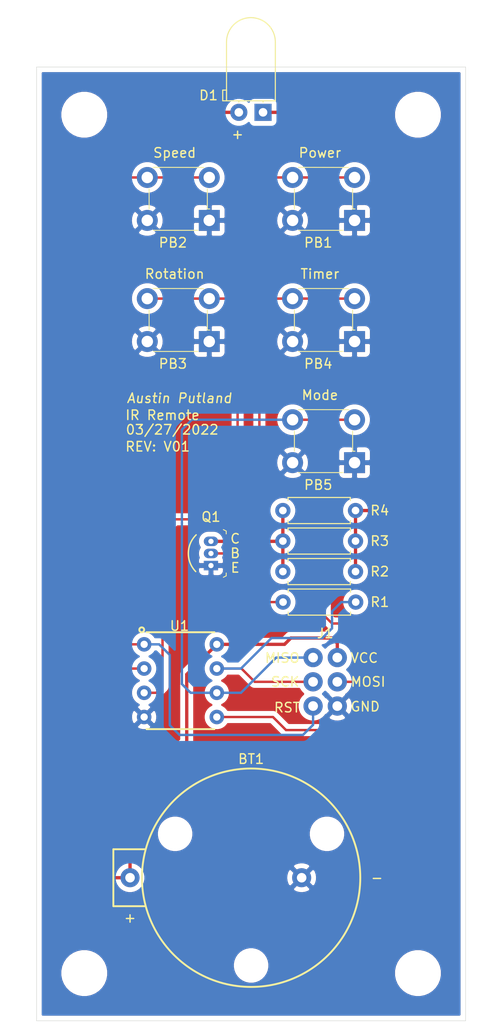
<source format=kicad_pcb>
(kicad_pcb (version 20171130) (host pcbnew "(5.1.10)-1")

  (general
    (thickness 1.6)
    (drawings 12)
    (tracks 100)
    (zones 0)
    (modules 18)
    (nets 12)
  )

  (page A4)
  (title_block
    (title "IR Remote")
    (rev V01)
    (comment 4 "Author: Austin Putland")
  )

  (layers
    (0 F.Cu signal)
    (31 B.Cu signal hide)
    (32 B.Adhes user hide)
    (33 F.Adhes user hide)
    (34 B.Paste user hide)
    (35 F.Paste user hide)
    (36 B.SilkS user)
    (37 F.SilkS user)
    (38 B.Mask user)
    (39 F.Mask user)
    (40 Dwgs.User user)
    (41 Cmts.User user)
    (42 Eco1.User user)
    (43 Eco2.User user)
    (44 Edge.Cuts user)
    (45 Margin user)
    (46 B.CrtYd user)
    (47 F.CrtYd user)
    (48 B.Fab user)
    (49 F.Fab user)
  )

  (setup
    (last_trace_width 0.25)
    (user_trace_width 0.345)
    (trace_clearance 0.2)
    (zone_clearance 0.508)
    (zone_45_only no)
    (trace_min 0.2)
    (via_size 0.8)
    (via_drill 0.4)
    (via_min_size 0.4)
    (via_min_drill 0.3)
    (uvia_size 0.3)
    (uvia_drill 0.1)
    (uvias_allowed no)
    (uvia_min_size 0.2)
    (uvia_min_drill 0.1)
    (edge_width 0.05)
    (segment_width 0.2)
    (pcb_text_width 0.3)
    (pcb_text_size 1.5 1.5)
    (mod_edge_width 0.12)
    (mod_text_size 1 1)
    (mod_text_width 0.15)
    (pad_size 3.7973 3.7973)
    (pad_drill 3.7973)
    (pad_to_mask_clearance 0)
    (aux_axis_origin 0 0)
    (grid_origin 130 150)
    (visible_elements 7FFFFFFF)
    (pcbplotparams
      (layerselection 0x010f0_ffffffff)
      (usegerberextensions false)
      (usegerberattributes true)
      (usegerberadvancedattributes true)
      (creategerberjobfile true)
      (excludeedgelayer true)
      (linewidth 0.100000)
      (plotframeref false)
      (viasonmask false)
      (mode 1)
      (useauxorigin false)
      (hpglpennumber 1)
      (hpglpenspeed 20)
      (hpglpendiameter 15.000000)
      (psnegative false)
      (psa4output false)
      (plotreference true)
      (plotvalue false)
      (plotinvisibletext false)
      (padsonsilk false)
      (subtractmaskfromsilk false)
      (outputformat 1)
      (mirror false)
      (drillshape 0)
      (scaleselection 1)
      (outputdirectory "Gerbers/"))
  )

  (net 0 "")
  (net 1 /3V)
  (net 2 GND)
  (net 3 "Net-(D1-Pad1)")
  (net 4 /SCK)
  (net 5 "Net-(J1-Pad1)")
  (net 6 /RST)
  (net 7 /MOSI)
  (net 8 "Net-(PB2-Pad3)")
  (net 9 "Net-(PB3-Pad3)")
  (net 10 "Net-(Q1-Pad2)")
  (net 11 "Net-(Q1-Pad3)")

  (net_class Default "This is the default net class."
    (clearance 0.2)
    (trace_width 0.25)
    (via_dia 0.8)
    (via_drill 0.4)
    (uvia_dia 0.3)
    (uvia_drill 0.1)
    (add_net /3V)
    (add_net /MOSI)
    (add_net /RST)
    (add_net /SCK)
    (add_net GND)
    (add_net "Net-(D1-Pad1)")
    (add_net "Net-(J1-Pad1)")
    (add_net "Net-(PB2-Pad3)")
    (add_net "Net-(PB3-Pad3)")
    (add_net "Net-(Q1-Pad2)")
    (add_net "Net-(Q1-Pad3)")
  )

  (module MountingHole:MountingHole_3.5mm (layer F.Cu) (tedit 6243ABE2) (tstamp 62441097)
    (at 170 145)
    (descr "Mounting Hole 3.5mm, no annular")
    (tags "mounting hole 3.5mm no annular")
    (attr virtual)
    (fp_text reference REF** (at 0 -4.5) (layer F.SilkS) hide
      (effects (font (size 1 1) (thickness 0.15)))
    )
    (fp_text value MountingHole_149.5mil (at 0 4.5) (layer F.Fab)
      (effects (font (size 1 1) (thickness 0.15)))
    )
    (fp_circle (center 0 0) (end 3.75 0) (layer F.CrtYd) (width 0.05))
    (fp_circle (center 0 0) (end 3.5 0) (layer Cmts.User) (width 0.15))
    (fp_text user %R (at 0.3 0) (layer F.Fab)
      (effects (font (size 1 1) (thickness 0.15)))
    )
    (pad "" np_thru_hole circle (at 0 0) (size 3.7973 3.7973) (drill 3.7973) (layers *.Cu *.Mask))
  )

  (module MountingHole:MountingHole_3.5mm (layer F.Cu) (tedit 6243ABE2) (tstamp 6244104D)
    (at 135 145)
    (descr "Mounting Hole 3.5mm, no annular")
    (tags "mounting hole 3.5mm no annular")
    (attr virtual)
    (fp_text reference REF** (at 0 -4.5) (layer F.SilkS) hide
      (effects (font (size 1 1) (thickness 0.15)))
    )
    (fp_text value MountingHole_149.5mil (at 0 4.5) (layer F.Fab)
      (effects (font (size 1 1) (thickness 0.15)))
    )
    (fp_text user %R (at 0.3 0) (layer F.Fab)
      (effects (font (size 1 1) (thickness 0.15)))
    )
    (fp_circle (center 0 0) (end 3.5 0) (layer Cmts.User) (width 0.15))
    (fp_circle (center 0 0) (end 3.75 0) (layer F.CrtYd) (width 0.05))
    (pad "" np_thru_hole circle (at 0 0) (size 3.7973 3.7973) (drill 3.7973) (layers *.Cu *.Mask))
  )

  (module MountingHole:MountingHole_3.5mm (layer F.Cu) (tedit 6243ABE2) (tstamp 62441020)
    (at 135 55)
    (descr "Mounting Hole 3.5mm, no annular")
    (tags "mounting hole 3.5mm no annular")
    (attr virtual)
    (fp_text reference REF** (at 0 -4.5) (layer F.SilkS) hide
      (effects (font (size 1 1) (thickness 0.15)))
    )
    (fp_text value MountingHole_149.5mil (at 0 4.5) (layer F.Fab)
      (effects (font (size 1 1) (thickness 0.15)))
    )
    (fp_circle (center 0 0) (end 3.75 0) (layer F.CrtYd) (width 0.05))
    (fp_circle (center 0 0) (end 3.5 0) (layer Cmts.User) (width 0.15))
    (fp_text user %R (at 0.3 0) (layer F.Fab)
      (effects (font (size 1 1) (thickness 0.15)))
    )
    (pad "" np_thru_hole circle (at 0 0) (size 3.7973 3.7973) (drill 3.7973) (layers *.Cu *.Mask))
  )

  (module MountingHole:MountingHole_3.5mm (layer F.Cu) (tedit 6243ABE2) (tstamp 62440F85)
    (at 170 55)
    (descr "Mounting Hole 3.5mm, no annular")
    (tags "mounting hole 3.5mm no annular")
    (attr virtual)
    (fp_text reference REF** (at 0 -4.5) (layer F.SilkS) hide
      (effects (font (size 1 1) (thickness 0.15)))
    )
    (fp_text value MountingHole_149.5mil (at 0 4.5) (layer F.Fab)
      (effects (font (size 1 1) (thickness 0.15)))
    )
    (fp_text user %R (at 0.3 0) (layer F.Fab)
      (effects (font (size 1 1) (thickness 0.15)))
    )
    (fp_circle (center 0 0) (end 3.5 0) (layer Cmts.User) (width 0.15))
    (fp_circle (center 0 0) (end 3.75 0) (layer F.CrtYd) (width 0.05))
    (pad "" np_thru_hole circle (at 0 0) (size 3.7973 3.7973) (drill 3.7973) (layers *.Cu *.Mask))
  )

  (module Resistor_THT:R_Axial_DIN0207_L6.3mm_D2.5mm_P7.62mm_Horizontal (layer F.Cu) (tedit 5AE5139B) (tstamp 62419F0F)
    (at 163.45 99.7 180)
    (descr "Resistor, Axial_DIN0207 series, Axial, Horizontal, pin pitch=7.62mm, 0.25W = 1/4W, length*diameter=6.3*2.5mm^2, http://cdn-reichelt.de/documents/datenblatt/B400/1_4W%23YAG.pdf")
    (tags "Resistor Axial_DIN0207 series Axial Horizontal pin pitch 7.62mm 0.25W = 1/4W length 6.3mm diameter 2.5mm")
    (path /623D0CE6)
    (fp_text reference R3 (at -2.54 0) (layer F.SilkS)
      (effects (font (size 1 1) (thickness 0.15)))
    )
    (fp_text value 10 (at 10.16 0) (layer F.Fab)
      (effects (font (size 1 1) (thickness 0.15)))
    )
    (fp_line (start 0.66 -1.25) (end 0.66 1.25) (layer F.Fab) (width 0.1))
    (fp_line (start 0.66 1.25) (end 6.96 1.25) (layer F.Fab) (width 0.1))
    (fp_line (start 6.96 1.25) (end 6.96 -1.25) (layer F.Fab) (width 0.1))
    (fp_line (start 6.96 -1.25) (end 0.66 -1.25) (layer F.Fab) (width 0.1))
    (fp_line (start 0 0) (end 0.66 0) (layer F.Fab) (width 0.1))
    (fp_line (start 7.62 0) (end 6.96 0) (layer F.Fab) (width 0.1))
    (fp_line (start 0.54 -1.04) (end 0.54 -1.37) (layer F.SilkS) (width 0.12))
    (fp_line (start 0.54 -1.37) (end 7.08 -1.37) (layer F.SilkS) (width 0.12))
    (fp_line (start 7.08 -1.37) (end 7.08 -1.04) (layer F.SilkS) (width 0.12))
    (fp_line (start 0.54 1.04) (end 0.54 1.37) (layer F.SilkS) (width 0.12))
    (fp_line (start 0.54 1.37) (end 7.08 1.37) (layer F.SilkS) (width 0.12))
    (fp_line (start 7.08 1.37) (end 7.08 1.04) (layer F.SilkS) (width 0.12))
    (fp_line (start -1.05 -1.5) (end -1.05 1.5) (layer F.CrtYd) (width 0.05))
    (fp_line (start -1.05 1.5) (end 8.67 1.5) (layer F.CrtYd) (width 0.05))
    (fp_line (start 8.67 1.5) (end 8.67 -1.5) (layer F.CrtYd) (width 0.05))
    (fp_line (start 8.67 -1.5) (end -1.05 -1.5) (layer F.CrtYd) (width 0.05))
    (fp_text user %R (at 3.81 0) (layer F.Fab)
      (effects (font (size 1 1) (thickness 0.15)))
    )
    (pad 1 thru_hole circle (at 0 0 180) (size 1.6 1.6) (drill 0.8) (layers *.Cu *.Mask)
      (net 3 "Net-(D1-Pad1)"))
    (pad 2 thru_hole oval (at 7.62 0 180) (size 1.6 1.6) (drill 0.8) (layers *.Cu *.Mask)
      (net 11 "Net-(Q1-Pad3)"))
    (model ${KISYS3DMOD}/Resistor_THT.3dshapes/R_Axial_DIN0207_L6.3mm_D2.5mm_P7.62mm_Horizontal.wrl
      (at (xyz 0 0 0))
      (scale (xyz 1 1 1))
      (rotate (xyz 0 0 0))
    )
  )

  (module "Austin's Footprints:CR2032_BH-124A-1" (layer F.Cu) (tedit 6240BE0A) (tstamp 6241A9C2)
    (at 152.5 135)
    (path /624460D2)
    (fp_text reference BT1 (at 0 -12.446) (layer F.SilkS)
      (effects (font (size 1 1) (thickness 0.15)))
    )
    (fp_text value 3V (at 0 13.1) (layer F.Fab)
      (effects (font (size 1 1) (thickness 0.15)))
    )
    (fp_circle (center 0 0) (end 11.45 0) (layer F.SilkS) (width 0.2))
    (fp_line (start -14.45 -2.985) (end -14.45 2.985) (layer F.SilkS) (width 0.2))
    (fp_line (start -14.45 2.985) (end -11.1 2.985) (layer F.SilkS) (width 0.2))
    (fp_line (start -14.45 -2.985) (end -11.1 -2.985) (layer F.SilkS) (width 0.2))
    (fp_text user + (at -12.7 4.2) (layer F.SilkS)
      (effects (font (size 1 1) (thickness 0.15)))
    )
    (fp_text user - (at 13.2 0) (layer F.SilkS)
      (effects (font (size 1 1) (thickness 0.15)))
    )
    (pad 1 thru_hole circle (at -12.7 0) (size 2 2) (drill 1) (layers *.Cu *.Mask)
      (net 1 /3V))
    (pad 2 thru_hole circle (at 5.3 0) (size 2 2) (drill 1) (layers *.Cu *.Mask)
      (net 2 GND))
    (pad "" np_thru_hole circle (at -7.97 -4.6) (size 2.6 2.6) (drill 2.6) (layers *.Cu *.Mask))
    (pad "" np_thru_hole circle (at 7.96 -4.6) (size 2.6 2.6) (drill 2.6) (layers *.Cu *.Mask))
    (pad "" np_thru_hole circle (at 0 9.2) (size 2.6 2.6) (drill 2.6) (layers *.Cu *.Mask))
  )

  (module LED_THT:LED_D5.0mm_Horizontal_O1.27mm_Z3.0mm_IRGrey (layer F.Cu) (tedit 5A6C9E1E) (tstamp 6241A947)
    (at 153.75 54.75 180)
    (descr "LED, diameter 5.0mm z-position of LED center 3.0mm, 2 pins")
    (tags "LED diameter 5.0mm z-position of LED center 3.0mm 2 pins")
    (path /623CE8F9)
    (fp_text reference D1 (at 5.716 1.778) (layer F.SilkS)
      (effects (font (size 1 1) (thickness 0.15)))
    )
    (fp_text value CQY99 (at 1.27 10.93) (layer F.Fab)
      (effects (font (size 1 1) (thickness 0.15)))
    )
    (fp_line (start -1.23 1.27) (end -1.23 7.37) (layer F.Fab) (width 0.1))
    (fp_line (start 3.77 1.27) (end 3.77 7.37) (layer F.Fab) (width 0.1))
    (fp_line (start -1.23 1.27) (end 3.77 1.27) (layer F.Fab) (width 0.1))
    (fp_line (start 4.17 1.27) (end 4.17 2.27) (layer F.Fab) (width 0.1))
    (fp_line (start 4.17 2.27) (end 3.77 2.27) (layer F.Fab) (width 0.1))
    (fp_line (start 3.77 2.27) (end 3.77 1.27) (layer F.Fab) (width 0.1))
    (fp_line (start 3.77 1.27) (end 4.17 1.27) (layer F.Fab) (width 0.1))
    (fp_line (start 0 0) (end 0 1.27) (layer F.Fab) (width 0.1))
    (fp_line (start 0 1.27) (end 0 1.27) (layer F.Fab) (width 0.1))
    (fp_line (start 0 1.27) (end 0 0) (layer F.Fab) (width 0.1))
    (fp_line (start 0 0) (end 0 0) (layer F.Fab) (width 0.1))
    (fp_line (start 2.54 0) (end 2.54 1.27) (layer F.Fab) (width 0.1))
    (fp_line (start 2.54 1.27) (end 2.54 1.27) (layer F.Fab) (width 0.1))
    (fp_line (start 2.54 1.27) (end 2.54 0) (layer F.Fab) (width 0.1))
    (fp_line (start 2.54 0) (end 2.54 0) (layer F.Fab) (width 0.1))
    (fp_line (start -1.29 1.21) (end -1.29 7.37) (layer F.SilkS) (width 0.12))
    (fp_line (start 3.83 1.21) (end 3.83 7.37) (layer F.SilkS) (width 0.12))
    (fp_line (start -1.29 1.21) (end 3.83 1.21) (layer F.SilkS) (width 0.12))
    (fp_line (start 4.23 1.21) (end 4.23 2.33) (layer F.SilkS) (width 0.12))
    (fp_line (start 4.23 2.33) (end 3.83 2.33) (layer F.SilkS) (width 0.12))
    (fp_line (start 3.83 2.33) (end 3.83 1.21) (layer F.SilkS) (width 0.12))
    (fp_line (start 3.83 1.21) (end 4.23 1.21) (layer F.SilkS) (width 0.12))
    (fp_line (start 0 1.08) (end 0 1.21) (layer F.SilkS) (width 0.12))
    (fp_line (start 0 1.21) (end 0 1.21) (layer F.SilkS) (width 0.12))
    (fp_line (start 0 1.21) (end 0 1.08) (layer F.SilkS) (width 0.12))
    (fp_line (start 0 1.08) (end 0 1.08) (layer F.SilkS) (width 0.12))
    (fp_line (start 2.54 1.08) (end 2.54 1.21) (layer F.SilkS) (width 0.12))
    (fp_line (start 2.54 1.21) (end 2.54 1.21) (layer F.SilkS) (width 0.12))
    (fp_line (start 2.54 1.21) (end 2.54 1.08) (layer F.SilkS) (width 0.12))
    (fp_line (start 2.54 1.08) (end 2.54 1.08) (layer F.SilkS) (width 0.12))
    (fp_line (start -1.95 -1.25) (end -1.95 10.2) (layer F.CrtYd) (width 0.05))
    (fp_line (start -1.95 10.2) (end 4.5 10.2) (layer F.CrtYd) (width 0.05))
    (fp_line (start 4.5 10.2) (end 4.5 -1.25) (layer F.CrtYd) (width 0.05))
    (fp_line (start 4.5 -1.25) (end -1.95 -1.25) (layer F.CrtYd) (width 0.05))
    (fp_text user %R (at 1.27 0) (layer F.Fab)
      (effects (font (size 1 1) (thickness 0.15)))
    )
    (fp_arc (start 1.27 7.37) (end -1.23 7.37) (angle -180) (layer F.Fab) (width 0.1))
    (fp_arc (start 1.27 7.37) (end -1.29 7.37) (angle -180) (layer F.SilkS) (width 0.12))
    (pad 1 thru_hole rect (at 0 0 180) (size 1.8 1.8) (drill 0.9) (layers *.Cu *.Mask)
      (net 3 "Net-(D1-Pad1)"))
    (pad 2 thru_hole circle (at 2.54 0 180) (size 1.8 1.8) (drill 0.9) (layers *.Cu *.Mask)
      (net 1 /3V))
    (model ${KISYS3DMOD}/LED_THT.3dshapes/LED_D5.0mm_Horizontal_O1.27mm_Z3.0mm_IRGrey.wrl
      (at (xyz 0 0 0))
      (scale (xyz 1 1 1))
      (rotate (xyz 0 0 0))
    )
  )

  (module "Austin's Footprints:2X3_ICSP_Header" (layer F.Cu) (tedit 6240C47B) (tstamp 62419E16)
    (at 160.27 114.46)
    (path /623D8B14)
    (fp_text reference J1 (at 0 -5.08) (layer F.SilkS)
      (effects (font (size 1 1) (thickness 0.15)))
    )
    (fp_text value ISP_6Pin_Header (at 0 5.08) (layer F.Fab)
      (effects (font (size 1 1) (thickness 0.15)))
    )
    (fp_text user VCC (at 4.1 -2.5) (layer F.SilkS)
      (effects (font (size 1 1) (thickness 0.15)))
    )
    (fp_text user MISO (at -4.5 -2.5) (layer F.SilkS)
      (effects (font (size 1 1) (thickness 0.15)))
    )
    (fp_text user MOSI (at 4.5 0) (layer F.SilkS)
      (effects (font (size 1 1) (thickness 0.15)))
    )
    (fp_text user SCK (at -4.2 0) (layer F.SilkS)
      (effects (font (size 1 1) (thickness 0.15)))
    )
    (fp_text user RST (at -4 2.7) (layer F.SilkS)
      (effects (font (size 1 1) (thickness 0.15)))
    )
    (fp_text user GND (at 4.2 2.6) (layer F.SilkS)
      (effects (font (size 1 1) (thickness 0.15)))
    )
    (pad 3 thru_hole circle (at -1.27 0) (size 2.02 2.02) (drill 1.02) (layers *.Cu *.Mask)
      (net 4 /SCK))
    (pad 1 thru_hole circle (at -1.27 -2.54) (size 2.02 2.02) (drill 1.02) (layers *.Cu *.Mask)
      (net 5 "Net-(J1-Pad1)"))
    (pad 5 thru_hole circle (at -1.27 2.54) (size 2.02 2.02) (drill 1.02) (layers *.Cu *.Mask)
      (net 6 /RST))
    (pad 6 thru_hole circle (at 1.27 2.54) (size 2.02 2.02) (drill 1.02) (layers *.Cu *.Mask)
      (net 2 GND))
    (pad 2 thru_hole circle (at 1.27 -2.54) (size 2.02 2.02) (drill 1.02) (layers *.Cu *.Mask)
      (net 1 /3V))
    (pad 4 thru_hole circle (at 1.27 0) (size 2.02 2.02) (drill 1.02) (layers *.Cu *.Mask)
      (net 7 /MOSI))
  )

  (module digikey-footprints:Switch_Tactile_THT_6x6mm (layer F.Cu) (tedit 5AF34E1F) (tstamp 62419079)
    (at 163.35 66.08 180)
    (descr http://www.te.com/commerce/DocumentDelivery/DDEController?Action=srchrtrv&DocNm=1825910&DocType=Customer+Drawing&DocLang=English)
    (path /623FA0EC)
    (fp_text reference PB1 (at 3.81 -2.3368) (layer F.SilkS)
      (effects (font (size 1 1) (thickness 0.15)))
    )
    (fp_text value Power (at 3.6322 7.0866) (layer F.SilkS)
      (effects (font (size 1 1) (thickness 0.15)))
    )
    (fp_line (start 0.2032 1.2004) (end -0.0468 1.2004) (layer F.SilkS) (width 0.1))
    (fp_line (start 5.8928 5.5626) (end 0.6 5.5528) (layer F.SilkS) (width 0.1))
    (fp_line (start 6.3092 1.2048) (end 6.3092 3.3) (layer F.SilkS) (width 0.1))
    (fp_line (start 0.2032 1.1938) (end 0.2032 3.302) (layer F.SilkS) (width 0.1))
    (fp_line (start 1.2 -1.0414) (end 5.8674 -1.0414) (layer F.SilkS) (width 0.1))
    (fp_line (start -1.35 -1.35) (end -1.35 5.85) (layer F.CrtYd) (width 0.05))
    (fp_line (start 7.85 -1.35) (end -1.35 -1.35) (layer F.CrtYd) (width 0.05))
    (fp_line (start 7.85 5.85) (end -1.35 5.85) (layer F.CrtYd) (width 0.05))
    (fp_line (start 7.85 -1.35) (end 7.85 5.85) (layer F.CrtYd) (width 0.05))
    (fp_line (start 0.25 -1) (end 0.25 5.5) (layer F.Fab) (width 0.1))
    (fp_line (start 6.25 5.5) (end 0.25 5.5) (layer F.Fab) (width 0.1))
    (fp_line (start 6.25 -1) (end 6.25 5.5) (layer F.Fab) (width 0.1))
    (fp_line (start 0.25 -1) (end 6.25 -1) (layer F.Fab) (width 0.1))
    (fp_text user %R (at 3.3782 2.286) (layer F.Fab)
      (effects (font (size 1 1) (thickness 0.15)))
    )
    (pad 1 thru_hole rect (at 0 0 180) (size 2.2 2.2) (drill 1.2) (layers *.Cu *.Mask)
      (net 2 GND))
    (pad 2 thru_hole circle (at 6.5 0 180) (size 2.2 2.2) (drill 1.2) (layers *.Cu *.Mask)
      (net 2 GND))
    (pad 4 thru_hole circle (at 6.5 4.5 180) (size 2.2 2.2) (drill 1.2) (layers *.Cu *.Mask)
      (net 6 /RST))
    (pad 3 thru_hole circle (at 0 4.5 180) (size 2.2 2.2) (drill 1.2) (layers *.Cu *.Mask)
      (net 6 /RST))
  )

  (module digikey-footprints:Switch_Tactile_THT_6x6mm (layer F.Cu) (tedit 5AF34E1F) (tstamp 6241AA9A)
    (at 148.11 66.08 180)
    (descr http://www.te.com/commerce/DocumentDelivery/DDEController?Action=srchrtrv&DocNm=1825910&DocType=Customer+Drawing&DocLang=English)
    (path /62409071)
    (fp_text reference PB2 (at 3.81 -2.3368) (layer F.SilkS)
      (effects (font (size 1 1) (thickness 0.15)))
    )
    (fp_text value Speed (at 3.6322 7.0866) (layer F.SilkS)
      (effects (font (size 1 1) (thickness 0.15)))
    )
    (fp_line (start 0.25 -1) (end 6.25 -1) (layer F.Fab) (width 0.1))
    (fp_line (start 6.25 -1) (end 6.25 5.5) (layer F.Fab) (width 0.1))
    (fp_line (start 6.25 5.5) (end 0.25 5.5) (layer F.Fab) (width 0.1))
    (fp_line (start 0.25 -1) (end 0.25 5.5) (layer F.Fab) (width 0.1))
    (fp_line (start 7.85 -1.35) (end 7.85 5.85) (layer F.CrtYd) (width 0.05))
    (fp_line (start 7.85 5.85) (end -1.35 5.85) (layer F.CrtYd) (width 0.05))
    (fp_line (start 7.85 -1.35) (end -1.35 -1.35) (layer F.CrtYd) (width 0.05))
    (fp_line (start -1.35 -1.35) (end -1.35 5.85) (layer F.CrtYd) (width 0.05))
    (fp_line (start 1.2 -1.0414) (end 5.8674 -1.0414) (layer F.SilkS) (width 0.1))
    (fp_line (start 0.2032 1.1938) (end 0.2032 3.302) (layer F.SilkS) (width 0.1))
    (fp_line (start 6.3092 1.2048) (end 6.3092 3.3) (layer F.SilkS) (width 0.1))
    (fp_line (start 5.8928 5.5626) (end 0.6 5.5528) (layer F.SilkS) (width 0.1))
    (fp_line (start 0.2032 1.2004) (end -0.0468 1.2004) (layer F.SilkS) (width 0.1))
    (fp_text user %R (at 3.3782 2.286) (layer F.Fab)
      (effects (font (size 1 1) (thickness 0.15)))
    )
    (pad 3 thru_hole circle (at 0 4.5 180) (size 2.2 2.2) (drill 1.2) (layers *.Cu *.Mask)
      (net 8 "Net-(PB2-Pad3)"))
    (pad 4 thru_hole circle (at 6.5 4.5 180) (size 2.2 2.2) (drill 1.2) (layers *.Cu *.Mask)
      (net 8 "Net-(PB2-Pad3)"))
    (pad 2 thru_hole circle (at 6.5 0 180) (size 2.2 2.2) (drill 1.2) (layers *.Cu *.Mask)
      (net 2 GND))
    (pad 1 thru_hole rect (at 0 0 180) (size 2.2 2.2) (drill 1.2) (layers *.Cu *.Mask)
      (net 2 GND))
  )

  (module digikey-footprints:Switch_Tactile_THT_6x6mm (layer F.Cu) (tedit 5AF34E1F) (tstamp 62419178)
    (at 148.11 78.78 180)
    (descr http://www.te.com/commerce/DocumentDelivery/DDEController?Action=srchrtrv&DocNm=1825910&DocType=Customer+Drawing&DocLang=English)
    (path /6240C3F0)
    (fp_text reference PB3 (at 3.81 -2.3368) (layer F.SilkS)
      (effects (font (size 1 1) (thickness 0.15)))
    )
    (fp_text value Rotation (at 3.6322 7.0866) (layer F.SilkS)
      (effects (font (size 1 1) (thickness 0.15)))
    )
    (fp_line (start 0.2032 1.2004) (end -0.0468 1.2004) (layer F.SilkS) (width 0.1))
    (fp_line (start 5.8928 5.5626) (end 0.6 5.5528) (layer F.SilkS) (width 0.1))
    (fp_line (start 6.3092 1.2048) (end 6.3092 3.3) (layer F.SilkS) (width 0.1))
    (fp_line (start 0.2032 1.1938) (end 0.2032 3.302) (layer F.SilkS) (width 0.1))
    (fp_line (start 1.2 -1.0414) (end 5.8674 -1.0414) (layer F.SilkS) (width 0.1))
    (fp_line (start -1.35 -1.35) (end -1.35 5.85) (layer F.CrtYd) (width 0.05))
    (fp_line (start 7.85 -1.35) (end -1.35 -1.35) (layer F.CrtYd) (width 0.05))
    (fp_line (start 7.85 5.85) (end -1.35 5.85) (layer F.CrtYd) (width 0.05))
    (fp_line (start 7.85 -1.35) (end 7.85 5.85) (layer F.CrtYd) (width 0.05))
    (fp_line (start 0.25 -1) (end 0.25 5.5) (layer F.Fab) (width 0.1))
    (fp_line (start 6.25 5.5) (end 0.25 5.5) (layer F.Fab) (width 0.1))
    (fp_line (start 6.25 -1) (end 6.25 5.5) (layer F.Fab) (width 0.1))
    (fp_line (start 0.25 -1) (end 6.25 -1) (layer F.Fab) (width 0.1))
    (fp_text user %R (at 3.3782 2.286) (layer F.Fab)
      (effects (font (size 1 1) (thickness 0.15)))
    )
    (pad 1 thru_hole rect (at 0 0 180) (size 2.2 2.2) (drill 1.2) (layers *.Cu *.Mask)
      (net 2 GND))
    (pad 2 thru_hole circle (at 6.5 0 180) (size 2.2 2.2) (drill 1.2) (layers *.Cu *.Mask)
      (net 2 GND))
    (pad 4 thru_hole circle (at 6.5 4.5 180) (size 2.2 2.2) (drill 1.2) (layers *.Cu *.Mask)
      (net 9 "Net-(PB3-Pad3)"))
    (pad 3 thru_hole circle (at 0 4.5 180) (size 2.2 2.2) (drill 1.2) (layers *.Cu *.Mask)
      (net 9 "Net-(PB3-Pad3)"))
  )

  (module digikey-footprints:Switch_Tactile_THT_6x6mm (layer F.Cu) (tedit 5AF34E1F) (tstamp 62418FBC)
    (at 163.35 78.78 180)
    (descr http://www.te.com/commerce/DocumentDelivery/DDEController?Action=srchrtrv&DocNm=1825910&DocType=Customer+Drawing&DocLang=English)
    (path /62410581)
    (fp_text reference PB4 (at 3.81 -2.3368) (layer F.SilkS)
      (effects (font (size 1 1) (thickness 0.15)))
    )
    (fp_text value Timer (at 3.6322 7.0866) (layer F.SilkS)
      (effects (font (size 1 1) (thickness 0.15)))
    )
    (fp_line (start 0.25 -1) (end 6.25 -1) (layer F.Fab) (width 0.1))
    (fp_line (start 6.25 -1) (end 6.25 5.5) (layer F.Fab) (width 0.1))
    (fp_line (start 6.25 5.5) (end 0.25 5.5) (layer F.Fab) (width 0.1))
    (fp_line (start 0.25 -1) (end 0.25 5.5) (layer F.Fab) (width 0.1))
    (fp_line (start 7.85 -1.35) (end 7.85 5.85) (layer F.CrtYd) (width 0.05))
    (fp_line (start 7.85 5.85) (end -1.35 5.85) (layer F.CrtYd) (width 0.05))
    (fp_line (start 7.85 -1.35) (end -1.35 -1.35) (layer F.CrtYd) (width 0.05))
    (fp_line (start -1.35 -1.35) (end -1.35 5.85) (layer F.CrtYd) (width 0.05))
    (fp_line (start 1.2 -1.0414) (end 5.8674 -1.0414) (layer F.SilkS) (width 0.1))
    (fp_line (start 0.2032 1.1938) (end 0.2032 3.302) (layer F.SilkS) (width 0.1))
    (fp_line (start 6.3092 1.2048) (end 6.3092 3.3) (layer F.SilkS) (width 0.1))
    (fp_line (start 5.8928 5.5626) (end 0.6 5.5528) (layer F.SilkS) (width 0.1))
    (fp_line (start 0.2032 1.2004) (end -0.0468 1.2004) (layer F.SilkS) (width 0.1))
    (fp_text user %R (at 3.3782 2.286) (layer F.Fab)
      (effects (font (size 1 1) (thickness 0.15)))
    )
    (pad 3 thru_hole circle (at 0 4.5 180) (size 2.2 2.2) (drill 1.2) (layers *.Cu *.Mask)
      (net 7 /MOSI))
    (pad 4 thru_hole circle (at 6.5 4.5 180) (size 2.2 2.2) (drill 1.2) (layers *.Cu *.Mask)
      (net 7 /MOSI))
    (pad 2 thru_hole circle (at 6.5 0 180) (size 2.2 2.2) (drill 1.2) (layers *.Cu *.Mask)
      (net 2 GND))
    (pad 1 thru_hole rect (at 0 0 180) (size 2.2 2.2) (drill 1.2) (layers *.Cu *.Mask)
      (net 2 GND))
  )

  (module digikey-footprints:Switch_Tactile_THT_6x6mm (layer F.Cu) (tedit 5AF34E1F) (tstamp 624190B8)
    (at 163.35 91.48 180)
    (descr http://www.te.com/commerce/DocumentDelivery/DDEController?Action=srchrtrv&DocNm=1825910&DocType=Customer+Drawing&DocLang=English)
    (path /62412315)
    (fp_text reference PB5 (at 3.81 -2.3368) (layer F.SilkS)
      (effects (font (size 1 1) (thickness 0.15)))
    )
    (fp_text value Mode (at 3.6322 7.0866) (layer F.SilkS)
      (effects (font (size 1 1) (thickness 0.15)))
    )
    (fp_line (start 0.2032 1.2004) (end -0.0468 1.2004) (layer F.SilkS) (width 0.1))
    (fp_line (start 5.8928 5.5626) (end 0.6 5.5528) (layer F.SilkS) (width 0.1))
    (fp_line (start 6.3092 1.2048) (end 6.3092 3.3) (layer F.SilkS) (width 0.1))
    (fp_line (start 0.2032 1.1938) (end 0.2032 3.302) (layer F.SilkS) (width 0.1))
    (fp_line (start 1.2 -1.0414) (end 5.8674 -1.0414) (layer F.SilkS) (width 0.1))
    (fp_line (start -1.35 -1.35) (end -1.35 5.85) (layer F.CrtYd) (width 0.05))
    (fp_line (start 7.85 -1.35) (end -1.35 -1.35) (layer F.CrtYd) (width 0.05))
    (fp_line (start 7.85 5.85) (end -1.35 5.85) (layer F.CrtYd) (width 0.05))
    (fp_line (start 7.85 -1.35) (end 7.85 5.85) (layer F.CrtYd) (width 0.05))
    (fp_line (start 0.25 -1) (end 0.25 5.5) (layer F.Fab) (width 0.1))
    (fp_line (start 6.25 5.5) (end 0.25 5.5) (layer F.Fab) (width 0.1))
    (fp_line (start 6.25 -1) (end 6.25 5.5) (layer F.Fab) (width 0.1))
    (fp_line (start 0.25 -1) (end 6.25 -1) (layer F.Fab) (width 0.1))
    (fp_text user %R (at 3.3782 2.286) (layer F.Fab)
      (effects (font (size 1 1) (thickness 0.15)))
    )
    (pad 1 thru_hole rect (at 0 0 180) (size 2.2 2.2) (drill 1.2) (layers *.Cu *.Mask)
      (net 2 GND))
    (pad 2 thru_hole circle (at 6.5 0 180) (size 2.2 2.2) (drill 1.2) (layers *.Cu *.Mask)
      (net 2 GND))
    (pad 4 thru_hole circle (at 6.5 4.5 180) (size 2.2 2.2) (drill 1.2) (layers *.Cu *.Mask)
      (net 5 "Net-(J1-Pad1)"))
    (pad 3 thru_hole circle (at 0 4.5 180) (size 2.2 2.2) (drill 1.2) (layers *.Cu *.Mask)
      (net 5 "Net-(J1-Pad1)"))
  )

  (module digikey-footprints:TO-92-3 (layer F.Cu) (tedit 5AF9CDD1) (tstamp 6241A109)
    (at 148.288 102.27 90)
    (descr http://www.ti.com/lit/ds/symlink/tl431a.pdf)
    (path /623CD0B2)
    (fp_text reference Q1 (at 5.102 0 180) (layer F.SilkS)
      (effects (font (size 1 1) (thickness 0.15)))
    )
    (fp_text value 2N2222A (at -2.518 0 180) (layer F.Fab)
      (effects (font (size 1 1) (thickness 0.15)))
    )
    (fp_line (start 3.57 1.5) (end -1.03 1.5) (layer F.Fab) (width 0.15))
    (fp_line (start -1.63 -2.5) (end 4.17 -2.5) (layer F.CrtYd) (width 0.05))
    (fp_line (start -1.63 1.75) (end 4.17 1.75) (layer F.CrtYd) (width 0.05))
    (fp_line (start -1.63 1.75) (end -1.63 -2.5) (layer F.CrtYd) (width 0.05))
    (fp_line (start 4.17 1.75) (end 4.17 -2.5) (layer F.CrtYd) (width 0.05))
    (fp_line (start 3.62 1.6) (end 3.77 1.3) (layer F.SilkS) (width 0.1))
    (fp_line (start 3.62 1.6) (end 3.32 1.6) (layer F.SilkS) (width 0.1))
    (fp_line (start -0.78 1.6) (end -1.08 1.6) (layer F.SilkS) (width 0.1))
    (fp_line (start -1.08 1.6) (end -1.23 1.3) (layer F.SilkS) (width 0.1))
    (fp_arc (start 1.27 0.35) (end -0.63 -1.6) (angle 90) (layer F.SilkS) (width 0.15))
    (fp_arc (start 1.27 0.3) (end -1.03 1.5) (angle 235) (layer F.Fab) (width 0.15))
    (fp_arc (start 1.27 0.3) (end -1.33 0.3) (angle 90) (layer F.Fab) (width 0.15))
    (fp_text user %R (at 1.27 -1.25) (layer F.Fab)
      (effects (font (size 0.75 0.75) (thickness 0.15)))
    )
    (pad 2 thru_hole oval (at 1.27 0 270) (size 1 1.5) (drill 0.55) (layers *.Cu *.Mask)
      (net 10 "Net-(Q1-Pad2)"))
    (pad 3 thru_hole oval (at 2.54 0 270) (size 1 1.5) (drill 0.55) (layers *.Cu *.Mask)
      (net 11 "Net-(Q1-Pad3)"))
    (pad 1 thru_hole rect (at 0 0 270) (size 1 1.5) (drill 0.55) (layers *.Cu *.Mask)
      (net 2 GND))
  )

  (module Resistor_THT:R_Axial_DIN0207_L6.3mm_D2.5mm_P7.62mm_Horizontal (layer F.Cu) (tedit 5AE5139B) (tstamp 6241A4ED)
    (at 155.85 106.1)
    (descr "Resistor, Axial_DIN0207 series, Axial, Horizontal, pin pitch=7.62mm, 0.25W = 1/4W, length*diameter=6.3*2.5mm^2, http://cdn-reichelt.de/documents/datenblatt/B400/1_4W%23YAG.pdf")
    (tags "Resistor Axial_DIN0207 series Axial Horizontal pin pitch 7.62mm 0.25W = 1/4W length 6.3mm diameter 2.5mm")
    (path /623D1B61)
    (fp_text reference R1 (at 10.15 0) (layer F.SilkS)
      (effects (font (size 1 1) (thickness 0.15)))
    )
    (fp_text value 220 (at -2.85 -0.1) (layer F.Fab)
      (effects (font (size 1 1) (thickness 0.15)))
    )
    (fp_line (start 8.67 -1.5) (end -1.05 -1.5) (layer F.CrtYd) (width 0.05))
    (fp_line (start 8.67 1.5) (end 8.67 -1.5) (layer F.CrtYd) (width 0.05))
    (fp_line (start -1.05 1.5) (end 8.67 1.5) (layer F.CrtYd) (width 0.05))
    (fp_line (start -1.05 -1.5) (end -1.05 1.5) (layer F.CrtYd) (width 0.05))
    (fp_line (start 7.08 1.37) (end 7.08 1.04) (layer F.SilkS) (width 0.12))
    (fp_line (start 0.54 1.37) (end 7.08 1.37) (layer F.SilkS) (width 0.12))
    (fp_line (start 0.54 1.04) (end 0.54 1.37) (layer F.SilkS) (width 0.12))
    (fp_line (start 7.08 -1.37) (end 7.08 -1.04) (layer F.SilkS) (width 0.12))
    (fp_line (start 0.54 -1.37) (end 7.08 -1.37) (layer F.SilkS) (width 0.12))
    (fp_line (start 0.54 -1.04) (end 0.54 -1.37) (layer F.SilkS) (width 0.12))
    (fp_line (start 7.62 0) (end 6.96 0) (layer F.Fab) (width 0.1))
    (fp_line (start 0 0) (end 0.66 0) (layer F.Fab) (width 0.1))
    (fp_line (start 6.96 -1.25) (end 0.66 -1.25) (layer F.Fab) (width 0.1))
    (fp_line (start 6.96 1.25) (end 6.96 -1.25) (layer F.Fab) (width 0.1))
    (fp_line (start 0.66 1.25) (end 6.96 1.25) (layer F.Fab) (width 0.1))
    (fp_line (start 0.66 -1.25) (end 0.66 1.25) (layer F.Fab) (width 0.1))
    (fp_text user %R (at 3.81 0) (layer F.Fab)
      (effects (font (size 1 1) (thickness 0.15)))
    )
    (pad 2 thru_hole oval (at 7.62 0) (size 1.6 1.6) (drill 0.8) (layers *.Cu *.Mask)
      (net 4 /SCK))
    (pad 1 thru_hole circle (at 0 0) (size 1.6 1.6) (drill 0.8) (layers *.Cu *.Mask)
      (net 10 "Net-(Q1-Pad2)"))
    (model ${KISYS3DMOD}/Resistor_THT.3dshapes/R_Axial_DIN0207_L6.3mm_D2.5mm_P7.62mm_Horizontal.wrl
      (at (xyz 0 0 0))
      (scale (xyz 1 1 1))
      (rotate (xyz 0 0 0))
    )
  )

  (module Resistor_THT:R_Axial_DIN0207_L6.3mm_D2.5mm_P7.62mm_Horizontal (layer F.Cu) (tedit 5AE5139B) (tstamp 62418790)
    (at 163.45 102.9 180)
    (descr "Resistor, Axial_DIN0207 series, Axial, Horizontal, pin pitch=7.62mm, 0.25W = 1/4W, length*diameter=6.3*2.5mm^2, http://cdn-reichelt.de/documents/datenblatt/B400/1_4W%23YAG.pdf")
    (tags "Resistor Axial_DIN0207 series Axial Horizontal pin pitch 7.62mm 0.25W = 1/4W length 6.3mm diameter 2.5mm")
    (path /623F958F)
    (fp_text reference R2 (at -2.54 0) (layer F.SilkS)
      (effects (font (size 1 1) (thickness 0.15)))
    )
    (fp_text value 10 (at 10.16 0) (layer F.Fab)
      (effects (font (size 1 1) (thickness 0.15)))
    )
    (fp_line (start 8.67 -1.5) (end -1.05 -1.5) (layer F.CrtYd) (width 0.05))
    (fp_line (start 8.67 1.5) (end 8.67 -1.5) (layer F.CrtYd) (width 0.05))
    (fp_line (start -1.05 1.5) (end 8.67 1.5) (layer F.CrtYd) (width 0.05))
    (fp_line (start -1.05 -1.5) (end -1.05 1.5) (layer F.CrtYd) (width 0.05))
    (fp_line (start 7.08 1.37) (end 7.08 1.04) (layer F.SilkS) (width 0.12))
    (fp_line (start 0.54 1.37) (end 7.08 1.37) (layer F.SilkS) (width 0.12))
    (fp_line (start 0.54 1.04) (end 0.54 1.37) (layer F.SilkS) (width 0.12))
    (fp_line (start 7.08 -1.37) (end 7.08 -1.04) (layer F.SilkS) (width 0.12))
    (fp_line (start 0.54 -1.37) (end 7.08 -1.37) (layer F.SilkS) (width 0.12))
    (fp_line (start 0.54 -1.04) (end 0.54 -1.37) (layer F.SilkS) (width 0.12))
    (fp_line (start 7.62 0) (end 6.96 0) (layer F.Fab) (width 0.1))
    (fp_line (start 0 0) (end 0.66 0) (layer F.Fab) (width 0.1))
    (fp_line (start 6.96 -1.25) (end 0.66 -1.25) (layer F.Fab) (width 0.1))
    (fp_line (start 6.96 1.25) (end 6.96 -1.25) (layer F.Fab) (width 0.1))
    (fp_line (start 0.66 1.25) (end 6.96 1.25) (layer F.Fab) (width 0.1))
    (fp_line (start 0.66 -1.25) (end 0.66 1.25) (layer F.Fab) (width 0.1))
    (fp_text user %R (at 3.81 0) (layer F.Fab)
      (effects (font (size 1 1) (thickness 0.15)))
    )
    (pad 2 thru_hole oval (at 7.62 0 180) (size 1.6 1.6) (drill 0.8) (layers *.Cu *.Mask)
      (net 11 "Net-(Q1-Pad3)"))
    (pad 1 thru_hole circle (at 0 0 180) (size 1.6 1.6) (drill 0.8) (layers *.Cu *.Mask)
      (net 3 "Net-(D1-Pad1)"))
    (model ${KISYS3DMOD}/Resistor_THT.3dshapes/R_Axial_DIN0207_L6.3mm_D2.5mm_P7.62mm_Horizontal.wrl
      (at (xyz 0 0 0))
      (scale (xyz 1 1 1))
      (rotate (xyz 0 0 0))
    )
  )

  (module Resistor_THT:R_Axial_DIN0207_L6.3mm_D2.5mm_P7.62mm_Horizontal (layer F.Cu) (tedit 5AE5139B) (tstamp 6241A293)
    (at 163.45 96.5 180)
    (descr "Resistor, Axial_DIN0207 series, Axial, Horizontal, pin pitch=7.62mm, 0.25W = 1/4W, length*diameter=6.3*2.5mm^2, http://cdn-reichelt.de/documents/datenblatt/B400/1_4W%23YAG.pdf")
    (tags "Resistor Axial_DIN0207 series Axial Horizontal pin pitch 7.62mm 0.25W = 1/4W length 6.3mm diameter 2.5mm")
    (path /623F91D9)
    (fp_text reference R4 (at -2.54 0) (layer F.SilkS)
      (effects (font (size 1 1) (thickness 0.15)))
    )
    (fp_text value 10 (at 10.16 0) (layer F.Fab)
      (effects (font (size 1 1) (thickness 0.15)))
    )
    (fp_line (start 0.66 -1.25) (end 0.66 1.25) (layer F.Fab) (width 0.1))
    (fp_line (start 0.66 1.25) (end 6.96 1.25) (layer F.Fab) (width 0.1))
    (fp_line (start 6.96 1.25) (end 6.96 -1.25) (layer F.Fab) (width 0.1))
    (fp_line (start 6.96 -1.25) (end 0.66 -1.25) (layer F.Fab) (width 0.1))
    (fp_line (start 0 0) (end 0.66 0) (layer F.Fab) (width 0.1))
    (fp_line (start 7.62 0) (end 6.96 0) (layer F.Fab) (width 0.1))
    (fp_line (start 0.54 -1.04) (end 0.54 -1.37) (layer F.SilkS) (width 0.12))
    (fp_line (start 0.54 -1.37) (end 7.08 -1.37) (layer F.SilkS) (width 0.12))
    (fp_line (start 7.08 -1.37) (end 7.08 -1.04) (layer F.SilkS) (width 0.12))
    (fp_line (start 0.54 1.04) (end 0.54 1.37) (layer F.SilkS) (width 0.12))
    (fp_line (start 0.54 1.37) (end 7.08 1.37) (layer F.SilkS) (width 0.12))
    (fp_line (start 7.08 1.37) (end 7.08 1.04) (layer F.SilkS) (width 0.12))
    (fp_line (start -1.05 -1.5) (end -1.05 1.5) (layer F.CrtYd) (width 0.05))
    (fp_line (start -1.05 1.5) (end 8.67 1.5) (layer F.CrtYd) (width 0.05))
    (fp_line (start 8.67 1.5) (end 8.67 -1.5) (layer F.CrtYd) (width 0.05))
    (fp_line (start 8.67 -1.5) (end -1.05 -1.5) (layer F.CrtYd) (width 0.05))
    (fp_text user %R (at 3.81 0) (layer F.Fab)
      (effects (font (size 1 1) (thickness 0.15)))
    )
    (pad 1 thru_hole circle (at 0 0 180) (size 1.6 1.6) (drill 0.8) (layers *.Cu *.Mask)
      (net 3 "Net-(D1-Pad1)"))
    (pad 2 thru_hole oval (at 7.62 0 180) (size 1.6 1.6) (drill 0.8) (layers *.Cu *.Mask)
      (net 11 "Net-(Q1-Pad3)"))
    (model ${KISYS3DMOD}/Resistor_THT.3dshapes/R_Axial_DIN0207_L6.3mm_D2.5mm_P7.62mm_Horizontal.wrl
      (at (xyz 0 0 0))
      (scale (xyz 1 1 1))
      (rotate (xyz 0 0 0))
    )
  )

  (module "Austin's Footprints:ATTiny12" (layer F.Cu) (tedit 623D1B4D) (tstamp 62419D9F)
    (at 145.09 114.34 270)
    (path /623C165D)
    (fp_text reference U1 (at -5.742 0.104 180) (layer F.SilkS)
      (effects (font (size 1 1) (thickness 0.15)))
    )
    (fp_text value ATTiny12 (at 5.942 0.104 180) (layer F.Fab)
      (effects (font (size 1 1) (thickness 0.15)))
    )
    (fp_line (start 5.08 3.556) (end 5.08 -3.556) (layer F.Fab) (width 0.1016))
    (fp_line (start -5.08 3.556) (end -5.08 -3.556) (layer F.Fab) (width 0.1016))
    (fp_line (start -5.08 3.556) (end 5.08 3.556) (layer F.Fab) (width 0.1016))
    (fp_line (start -5.08 -3.556) (end 5.08 -3.556) (layer F.Fab) (width 0.1016))
    (fp_line (start -5.08 3.556) (end -5.08 -3.556) (layer F.SilkS) (width 0.2032))
    (fp_line (start 5.08 3.556) (end 5.08 -3.556) (layer F.SilkS) (width 0.2032))
    (fp_circle (center -5.334 4.064) (end -5.08 4.064) (layer F.SilkS) (width 0.2032))
    (fp_arc (start -5.08 0) (end -5.08 -1.27) (angle 180) (layer F.Fab) (width 0.1016))
    (pad 1 thru_hole circle (at -3.81 3.81 270) (size 1.524 1.524) (drill 0.762) (layers *.Cu *.Mask)
      (net 6 /RST))
    (pad 2 thru_hole circle (at -1.27 3.81 270) (size 1.524 1.524) (drill 0.762) (layers *.Cu *.Mask)
      (net 8 "Net-(PB2-Pad3)"))
    (pad 3 thru_hole circle (at 1.27 3.81 270) (size 1.524 1.524) (drill 0.762) (layers *.Cu *.Mask)
      (net 9 "Net-(PB3-Pad3)"))
    (pad 4 thru_hole circle (at 3.81 3.81 270) (size 1.524 1.524) (drill 0.762) (layers *.Cu *.Mask)
      (net 2 GND))
    (pad 5 thru_hole circle (at 3.81 -3.81 270) (size 1.524 1.524) (drill 0.762) (layers *.Cu *.Mask)
      (net 7 /MOSI))
    (pad 6 thru_hole circle (at 1.27 -3.81 270) (size 1.524 1.524) (drill 0.762) (layers *.Cu *.Mask)
      (net 5 "Net-(J1-Pad1)"))
    (pad 7 thru_hole circle (at -1.27 -3.81 270) (size 1.524 1.524) (drill 0.762) (layers *.Cu *.Mask)
      (net 4 /SCK))
    (pad 8 thru_hole circle (at -3.81 -3.81 270) (size 1.524 1.524) (drill 0.762) (layers *.Cu *.Mask)
      (net 1 /3V))
  )

  (gr_text "IR Remote" (at 143.208 86.5) (layer F.SilkS)
    (effects (font (size 1 1) (thickness 0.15)))
  )
  (gr_text "Austin Putland" (at 144.986 84.722) (layer F.SilkS)
    (effects (font (size 1 1) (thickness 0.15) italic))
  )
  (gr_text 03/27/2022 (at 144.224 88.024) (layer F.SilkS)
    (effects (font (size 1 1) (thickness 0.15)))
  )
  (gr_text "REV: V01" (at 142.7 89.802) (layer F.SilkS)
    (effects (font (size 1 1) (thickness 0.15)))
  )
  (gr_text E (at 150.828 102.502) (layer F.SilkS)
    (effects (font (size 1 1) (thickness 0.15)))
  )
  (gr_text B (at 150.828 100.978) (layer F.SilkS)
    (effects (font (size 1 1) (thickness 0.15)))
  )
  (gr_text C (at 150.828 99.454) (layer F.SilkS)
    (effects (font (size 1 1) (thickness 0.15)))
  )
  (gr_text + (at 151.082 57.036) (layer F.SilkS)
    (effects (font (size 1 1) (thickness 0.15)))
  )
  (gr_line (start 130 50) (end 130 150) (layer Edge.Cuts) (width 0.05))
  (gr_line (start 130 50) (end 175 50) (layer Edge.Cuts) (width 0.05))
  (gr_line (start 175 150) (end 175 50) (layer Edge.Cuts) (width 0.05))
  (gr_line (start 130 150) (end 175 150) (layer Edge.Cuts) (width 0.05))

  (segment (start 139.8 135) (end 139.8 126.738) (width 0.345) (layer F.Cu) (net 1))
  (segment (start 139.8 126.738) (end 145.748 120.79) (width 0.345) (layer F.Cu) (net 1))
  (segment (start 145.748 113.682) (end 148.9 110.53) (width 0.345) (layer F.Cu) (net 1))
  (segment (start 145.748 120.79) (end 145.748 113.682) (width 0.345) (layer F.Cu) (net 1))
  (segment (start 148.9 110.53) (end 156.008 110.53) (width 0.345) (layer F.Cu) (net 1))
  (segment (start 156.008 110.53) (end 156.67 109.868) (width 0.345) (layer F.Cu) (net 1))
  (segment (start 156.67 109.868) (end 160.988 109.868) (width 0.345) (layer F.Cu) (net 1))
  (segment (start 161.54 110.42) (end 161.54 111.92) (width 0.345) (layer F.Cu) (net 1))
  (segment (start 160.988 109.868) (end 161.54 110.42) (width 0.345) (layer F.Cu) (net 1))
  (segment (start 139.8 135) (end 136.082 135) (width 0.345) (layer F.Cu) (net 1))
  (segment (start 136.082 135) (end 135.08 133.998) (width 0.345) (layer F.Cu) (net 1))
  (segment (start 135.08 133.998) (end 135.08 61.354) (width 0.345) (layer F.Cu) (net 1))
  (segment (start 141.684 54.75) (end 151.21 54.75) (width 0.345) (layer F.Cu) (net 1))
  (segment (start 135.08 61.354) (end 141.684 54.75) (width 0.345) (layer F.Cu) (net 1))
  (segment (start 163.45 102.9) (end 163.45 96.5) (width 0.345) (layer F.Cu) (net 3))
  (segment (start 167.498 96.5) (end 163.45 96.5) (width 0.345) (layer F.Cu) (net 3))
  (segment (start 168.608 95.39) (end 167.498 96.5) (width 0.345) (layer F.Cu) (net 3))
  (segment (start 168.608 61.1) (end 168.608 95.39) (width 0.345) (layer F.Cu) (net 3))
  (segment (start 162.258 54.75) (end 168.608 61.1) (width 0.345) (layer F.Cu) (net 3))
  (segment (start 153.75 54.75) (end 162.258 54.75) (width 0.345) (layer F.Cu) (net 3))
  (segment (start 148.9 113.07) (end 151.49 113.07) (width 0.25) (layer F.Cu) (net 4))
  (segment (start 152.88 114.46) (end 159 114.46) (width 0.25) (layer F.Cu) (net 4))
  (segment (start 151.49 113.07) (end 152.88 114.46) (width 0.25) (layer F.Cu) (net 4))
  (segment (start 163.47 106.1) (end 161.962 106.1) (width 0.25) (layer B.Cu) (net 4))
  (segment (start 161.962 106.1) (end 160.988 107.074) (width 0.25) (layer B.Cu) (net 4))
  (segment (start 160.988 107.074) (end 160.988 108.852) (width 0.25) (layer B.Cu) (net 4))
  (segment (start 160.988 108.852) (end 159.972 109.868) (width 0.25) (layer B.Cu) (net 4))
  (segment (start 159.972 109.868) (end 154.638 109.868) (width 0.25) (layer B.Cu) (net 4))
  (segment (start 151.436 113.07) (end 148.9 113.07) (width 0.25) (layer B.Cu) (net 4))
  (segment (start 154.638 109.868) (end 151.436 113.07) (width 0.25) (layer B.Cu) (net 4))
  (segment (start 156.85 86.98) (end 163.35 86.98) (width 0.25) (layer F.Cu) (net 5))
  (segment (start 155.126 111.92) (end 159 111.92) (width 0.25) (layer B.Cu) (net 5))
  (segment (start 151.436 115.61) (end 155.126 111.92) (width 0.25) (layer B.Cu) (net 5))
  (segment (start 148.9 115.61) (end 151.436 115.61) (width 0.25) (layer B.Cu) (net 5))
  (segment (start 146.156 115.61) (end 148.9 115.61) (width 0.25) (layer B.Cu) (net 5))
  (segment (start 145.24 114.694) (end 146.156 115.61) (width 0.25) (layer B.Cu) (net 5))
  (segment (start 145.24 88.024) (end 145.24 114.694) (width 0.25) (layer B.Cu) (net 5))
  (segment (start 146.284 86.98) (end 145.24 88.024) (width 0.25) (layer B.Cu) (net 5))
  (segment (start 156.85 86.98) (end 146.284 86.98) (width 0.25) (layer B.Cu) (net 5))
  (segment (start 156.85 61.58) (end 163.35 61.58) (width 0.25) (layer F.Cu) (net 6))
  (segment (start 139.044 110.53) (end 141.28 110.53) (width 0.25) (layer F.Cu) (net 6))
  (segment (start 138.382 109.868) (end 139.044 110.53) (width 0.25) (layer F.Cu) (net 6))
  (segment (start 138.382 71.514) (end 138.382 109.868) (width 0.25) (layer F.Cu) (net 6))
  (segment (start 139.906 69.99) (end 138.382 71.514) (width 0.25) (layer F.Cu) (net 6))
  (segment (start 149.304 69.99) (end 139.906 69.99) (width 0.25) (layer F.Cu) (net 6))
  (segment (start 151.082 63.894) (end 151.082 68.212) (width 0.25) (layer F.Cu) (net 6))
  (segment (start 153.396 61.58) (end 151.082 63.894) (width 0.25) (layer F.Cu) (net 6))
  (segment (start 151.082 68.212) (end 149.304 69.99) (width 0.25) (layer F.Cu) (net 6))
  (segment (start 156.85 61.58) (end 153.396 61.58) (width 0.25) (layer F.Cu) (net 6))
  (segment (start 141.28 110.53) (end 142.854 110.53) (width 0.25) (layer B.Cu) (net 6))
  (segment (start 142.854 110.53) (end 143.97 111.646) (width 0.25) (layer B.Cu) (net 6))
  (segment (start 143.97 111.646) (end 143.97 119.012) (width 0.25) (layer B.Cu) (net 6))
  (segment (start 143.97 119.012) (end 144.986 120.028) (width 0.25) (layer B.Cu) (net 6))
  (segment (start 144.986 120.028) (end 157.94 120.028) (width 0.25) (layer B.Cu) (net 6))
  (segment (start 159 118.968) (end 159 117) (width 0.25) (layer B.Cu) (net 6))
  (segment (start 157.94 120.028) (end 159 118.968) (width 0.25) (layer B.Cu) (net 6))
  (segment (start 156.85 74.28) (end 163.35 74.28) (width 0.25) (layer F.Cu) (net 7))
  (segment (start 148.9 118.15) (end 154.792 118.15) (width 0.25) (layer F.Cu) (net 7))
  (segment (start 154.792 118.15) (end 156.162 119.52) (width 0.25) (layer F.Cu) (net 7))
  (segment (start 156.162 119.52) (end 163.274 119.52) (width 0.25) (layer F.Cu) (net 7))
  (segment (start 163.274 119.52) (end 164.29 118.504) (width 0.25) (layer F.Cu) (net 7))
  (segment (start 164.29 118.504) (end 164.29 115.202) (width 0.25) (layer F.Cu) (net 7))
  (segment (start 163.548 114.46) (end 161.54 114.46) (width 0.25) (layer F.Cu) (net 7))
  (segment (start 164.29 115.202) (end 163.548 114.46) (width 0.25) (layer F.Cu) (net 7))
  (segment (start 160.226 95.39) (end 160.226 107.582) (width 0.25) (layer F.Cu) (net 7))
  (segment (start 158.956 94.12) (end 160.226 95.39) (width 0.25) (layer F.Cu) (net 7))
  (segment (start 154.892 94.12) (end 158.956 94.12) (width 0.25) (layer F.Cu) (net 7))
  (segment (start 153.368 92.596) (end 154.892 94.12) (width 0.25) (layer F.Cu) (net 7))
  (segment (start 153.368 75.522) (end 153.368 92.596) (width 0.25) (layer F.Cu) (net 7))
  (segment (start 154.61 74.28) (end 153.368 75.522) (width 0.25) (layer F.Cu) (net 7))
  (segment (start 156.85 74.28) (end 154.61 74.28) (width 0.25) (layer F.Cu) (net 7))
  (segment (start 160.226 107.582) (end 160.988 108.344) (width 0.25) (layer F.Cu) (net 7))
  (segment (start 160.988 108.344) (end 163.528 108.344) (width 0.25) (layer F.Cu) (net 7))
  (segment (start 164.29 113.718) (end 163.548 114.46) (width 0.25) (layer F.Cu) (net 7))
  (segment (start 164.29 109.106) (end 164.29 113.718) (width 0.25) (layer F.Cu) (net 7))
  (segment (start 163.528 108.344) (end 164.29 109.106) (width 0.25) (layer F.Cu) (net 7))
  (segment (start 141.61 61.58) (end 148.11 61.58) (width 0.25) (layer F.Cu) (net 8))
  (segment (start 138.028 113.07) (end 141.28 113.07) (width 0.25) (layer F.Cu) (net 8))
  (segment (start 136.858 111.9) (end 138.028 113.07) (width 0.25) (layer F.Cu) (net 8))
  (segment (start 136.858 63.386) (end 136.858 111.9) (width 0.25) (layer F.Cu) (net 8))
  (segment (start 138.664 61.58) (end 136.858 63.386) (width 0.25) (layer F.Cu) (net 8))
  (segment (start 141.61 61.58) (end 138.664 61.58) (width 0.25) (layer F.Cu) (net 8))
  (segment (start 141.61 74.28) (end 148.11 74.28) (width 0.25) (layer F.Cu) (net 9))
  (segment (start 148.11 74.28) (end 150.038 74.28) (width 0.25) (layer F.Cu) (net 9))
  (segment (start 150.038 74.28) (end 151.082 75.324) (width 0.25) (layer F.Cu) (net 9))
  (segment (start 151.082 75.324) (end 151.082 95.898) (width 0.25) (layer F.Cu) (net 9))
  (segment (start 151.082 95.898) (end 149.558 97.422) (width 0.25) (layer F.Cu) (net 9))
  (segment (start 141.28 115.61) (end 142.546 115.61) (width 0.25) (layer F.Cu) (net 9))
  (segment (start 142.546 115.61) (end 143.208 114.948) (width 0.25) (layer F.Cu) (net 9))
  (segment (start 143.208 98.692) (end 144.478 97.422) (width 0.25) (layer F.Cu) (net 9))
  (segment (start 143.208 114.948) (end 143.208 98.692) (width 0.25) (layer F.Cu) (net 9))
  (segment (start 149.558 97.422) (end 144.478 97.422) (width 0.25) (layer F.Cu) (net 9))
  (segment (start 151.886 106.1) (end 155.85 106.1) (width 0.25) (layer F.Cu) (net 10))
  (segment (start 150.828 105.042) (end 151.886 106.1) (width 0.25) (layer F.Cu) (net 10))
  (segment (start 150.828 101.74) (end 150.828 105.042) (width 0.25) (layer F.Cu) (net 10))
  (segment (start 150.088 101) (end 150.828 101.74) (width 0.25) (layer F.Cu) (net 10))
  (segment (start 148.288 101) (end 150.088 101) (width 0.25) (layer F.Cu) (net 10))
  (segment (start 155.83 102.9) (end 155.83 96.5) (width 0.345) (layer F.Cu) (net 11))
  (segment (start 155.8 99.73) (end 155.83 99.7) (width 0.345) (layer F.Cu) (net 11))
  (segment (start 148.288 99.73) (end 155.8 99.73) (width 0.345) (layer F.Cu) (net 11))

  (zone (net 2) (net_name GND) (layer F.Cu) (tstamp 6241B681) (hatch edge 0.508)
    (connect_pads (clearance 0.508))
    (min_thickness 0.254)
    (fill yes (arc_segments 32) (thermal_gap 0.508) (thermal_bridge_width 0.508))
    (polygon
      (pts
        (xy 174.958 150) (xy 130 150) (xy 130 72.022) (xy 129.746 49.67) (xy 174.958 49.67)
      )
    )
    (filled_polygon
      (pts
        (xy 149.2554 53.9425) (xy 141.723657 53.9425) (xy 141.683999 53.938594) (xy 141.644341 53.9425) (xy 141.644332 53.9425)
        (xy 141.525702 53.954184) (xy 141.373488 54.000358) (xy 141.233206 54.07534) (xy 141.110249 54.176249) (xy 141.084962 54.207061)
        (xy 134.537056 60.754967) (xy 134.50625 60.780249) (xy 134.480968 60.811055) (xy 134.480962 60.811061) (xy 134.40534 60.903207)
        (xy 134.330358 61.043489) (xy 134.284184 61.195703) (xy 134.268594 61.354) (xy 134.272501 61.393671) (xy 134.2725 133.958339)
        (xy 134.268594 133.998) (xy 134.2725 134.037661) (xy 134.2725 134.037667) (xy 134.284184 134.156297) (xy 134.330358 134.308511)
        (xy 134.40534 134.448793) (xy 134.506249 134.571751) (xy 134.53706 134.597038) (xy 135.482967 135.542945) (xy 135.508249 135.573751)
        (xy 135.539055 135.599033) (xy 135.53906 135.599038) (xy 135.631206 135.67466) (xy 135.771488 135.749642) (xy 135.923702 135.795816)
        (xy 136.042332 135.8075) (xy 136.042339 135.8075) (xy 136.082 135.811406) (xy 136.121661 135.8075) (xy 138.373157 135.8075)
        (xy 138.530013 136.042252) (xy 138.757748 136.269987) (xy 139.025537 136.448918) (xy 139.323088 136.572168) (xy 139.638967 136.635)
        (xy 139.961033 136.635) (xy 140.276912 136.572168) (xy 140.574463 136.448918) (xy 140.842252 136.269987) (xy 140.976826 136.135413)
        (xy 156.844192 136.135413) (xy 156.939956 136.399814) (xy 157.229571 136.540704) (xy 157.541108 136.622384) (xy 157.862595 136.641718)
        (xy 158.181675 136.597961) (xy 158.486088 136.492795) (xy 158.660044 136.399814) (xy 158.755808 136.135413) (xy 157.8 135.179605)
        (xy 156.844192 136.135413) (xy 140.976826 136.135413) (xy 141.069987 136.042252) (xy 141.248918 135.774463) (xy 141.372168 135.476912)
        (xy 141.435 135.161033) (xy 141.435 135.062595) (xy 156.158282 135.062595) (xy 156.202039 135.381675) (xy 156.307205 135.686088)
        (xy 156.400186 135.860044) (xy 156.664587 135.955808) (xy 157.620395 135) (xy 157.979605 135) (xy 158.935413 135.955808)
        (xy 159.199814 135.860044) (xy 159.340704 135.570429) (xy 159.422384 135.258892) (xy 159.441718 134.937405) (xy 159.397961 134.618325)
        (xy 159.292795 134.313912) (xy 159.199814 134.139956) (xy 158.935413 134.044192) (xy 157.979605 135) (xy 157.620395 135)
        (xy 156.664587 134.044192) (xy 156.400186 134.139956) (xy 156.259296 134.429571) (xy 156.177616 134.741108) (xy 156.158282 135.062595)
        (xy 141.435 135.062595) (xy 141.435 134.838967) (xy 141.372168 134.523088) (xy 141.248918 134.225537) (xy 141.069987 133.957748)
        (xy 140.976826 133.864587) (xy 156.844192 133.864587) (xy 157.8 134.820395) (xy 158.755808 133.864587) (xy 158.660044 133.600186)
        (xy 158.370429 133.459296) (xy 158.058892 133.377616) (xy 157.737405 133.358282) (xy 157.418325 133.402039) (xy 157.113912 133.507205)
        (xy 156.939956 133.600186) (xy 156.844192 133.864587) (xy 140.976826 133.864587) (xy 140.842252 133.730013) (xy 140.6075 133.573157)
        (xy 140.6075 130.209419) (xy 142.595 130.209419) (xy 142.595 130.590581) (xy 142.669361 130.964419) (xy 142.815225 131.316566)
        (xy 143.026987 131.633491) (xy 143.296509 131.903013) (xy 143.613434 132.114775) (xy 143.965581 132.260639) (xy 144.339419 132.335)
        (xy 144.720581 132.335) (xy 145.094419 132.260639) (xy 145.446566 132.114775) (xy 145.763491 131.903013) (xy 146.033013 131.633491)
        (xy 146.244775 131.316566) (xy 146.390639 130.964419) (xy 146.465 130.590581) (xy 146.465 130.209419) (xy 158.525 130.209419)
        (xy 158.525 130.590581) (xy 158.599361 130.964419) (xy 158.745225 131.316566) (xy 158.956987 131.633491) (xy 159.226509 131.903013)
        (xy 159.543434 132.114775) (xy 159.895581 132.260639) (xy 160.269419 132.335) (xy 160.650581 132.335) (xy 161.024419 132.260639)
        (xy 161.376566 132.114775) (xy 161.693491 131.903013) (xy 161.963013 131.633491) (xy 162.174775 131.316566) (xy 162.320639 130.964419)
        (xy 162.395 130.590581) (xy 162.395 130.209419) (xy 162.320639 129.835581) (xy 162.174775 129.483434) (xy 161.963013 129.166509)
        (xy 161.693491 128.896987) (xy 161.376566 128.685225) (xy 161.024419 128.539361) (xy 160.650581 128.465) (xy 160.269419 128.465)
        (xy 159.895581 128.539361) (xy 159.543434 128.685225) (xy 159.226509 128.896987) (xy 158.956987 129.166509) (xy 158.745225 129.483434)
        (xy 158.599361 129.835581) (xy 158.525 130.209419) (xy 146.465 130.209419) (xy 146.390639 129.835581) (xy 146.244775 129.483434)
        (xy 146.033013 129.166509) (xy 145.763491 128.896987) (xy 145.446566 128.685225) (xy 145.094419 128.539361) (xy 144.720581 128.465)
        (xy 144.339419 128.465) (xy 143.965581 128.539361) (xy 143.613434 128.685225) (xy 143.296509 128.896987) (xy 143.026987 129.166509)
        (xy 142.815225 129.483434) (xy 142.669361 129.835581) (xy 142.595 130.209419) (xy 140.6075 130.209419) (xy 140.6075 127.072477)
        (xy 146.290946 121.389032) (xy 146.321751 121.363751) (xy 146.347033 121.332945) (xy 146.347038 121.33294) (xy 146.42266 121.240794)
        (xy 146.422661 121.240793) (xy 146.497642 121.100512) (xy 146.543816 120.948298) (xy 146.5555 120.829668) (xy 146.5555 120.829659)
        (xy 146.559406 120.790001) (xy 146.5555 120.750343) (xy 146.5555 114.016477) (xy 147.503 113.068977) (xy 147.503 113.207592)
        (xy 147.556686 113.47749) (xy 147.661995 113.731727) (xy 147.81488 113.960535) (xy 148.009465 114.15512) (xy 148.238273 114.308005)
        (xy 148.315515 114.34) (xy 148.238273 114.371995) (xy 148.009465 114.52488) (xy 147.81488 114.719465) (xy 147.661995 114.948273)
        (xy 147.556686 115.20251) (xy 147.503 115.472408) (xy 147.503 115.747592) (xy 147.556686 116.01749) (xy 147.661995 116.271727)
        (xy 147.81488 116.500535) (xy 148.009465 116.69512) (xy 148.238273 116.848005) (xy 148.315515 116.88) (xy 148.238273 116.911995)
        (xy 148.009465 117.06488) (xy 147.81488 117.259465) (xy 147.661995 117.488273) (xy 147.556686 117.74251) (xy 147.503 118.012408)
        (xy 147.503 118.287592) (xy 147.556686 118.55749) (xy 147.661995 118.811727) (xy 147.81488 119.040535) (xy 148.009465 119.23512)
        (xy 148.238273 119.388005) (xy 148.49251 119.493314) (xy 148.762408 119.547) (xy 149.037592 119.547) (xy 149.30749 119.493314)
        (xy 149.561727 119.388005) (xy 149.790535 119.23512) (xy 149.98512 119.040535) (xy 150.072341 118.91) (xy 154.477199 118.91)
        (xy 155.598201 120.031003) (xy 155.621999 120.060001) (xy 155.650997 120.083799) (xy 155.737724 120.154974) (xy 155.869753 120.225546)
        (xy 156.013014 120.269003) (xy 156.162 120.283677) (xy 156.199333 120.28) (xy 163.236678 120.28) (xy 163.274 120.283676)
        (xy 163.311322 120.28) (xy 163.311333 120.28) (xy 163.422986 120.269003) (xy 163.566247 120.225546) (xy 163.698276 120.154974)
        (xy 163.814001 120.060001) (xy 163.837804 120.030998) (xy 164.801004 119.067798) (xy 164.830001 119.044001) (xy 164.882526 118.979999)
        (xy 164.924974 118.928277) (xy 164.995546 118.796247) (xy 164.995546 118.796246) (xy 165.039003 118.652986) (xy 165.05 118.541333)
        (xy 165.05 118.541323) (xy 165.053676 118.504) (xy 165.05 118.466678) (xy 165.05 115.239322) (xy 165.053676 115.201999)
        (xy 165.05 115.164676) (xy 165.05 115.164667) (xy 165.039003 115.053014) (xy 164.995546 114.909753) (xy 164.924974 114.777724)
        (xy 164.904065 114.752246) (xy 164.853799 114.690996) (xy 164.853795 114.690992) (xy 164.830001 114.661999) (xy 164.801008 114.638205)
        (xy 164.622802 114.46) (xy 164.801008 114.281795) (xy 164.830001 114.258001) (xy 164.853795 114.229008) (xy 164.853799 114.229004)
        (xy 164.924973 114.142277) (xy 164.924974 114.142276) (xy 164.995546 114.010247) (xy 165.039003 113.866986) (xy 165.05 113.755333)
        (xy 165.05 113.755324) (xy 165.053676 113.718001) (xy 165.05 113.680678) (xy 165.05 109.143325) (xy 165.053676 109.106)
        (xy 165.05 109.068675) (xy 165.05 109.068667) (xy 165.039003 108.957014) (xy 164.995546 108.813753) (xy 164.924974 108.681724)
        (xy 164.830001 108.565999) (xy 164.801004 108.542202) (xy 164.091803 107.833002) (xy 164.068001 107.803999) (xy 163.952276 107.709026)
        (xy 163.820247 107.638454) (xy 163.676986 107.594997) (xy 163.565333 107.584) (xy 163.565322 107.584) (xy 163.528 107.580324)
        (xy 163.490678 107.584) (xy 161.302802 107.584) (xy 160.986 107.267199) (xy 160.986 105.958665) (xy 162.035 105.958665)
        (xy 162.035 106.241335) (xy 162.090147 106.518574) (xy 162.19832 106.779727) (xy 162.355363 107.014759) (xy 162.555241 107.214637)
        (xy 162.790273 107.37168) (xy 163.051426 107.479853) (xy 163.328665 107.535) (xy 163.611335 107.535) (xy 163.888574 107.479853)
        (xy 164.149727 107.37168) (xy 164.384759 107.214637) (xy 164.584637 107.014759) (xy 164.74168 106.779727) (xy 164.849853 106.518574)
        (xy 164.905 106.241335) (xy 164.905 105.958665) (xy 164.849853 105.681426) (xy 164.74168 105.420273) (xy 164.584637 105.185241)
        (xy 164.384759 104.985363) (xy 164.149727 104.82832) (xy 163.888574 104.720147) (xy 163.611335 104.665) (xy 163.328665 104.665)
        (xy 163.051426 104.720147) (xy 162.790273 104.82832) (xy 162.555241 104.985363) (xy 162.355363 105.185241) (xy 162.19832 105.420273)
        (xy 162.090147 105.681426) (xy 162.035 105.958665) (xy 160.986 105.958665) (xy 160.986 95.427322) (xy 160.989676 95.389999)
        (xy 160.986 95.352676) (xy 160.986 95.352667) (xy 160.975003 95.241014) (xy 160.931546 95.097753) (xy 160.860974 94.965724)
        (xy 160.766001 94.849999) (xy 160.737004 94.826202) (xy 159.519804 93.609003) (xy 159.496001 93.579999) (xy 159.380276 93.485026)
        (xy 159.248247 93.414454) (xy 159.104986 93.370997) (xy 158.993333 93.36) (xy 158.993322 93.36) (xy 158.956 93.356324)
        (xy 158.918678 93.36) (xy 155.206803 93.36) (xy 154.533514 92.686712) (xy 155.822893 92.686712) (xy 155.930726 92.961338)
        (xy 156.237384 93.112216) (xy 156.567585 93.200369) (xy 156.908639 93.222409) (xy 157.247439 93.177489) (xy 157.570966 93.067336)
        (xy 157.769274 92.961338) (xy 157.877107 92.686712) (xy 157.770395 92.58) (xy 161.611928 92.58) (xy 161.624188 92.704482)
        (xy 161.660498 92.82418) (xy 161.719463 92.934494) (xy 161.798815 93.031185) (xy 161.895506 93.110537) (xy 162.00582 93.169502)
        (xy 162.125518 93.205812) (xy 162.25 93.218072) (xy 163.06425 93.215) (xy 163.223 93.05625) (xy 163.223 91.607)
        (xy 163.477 91.607) (xy 163.477 93.05625) (xy 163.63575 93.215) (xy 164.45 93.218072) (xy 164.574482 93.205812)
        (xy 164.69418 93.169502) (xy 164.804494 93.110537) (xy 164.901185 93.031185) (xy 164.980537 92.934494) (xy 165.039502 92.82418)
        (xy 165.075812 92.704482) (xy 165.088072 92.58) (xy 165.085 91.76575) (xy 164.92625 91.607) (xy 163.477 91.607)
        (xy 163.223 91.607) (xy 161.77375 91.607) (xy 161.615 91.76575) (xy 161.611928 92.58) (xy 157.770395 92.58)
        (xy 156.85 91.659605) (xy 155.822893 92.686712) (xy 154.533514 92.686712) (xy 154.128 92.281199) (xy 154.128 91.538639)
        (xy 155.107591 91.538639) (xy 155.152511 91.877439) (xy 155.262664 92.200966) (xy 155.368662 92.399274) (xy 155.643288 92.507107)
        (xy 156.670395 91.48) (xy 157.029605 91.48) (xy 158.056712 92.507107) (xy 158.331338 92.399274) (xy 158.482216 92.092616)
        (xy 158.570369 91.762415) (xy 158.592409 91.421361) (xy 158.547489 91.082561) (xy 158.437336 90.759034) (xy 158.331338 90.560726)
        (xy 158.056712 90.452893) (xy 157.029605 91.48) (xy 156.670395 91.48) (xy 155.643288 90.452893) (xy 155.368662 90.560726)
        (xy 155.217784 90.867384) (xy 155.129631 91.197585) (xy 155.107591 91.538639) (xy 154.128 91.538639) (xy 154.128 90.273288)
        (xy 155.822893 90.273288) (xy 156.85 91.300395) (xy 157.770395 90.38) (xy 161.611928 90.38) (xy 161.615 91.19425)
        (xy 161.77375 91.353) (xy 163.223 91.353) (xy 163.223 89.90375) (xy 163.477 89.90375) (xy 163.477 91.353)
        (xy 164.92625 91.353) (xy 165.085 91.19425) (xy 165.088072 90.38) (xy 165.075812 90.255518) (xy 165.039502 90.13582)
        (xy 164.980537 90.025506) (xy 164.901185 89.928815) (xy 164.804494 89.849463) (xy 164.69418 89.790498) (xy 164.574482 89.754188)
        (xy 164.45 89.741928) (xy 163.63575 89.745) (xy 163.477 89.90375) (xy 163.223 89.90375) (xy 163.06425 89.745)
        (xy 162.25 89.741928) (xy 162.125518 89.754188) (xy 162.00582 89.790498) (xy 161.895506 89.849463) (xy 161.798815 89.928815)
        (xy 161.719463 90.025506) (xy 161.660498 90.13582) (xy 161.624188 90.255518) (xy 161.611928 90.38) (xy 157.770395 90.38)
        (xy 157.877107 90.273288) (xy 157.769274 89.998662) (xy 157.462616 89.847784) (xy 157.132415 89.759631) (xy 156.791361 89.737591)
        (xy 156.452561 89.782511) (xy 156.129034 89.892664) (xy 155.930726 89.998662) (xy 155.822893 90.273288) (xy 154.128 90.273288)
        (xy 154.128 86.809117) (xy 155.115 86.809117) (xy 155.115 87.150883) (xy 155.181675 87.486081) (xy 155.312463 87.801831)
        (xy 155.502337 88.085998) (xy 155.744002 88.327663) (xy 156.028169 88.517537) (xy 156.343919 88.648325) (xy 156.679117 88.715)
        (xy 157.020883 88.715) (xy 157.356081 88.648325) (xy 157.671831 88.517537) (xy 157.955998 88.327663) (xy 158.197663 88.085998)
        (xy 158.387537 87.801831) (xy 158.413148 87.74) (xy 161.786852 87.74) (xy 161.812463 87.801831) (xy 162.002337 88.085998)
        (xy 162.244002 88.327663) (xy 162.528169 88.517537) (xy 162.843919 88.648325) (xy 163.179117 88.715) (xy 163.520883 88.715)
        (xy 163.856081 88.648325) (xy 164.171831 88.517537) (xy 164.455998 88.327663) (xy 164.697663 88.085998) (xy 164.887537 87.801831)
        (xy 165.018325 87.486081) (xy 165.085 87.150883) (xy 165.085 86.809117) (xy 165.018325 86.473919) (xy 164.887537 86.158169)
        (xy 164.697663 85.874002) (xy 164.455998 85.632337) (xy 164.171831 85.442463) (xy 163.856081 85.311675) (xy 163.520883 85.245)
        (xy 163.179117 85.245) (xy 162.843919 85.311675) (xy 162.528169 85.442463) (xy 162.244002 85.632337) (xy 162.002337 85.874002)
        (xy 161.812463 86.158169) (xy 161.786852 86.22) (xy 158.413148 86.22) (xy 158.387537 86.158169) (xy 158.197663 85.874002)
        (xy 157.955998 85.632337) (xy 157.671831 85.442463) (xy 157.356081 85.311675) (xy 157.020883 85.245) (xy 156.679117 85.245)
        (xy 156.343919 85.311675) (xy 156.028169 85.442463) (xy 155.744002 85.632337) (xy 155.502337 85.874002) (xy 155.312463 86.158169)
        (xy 155.181675 86.473919) (xy 155.115 86.809117) (xy 154.128 86.809117) (xy 154.128 79.986712) (xy 155.822893 79.986712)
        (xy 155.930726 80.261338) (xy 156.237384 80.412216) (xy 156.567585 80.500369) (xy 156.908639 80.522409) (xy 157.247439 80.477489)
        (xy 157.570966 80.367336) (xy 157.769274 80.261338) (xy 157.877107 79.986712) (xy 157.770395 79.88) (xy 161.611928 79.88)
        (xy 161.624188 80.004482) (xy 161.660498 80.12418) (xy 161.719463 80.234494) (xy 161.798815 80.331185) (xy 161.895506 80.410537)
        (xy 162.00582 80.469502) (xy 162.125518 80.505812) (xy 162.25 80.518072) (xy 163.06425 80.515) (xy 163.223 80.35625)
        (xy 163.223 78.907) (xy 163.477 78.907) (xy 163.477 80.35625) (xy 163.63575 80.515) (xy 164.45 80.518072)
        (xy 164.574482 80.505812) (xy 164.69418 80.469502) (xy 164.804494 80.410537) (xy 164.901185 80.331185) (xy 164.980537 80.234494)
        (xy 165.039502 80.12418) (xy 165.075812 80.004482) (xy 165.088072 79.88) (xy 165.085 79.06575) (xy 164.92625 78.907)
        (xy 163.477 78.907) (xy 163.223 78.907) (xy 161.77375 78.907) (xy 161.615 79.06575) (xy 161.611928 79.88)
        (xy 157.770395 79.88) (xy 156.85 78.959605) (xy 155.822893 79.986712) (xy 154.128 79.986712) (xy 154.128 78.838639)
        (xy 155.107591 78.838639) (xy 155.152511 79.177439) (xy 155.262664 79.500966) (xy 155.368662 79.699274) (xy 155.643288 79.807107)
        (xy 156.670395 78.78) (xy 157.029605 78.78) (xy 158.056712 79.807107) (xy 158.331338 79.699274) (xy 158.482216 79.392616)
        (xy 158.570369 79.062415) (xy 158.592409 78.721361) (xy 158.547489 78.382561) (xy 158.437336 78.059034) (xy 158.331338 77.860726)
        (xy 158.056712 77.752893) (xy 157.029605 78.78) (xy 156.670395 78.78) (xy 155.643288 77.752893) (xy 155.368662 77.860726)
        (xy 155.217784 78.167384) (xy 155.129631 78.497585) (xy 155.107591 78.838639) (xy 154.128 78.838639) (xy 154.128 77.573288)
        (xy 155.822893 77.573288) (xy 156.85 78.600395) (xy 157.770395 77.68) (xy 161.611928 77.68) (xy 161.615 78.49425)
        (xy 161.77375 78.653) (xy 163.223 78.653) (xy 163.223 77.20375) (xy 163.477 77.20375) (xy 163.477 78.653)
        (xy 164.92625 78.653) (xy 165.085 78.49425) (xy 165.088072 77.68) (xy 165.075812 77.555518) (xy 165.039502 77.43582)
        (xy 164.980537 77.325506) (xy 164.901185 77.228815) (xy 164.804494 77.149463) (xy 164.69418 77.090498) (xy 164.574482 77.054188)
        (xy 164.45 77.041928) (xy 163.63575 77.045) (xy 163.477 77.20375) (xy 163.223 77.20375) (xy 163.06425 77.045)
        (xy 162.25 77.041928) (xy 162.125518 77.054188) (xy 162.00582 77.090498) (xy 161.895506 77.149463) (xy 161.798815 77.228815)
        (xy 161.719463 77.325506) (xy 161.660498 77.43582) (xy 161.624188 77.555518) (xy 161.611928 77.68) (xy 157.770395 77.68)
        (xy 157.877107 77.573288) (xy 157.769274 77.298662) (xy 157.462616 77.147784) (xy 157.132415 77.059631) (xy 156.791361 77.037591)
        (xy 156.452561 77.082511) (xy 156.129034 77.192664) (xy 155.930726 77.298662) (xy 155.822893 77.573288) (xy 154.128 77.573288)
        (xy 154.128 75.836801) (xy 154.924802 75.04) (xy 155.286852 75.04) (xy 155.312463 75.101831) (xy 155.502337 75.385998)
        (xy 155.744002 75.627663) (xy 156.028169 75.817537) (xy 156.343919 75.948325) (xy 156.679117 76.015) (xy 157.020883 76.015)
        (xy 157.356081 75.948325) (xy 157.671831 75.817537) (xy 157.955998 75.627663) (xy 158.197663 75.385998) (xy 158.387537 75.101831)
        (xy 158.413148 75.04) (xy 161.786852 75.04) (xy 161.812463 75.101831) (xy 162.002337 75.385998) (xy 162.244002 75.627663)
        (xy 162.528169 75.817537) (xy 162.843919 75.948325) (xy 163.179117 76.015) (xy 163.520883 76.015) (xy 163.856081 75.948325)
        (xy 164.171831 75.817537) (xy 164.455998 75.627663) (xy 164.697663 75.385998) (xy 164.887537 75.101831) (xy 165.018325 74.786081)
        (xy 165.085 74.450883) (xy 165.085 74.109117) (xy 165.018325 73.773919) (xy 164.887537 73.458169) (xy 164.697663 73.174002)
        (xy 164.455998 72.932337) (xy 164.171831 72.742463) (xy 163.856081 72.611675) (xy 163.520883 72.545) (xy 163.179117 72.545)
        (xy 162.843919 72.611675) (xy 162.528169 72.742463) (xy 162.244002 72.932337) (xy 162.002337 73.174002) (xy 161.812463 73.458169)
        (xy 161.786852 73.52) (xy 158.413148 73.52) (xy 158.387537 73.458169) (xy 158.197663 73.174002) (xy 157.955998 72.932337)
        (xy 157.671831 72.742463) (xy 157.356081 72.611675) (xy 157.020883 72.545) (xy 156.679117 72.545) (xy 156.343919 72.611675)
        (xy 156.028169 72.742463) (xy 155.744002 72.932337) (xy 155.502337 73.174002) (xy 155.312463 73.458169) (xy 155.286852 73.52)
        (xy 154.647322 73.52) (xy 154.609999 73.516324) (xy 154.572676 73.52) (xy 154.572667 73.52) (xy 154.461014 73.530997)
        (xy 154.317753 73.574454) (xy 154.185724 73.645026) (xy 154.069999 73.739999) (xy 154.046201 73.768997) (xy 152.857003 74.958196)
        (xy 152.827999 74.981999) (xy 152.787167 75.031754) (xy 152.733026 75.097724) (xy 152.691713 75.175015) (xy 152.662454 75.229754)
        (xy 152.618997 75.373015) (xy 152.608 75.484668) (xy 152.608 75.484678) (xy 152.604324 75.522) (xy 152.608 75.559322)
        (xy 152.608001 92.558667) (xy 152.604324 92.596) (xy 152.608001 92.633333) (xy 152.613259 92.686712) (xy 152.618998 92.744985)
        (xy 152.662454 92.888246) (xy 152.733026 93.020276) (xy 152.771648 93.067336) (xy 152.828 93.136001) (xy 152.856998 93.159799)
        (xy 154.328205 94.631008) (xy 154.351999 94.660001) (xy 154.380992 94.683795) (xy 154.380996 94.683799) (xy 154.451685 94.741811)
        (xy 154.467724 94.754974) (xy 154.599753 94.825546) (xy 154.743014 94.869003) (xy 154.854667 94.88) (xy 154.854676 94.88)
        (xy 154.891999 94.883676) (xy 154.929322 94.88) (xy 158.641199 94.88) (xy 159.466 95.704802) (xy 159.466001 107.544668)
        (xy 159.462324 107.582) (xy 159.476998 107.730985) (xy 159.520454 107.874246) (xy 159.591026 108.006276) (xy 159.662201 108.093002)
        (xy 159.686 108.122001) (xy 159.714998 108.145799) (xy 160.424201 108.855002) (xy 160.447999 108.884001) (xy 160.563724 108.978974)
        (xy 160.695753 109.049546) (xy 160.731864 109.0605) (xy 156.709657 109.0605) (xy 156.669999 109.056594) (xy 156.630341 109.0605)
        (xy 156.630332 109.0605) (xy 156.511702 109.072184) (xy 156.359488 109.118358) (xy 156.219206 109.19334) (xy 156.096249 109.294249)
        (xy 156.070962 109.325061) (xy 155.673523 109.7225) (xy 150.040602 109.7225) (xy 149.98512 109.639465) (xy 149.790535 109.44488)
        (xy 149.561727 109.291995) (xy 149.30749 109.186686) (xy 149.037592 109.133) (xy 148.762408 109.133) (xy 148.49251 109.186686)
        (xy 148.238273 109.291995) (xy 148.009465 109.44488) (xy 147.81488 109.639465) (xy 147.661995 109.868273) (xy 147.556686 110.12251)
        (xy 147.503 110.392408) (xy 147.503 110.667592) (xy 147.522483 110.765539) (xy 145.205056 113.082967) (xy 145.17425 113.108249)
        (xy 145.148968 113.139055) (xy 145.148962 113.139061) (xy 145.07334 113.231207) (xy 144.998358 113.371489) (xy 144.952184 113.523703)
        (xy 144.936594 113.682) (xy 144.940501 113.721671) (xy 144.9405 120.455522) (xy 139.257056 126.138967) (xy 139.22625 126.164249)
        (xy 139.200968 126.195055) (xy 139.200962 126.195061) (xy 139.12534 126.287207) (xy 139.050358 126.427489) (xy 139.004184 126.579703)
        (xy 138.988594 126.738) (xy 138.992501 126.777671) (xy 138.9925 133.573157) (xy 138.757748 133.730013) (xy 138.530013 133.957748)
        (xy 138.373157 134.1925) (xy 136.416478 134.1925) (xy 135.8875 133.663523) (xy 135.8875 119.115565) (xy 140.49404 119.115565)
        (xy 140.56102 119.355656) (xy 140.810048 119.472756) (xy 141.077135 119.539023) (xy 141.352017 119.55191) (xy 141.624133 119.510922)
        (xy 141.883023 119.417636) (xy 141.99898 119.355656) (xy 142.06596 119.115565) (xy 141.28 118.329605) (xy 140.49404 119.115565)
        (xy 135.8875 119.115565) (xy 135.8875 118.222017) (xy 139.87809 118.222017) (xy 139.919078 118.494133) (xy 140.012364 118.753023)
        (xy 140.074344 118.86898) (xy 140.314435 118.93596) (xy 141.100395 118.15) (xy 141.459605 118.15) (xy 142.245565 118.93596)
        (xy 142.485656 118.86898) (xy 142.602756 118.619952) (xy 142.669023 118.352865) (xy 142.68191 118.077983) (xy 142.640922 117.805867)
        (xy 142.547636 117.546977) (xy 142.485656 117.43102) (xy 142.245565 117.36404) (xy 141.459605 118.15) (xy 141.100395 118.15)
        (xy 140.314435 117.36404) (xy 140.074344 117.43102) (xy 139.957244 117.680048) (xy 139.890977 117.947135) (xy 139.87809 118.222017)
        (xy 135.8875 118.222017) (xy 135.8875 63.386) (xy 136.094324 63.386) (xy 136.098 63.423322) (xy 136.098001 111.862667)
        (xy 136.094324 111.9) (xy 136.108998 112.048985) (xy 136.152454 112.192246) (xy 136.223026 112.324276) (xy 136.294201 112.411002)
        (xy 136.318 112.440001) (xy 136.346998 112.463799) (xy 137.4642 113.581002) (xy 137.487999 113.610001) (xy 137.603724 113.704974)
        (xy 137.735753 113.775546) (xy 137.879014 113.819003) (xy 137.990667 113.83) (xy 137.990677 113.83) (xy 138.028 113.833676)
        (xy 138.065323 113.83) (xy 140.107659 113.83) (xy 140.19488 113.960535) (xy 140.389465 114.15512) (xy 140.618273 114.308005)
        (xy 140.695515 114.34) (xy 140.618273 114.371995) (xy 140.389465 114.52488) (xy 140.19488 114.719465) (xy 140.041995 114.948273)
        (xy 139.936686 115.20251) (xy 139.883 115.472408) (xy 139.883 115.747592) (xy 139.936686 116.01749) (xy 140.041995 116.271727)
        (xy 140.19488 116.500535) (xy 140.389465 116.69512) (xy 140.618273 116.848005) (xy 140.689943 116.877692) (xy 140.676977 116.882364)
        (xy 140.56102 116.944344) (xy 140.49404 117.184435) (xy 141.28 117.970395) (xy 142.06596 117.184435) (xy 141.99898 116.944344)
        (xy 141.86324 116.880515) (xy 141.941727 116.848005) (xy 142.170535 116.69512) (xy 142.36512 116.500535) (xy 142.452341 116.37)
        (xy 142.508678 116.37) (xy 142.546 116.373676) (xy 142.583322 116.37) (xy 142.583333 116.37) (xy 142.694986 116.359003)
        (xy 142.838247 116.315546) (xy 142.970276 116.244974) (xy 143.086001 116.150001) (xy 143.109803 116.120998) (xy 143.719009 115.511794)
        (xy 143.748001 115.488001) (xy 143.771795 115.459008) (xy 143.771799 115.459004) (xy 143.842973 115.372277) (xy 143.842974 115.372276)
        (xy 143.913546 115.240247) (xy 143.957003 115.096986) (xy 143.968 114.985333) (xy 143.968 114.985324) (xy 143.971676 114.948001)
        (xy 143.968 114.910678) (xy 143.968 102.77) (xy 146.899928 102.77) (xy 146.912188 102.894482) (xy 146.948498 103.01418)
        (xy 147.007463 103.124494) (xy 147.086815 103.221185) (xy 147.183506 103.300537) (xy 147.29382 103.359502) (xy 147.413518 103.395812)
        (xy 147.538 103.408072) (xy 148.00225 103.405) (xy 148.161 103.24625) (xy 148.161 102.397) (xy 148.415 102.397)
        (xy 148.415 103.24625) (xy 148.57375 103.405) (xy 149.038 103.408072) (xy 149.162482 103.395812) (xy 149.28218 103.359502)
        (xy 149.392494 103.300537) (xy 149.489185 103.221185) (xy 149.568537 103.124494) (xy 149.627502 103.01418) (xy 149.663812 102.894482)
        (xy 149.676072 102.77) (xy 149.673 102.55575) (xy 149.51425 102.397) (xy 148.415 102.397) (xy 148.161 102.397)
        (xy 147.06175 102.397) (xy 146.903 102.55575) (xy 146.899928 102.77) (xy 143.968 102.77) (xy 143.968 99.73)
        (xy 146.897509 99.73) (xy 146.919423 99.952499) (xy 146.984324 100.166447) (xy 147.089716 100.363623) (xy 147.090846 100.365)
        (xy 147.089716 100.366377) (xy 146.984324 100.563553) (xy 146.919423 100.777501) (xy 146.897509 101) (xy 146.919423 101.222499)
        (xy 146.984324 101.436447) (xy 146.990297 101.447621) (xy 146.948498 101.52582) (xy 146.912188 101.645518) (xy 146.899928 101.77)
        (xy 146.903 101.98425) (xy 147.06175 102.143) (xy 148.161 102.143) (xy 148.161 102.135) (xy 148.415 102.135)
        (xy 148.415 102.143) (xy 149.51425 102.143) (xy 149.673 101.98425) (xy 149.676072 101.77) (xy 149.675087 101.76)
        (xy 149.773199 101.76) (xy 150.068 102.054802) (xy 150.068001 105.004668) (xy 150.064324 105.042) (xy 150.078998 105.190985)
        (xy 150.122454 105.334246) (xy 150.193026 105.466276) (xy 150.264201 105.553002) (xy 150.288 105.582001) (xy 150.316998 105.605799)
        (xy 151.322201 106.611003) (xy 151.345999 106.640001) (xy 151.374997 106.663799) (xy 151.461723 106.734974) (xy 151.593753 106.805546)
        (xy 151.737014 106.849003) (xy 151.848667 106.86) (xy 151.848677 106.86) (xy 151.886 106.863676) (xy 151.923323 106.86)
        (xy 154.631957 106.86) (xy 154.735363 107.014759) (xy 154.935241 107.214637) (xy 155.170273 107.37168) (xy 155.431426 107.479853)
        (xy 155.708665 107.535) (xy 155.991335 107.535) (xy 156.268574 107.479853) (xy 156.529727 107.37168) (xy 156.764759 107.214637)
        (xy 156.964637 107.014759) (xy 157.12168 106.779727) (xy 157.229853 106.518574) (xy 157.285 106.241335) (xy 157.285 105.958665)
        (xy 157.229853 105.681426) (xy 157.12168 105.420273) (xy 156.964637 105.185241) (xy 156.764759 104.985363) (xy 156.529727 104.82832)
        (xy 156.268574 104.720147) (xy 155.991335 104.665) (xy 155.708665 104.665) (xy 155.431426 104.720147) (xy 155.170273 104.82832)
        (xy 154.935241 104.985363) (xy 154.735363 105.185241) (xy 154.631957 105.34) (xy 152.200802 105.34) (xy 151.588 104.727199)
        (xy 151.588 101.777322) (xy 151.591676 101.739999) (xy 151.588 101.702676) (xy 151.588 101.702667) (xy 151.577003 101.591014)
        (xy 151.533546 101.447753) (xy 151.516309 101.415506) (xy 151.462974 101.315723) (xy 151.391799 101.228997) (xy 151.368001 101.199999)
        (xy 151.339004 101.176202) (xy 150.700301 100.5375) (xy 154.66374 100.5375) (xy 154.715363 100.614759) (xy 154.915241 100.814637)
        (xy 155.0225 100.886305) (xy 155.0225 101.713695) (xy 154.915241 101.785363) (xy 154.715363 101.985241) (xy 154.55832 102.220273)
        (xy 154.450147 102.481426) (xy 154.395 102.758665) (xy 154.395 103.041335) (xy 154.450147 103.318574) (xy 154.55832 103.579727)
        (xy 154.715363 103.814759) (xy 154.915241 104.014637) (xy 155.150273 104.17168) (xy 155.411426 104.279853) (xy 155.688665 104.335)
        (xy 155.971335 104.335) (xy 156.248574 104.279853) (xy 156.509727 104.17168) (xy 156.744759 104.014637) (xy 156.944637 103.814759)
        (xy 157.10168 103.579727) (xy 157.209853 103.318574) (xy 157.265 103.041335) (xy 157.265 102.758665) (xy 157.209853 102.481426)
        (xy 157.10168 102.220273) (xy 156.944637 101.985241) (xy 156.744759 101.785363) (xy 156.6375 101.713695) (xy 156.6375 100.886305)
        (xy 156.744759 100.814637) (xy 156.944637 100.614759) (xy 157.10168 100.379727) (xy 157.209853 100.118574) (xy 157.265 99.841335)
        (xy 157.265 99.558665) (xy 157.209853 99.281426) (xy 157.10168 99.020273) (xy 156.944637 98.785241) (xy 156.744759 98.585363)
        (xy 156.6375 98.513695) (xy 156.6375 97.686305) (xy 156.744759 97.614637) (xy 156.944637 97.414759) (xy 157.10168 97.179727)
        (xy 157.209853 96.918574) (xy 157.265 96.641335) (xy 157.265 96.358665) (xy 157.209853 96.081426) (xy 157.10168 95.820273)
        (xy 156.944637 95.585241) (xy 156.744759 95.385363) (xy 156.509727 95.22832) (xy 156.248574 95.120147) (xy 155.971335 95.065)
        (xy 155.688665 95.065) (xy 155.411426 95.120147) (xy 155.150273 95.22832) (xy 154.915241 95.385363) (xy 154.715363 95.585241)
        (xy 154.55832 95.820273) (xy 154.450147 96.081426) (xy 154.395 96.358665) (xy 154.395 96.641335) (xy 154.450147 96.918574)
        (xy 154.55832 97.179727) (xy 154.715363 97.414759) (xy 154.915241 97.614637) (xy 155.022501 97.686306) (xy 155.022501 98.513695)
        (xy 154.915241 98.585363) (xy 154.715363 98.785241) (xy 154.62365 98.9225) (xy 149.343168 98.9225) (xy 149.171623 98.781716)
        (xy 148.974447 98.676324) (xy 148.760499 98.611423) (xy 148.593752 98.595) (xy 147.982248 98.595) (xy 147.815501 98.611423)
        (xy 147.601553 98.676324) (xy 147.404377 98.781716) (xy 147.231551 98.923551) (xy 147.089716 99.096377) (xy 146.984324 99.293553)
        (xy 146.919423 99.507501) (xy 146.897509 99.73) (xy 143.968 99.73) (xy 143.968 99.006801) (xy 144.792802 98.182)
        (xy 149.520678 98.182) (xy 149.558 98.185676) (xy 149.595322 98.182) (xy 149.595333 98.182) (xy 149.706986 98.171003)
        (xy 149.850247 98.127546) (xy 149.982276 98.056974) (xy 150.098001 97.962001) (xy 150.121803 97.932998) (xy 151.593008 96.461795)
        (xy 151.622001 96.438001) (xy 151.645795 96.409008) (xy 151.645799 96.409004) (xy 151.716973 96.322277) (xy 151.716974 96.322276)
        (xy 151.787546 96.190247) (xy 151.831003 96.046986) (xy 151.842 95.935333) (xy 151.842 95.935324) (xy 151.845676 95.898001)
        (xy 151.842 95.860678) (xy 151.842 75.361323) (xy 151.845676 75.324) (xy 151.842 75.286677) (xy 151.842 75.286667)
        (xy 151.831003 75.175014) (xy 151.787546 75.031753) (xy 151.776452 75.010998) (xy 151.716974 74.899723) (xy 151.645799 74.812997)
        (xy 151.622001 74.783999) (xy 151.593004 74.760202) (xy 150.601804 73.769002) (xy 150.578001 73.739999) (xy 150.462276 73.645026)
        (xy 150.330247 73.574454) (xy 150.186986 73.530997) (xy 150.075333 73.52) (xy 150.075322 73.52) (xy 150.038 73.516324)
        (xy 150.000678 73.52) (xy 149.673148 73.52) (xy 149.647537 73.458169) (xy 149.457663 73.174002) (xy 149.215998 72.932337)
        (xy 148.931831 72.742463) (xy 148.616081 72.611675) (xy 148.280883 72.545) (xy 147.939117 72.545) (xy 147.603919 72.611675)
        (xy 147.288169 72.742463) (xy 147.004002 72.932337) (xy 146.762337 73.174002) (xy 146.572463 73.458169) (xy 146.546852 73.52)
        (xy 143.173148 73.52) (xy 143.147537 73.458169) (xy 142.957663 73.174002) (xy 142.715998 72.932337) (xy 142.431831 72.742463)
        (xy 142.116081 72.611675) (xy 141.780883 72.545) (xy 141.439117 72.545) (xy 141.103919 72.611675) (xy 140.788169 72.742463)
        (xy 140.504002 72.932337) (xy 140.262337 73.174002) (xy 140.072463 73.458169) (xy 139.941675 73.773919) (xy 139.875 74.109117)
        (xy 139.875 74.450883) (xy 139.941675 74.786081) (xy 140.072463 75.101831) (xy 140.262337 75.385998) (xy 140.504002 75.627663)
        (xy 140.788169 75.817537) (xy 141.103919 75.948325) (xy 141.439117 76.015) (xy 141.780883 76.015) (xy 142.116081 75.948325)
        (xy 142.431831 75.817537) (xy 142.715998 75.627663) (xy 142.957663 75.385998) (xy 143.147537 75.101831) (xy 143.173148 75.04)
        (xy 146.546852 75.04) (xy 146.572463 75.101831) (xy 146.762337 75.385998) (xy 147.004002 75.627663) (xy 147.288169 75.817537)
        (xy 147.603919 75.948325) (xy 147.939117 76.015) (xy 148.280883 76.015) (xy 148.616081 75.948325) (xy 148.931831 75.817537)
        (xy 149.215998 75.627663) (xy 149.457663 75.385998) (xy 149.647537 75.101831) (xy 149.673148 75.04) (xy 149.723199 75.04)
        (xy 150.322 75.638802) (xy 150.322001 95.583196) (xy 149.243199 96.662) (xy 144.515322 96.662) (xy 144.477999 96.658324)
        (xy 144.440676 96.662) (xy 144.440667 96.662) (xy 144.329014 96.672997) (xy 144.185753 96.716454) (xy 144.053724 96.787026)
        (xy 143.937999 96.881999) (xy 143.914201 96.910997) (xy 142.696998 98.128201) (xy 142.668 98.151999) (xy 142.644202 98.180997)
        (xy 142.644201 98.180998) (xy 142.573026 98.267724) (xy 142.502454 98.399754) (xy 142.458998 98.543015) (xy 142.444324 98.692)
        (xy 142.448001 98.729333) (xy 142.448 109.763504) (xy 142.36512 109.639465) (xy 142.170535 109.44488) (xy 141.941727 109.291995)
        (xy 141.68749 109.186686) (xy 141.417592 109.133) (xy 141.142408 109.133) (xy 140.87251 109.186686) (xy 140.618273 109.291995)
        (xy 140.389465 109.44488) (xy 140.19488 109.639465) (xy 140.107659 109.77) (xy 139.358802 109.77) (xy 139.142 109.553198)
        (xy 139.142 79.986712) (xy 140.582893 79.986712) (xy 140.690726 80.261338) (xy 140.997384 80.412216) (xy 141.327585 80.500369)
        (xy 141.668639 80.522409) (xy 142.007439 80.477489) (xy 142.330966 80.367336) (xy 142.529274 80.261338) (xy 142.637107 79.986712)
        (xy 142.530395 79.88) (xy 146.371928 79.88) (xy 146.384188 80.004482) (xy 146.420498 80.12418) (xy 146.479463 80.234494)
        (xy 146.558815 80.331185) (xy 146.655506 80.410537) (xy 146.76582 80.469502) (xy 146.885518 80.505812) (xy 147.01 80.518072)
        (xy 147.82425 80.515) (xy 147.983 80.35625) (xy 147.983 78.907) (xy 148.237 78.907) (xy 148.237 80.35625)
        (xy 148.39575 80.515) (xy 149.21 80.518072) (xy 149.334482 80.505812) (xy 149.45418 80.469502) (xy 149.564494 80.410537)
        (xy 149.661185 80.331185) (xy 149.740537 80.234494) (xy 149.799502 80.12418) (xy 149.835812 80.004482) (xy 149.848072 79.88)
        (xy 149.845 79.06575) (xy 149.68625 78.907) (xy 148.237 78.907) (xy 147.983 78.907) (xy 146.53375 78.907)
        (xy 146.375 79.06575) (xy 146.371928 79.88) (xy 142.530395 79.88) (xy 141.61 78.959605) (xy 140.582893 79.986712)
        (xy 139.142 79.986712) (xy 139.142 78.838639) (xy 139.867591 78.838639) (xy 139.912511 79.177439) (xy 140.022664 79.500966)
        (xy 140.128662 79.699274) (xy 140.403288 79.807107) (xy 141.430395 78.78) (xy 141.789605 78.78) (xy 142.816712 79.807107)
        (xy 143.091338 79.699274) (xy 143.242216 79.392616) (xy 143.330369 79.062415) (xy 143.352409 78.721361) (xy 143.307489 78.382561)
        (xy 143.197336 78.059034) (xy 143.091338 77.860726) (xy 142.816712 77.752893) (xy 141.789605 78.78) (xy 141.430395 78.78)
        (xy 140.403288 77.752893) (xy 140.128662 77.860726) (xy 139.977784 78.167384) (xy 139.889631 78.497585) (xy 139.867591 78.838639)
        (xy 139.142 78.838639) (xy 139.142 77.573288) (xy 140.582893 77.573288) (xy 141.61 78.600395) (xy 142.530395 77.68)
        (xy 146.371928 77.68) (xy 146.375 78.49425) (xy 146.53375 78.653) (xy 147.983 78.653) (xy 147.983 77.20375)
        (xy 148.237 77.20375) (xy 148.237 78.653) (xy 149.68625 78.653) (xy 149.845 78.49425) (xy 149.848072 77.68)
        (xy 149.835812 77.555518) (xy 149.799502 77.43582) (xy 149.740537 77.325506) (xy 149.661185 77.228815) (xy 149.564494 77.149463)
        (xy 149.45418 77.090498) (xy 149.334482 77.054188) (xy 149.21 77.041928) (xy 148.39575 77.045) (xy 148.237 77.20375)
        (xy 147.983 77.20375) (xy 147.82425 77.045) (xy 147.01 77.041928) (xy 146.885518 77.054188) (xy 146.76582 77.090498)
        (xy 146.655506 77.149463) (xy 146.558815 77.228815) (xy 146.479463 77.325506) (xy 146.420498 77.43582) (xy 146.384188 77.555518)
        (xy 146.371928 77.68) (xy 142.530395 77.68) (xy 142.637107 77.573288) (xy 142.529274 77.298662) (xy 142.222616 77.147784)
        (xy 141.892415 77.059631) (xy 141.551361 77.037591) (xy 141.212561 77.082511) (xy 140.889034 77.192664) (xy 140.690726 77.298662)
        (xy 140.582893 77.573288) (xy 139.142 77.573288) (xy 139.142 71.828801) (xy 140.220803 70.75) (xy 149.266678 70.75)
        (xy 149.304 70.753676) (xy 149.341322 70.75) (xy 149.341333 70.75) (xy 149.452986 70.739003) (xy 149.596247 70.695546)
        (xy 149.728276 70.624974) (xy 149.844001 70.530001) (xy 149.867804 70.500997) (xy 151.593003 68.775799) (xy 151.622001 68.752001)
        (xy 151.716974 68.636276) (xy 151.787546 68.504247) (xy 151.831003 68.360986) (xy 151.842 68.249333) (xy 151.842 68.249325)
        (xy 151.845676 68.212) (xy 151.842 68.174675) (xy 151.842 67.286712) (xy 155.822893 67.286712) (xy 155.930726 67.561338)
        (xy 156.237384 67.712216) (xy 156.567585 67.800369) (xy 156.908639 67.822409) (xy 157.247439 67.777489) (xy 157.570966 67.667336)
        (xy 157.769274 67.561338) (xy 157.877107 67.286712) (xy 157.770395 67.18) (xy 161.611928 67.18) (xy 161.624188 67.304482)
        (xy 161.660498 67.42418) (xy 161.719463 67.534494) (xy 161.798815 67.631185) (xy 161.895506 67.710537) (xy 162.00582 67.769502)
        (xy 162.125518 67.805812) (xy 162.25 67.818072) (xy 163.06425 67.815) (xy 163.223 67.65625) (xy 163.223 66.207)
        (xy 163.477 66.207) (xy 163.477 67.65625) (xy 163.63575 67.815) (xy 164.45 67.818072) (xy 164.574482 67.805812)
        (xy 164.69418 67.769502) (xy 164.804494 67.710537) (xy 164.901185 67.631185) (xy 164.980537 67.534494) (xy 165.039502 67.42418)
        (xy 165.075812 67.304482) (xy 165.088072 67.18) (xy 165.085 66.36575) (xy 164.92625 66.207) (xy 163.477 66.207)
        (xy 163.223 66.207) (xy 161.77375 66.207) (xy 161.615 66.36575) (xy 161.611928 67.18) (xy 157.770395 67.18)
        (xy 156.85 66.259605) (xy 155.822893 67.286712) (xy 151.842 67.286712) (xy 151.842 66.138639) (xy 155.107591 66.138639)
        (xy 155.152511 66.477439) (xy 155.262664 66.800966) (xy 155.368662 66.999274) (xy 155.643288 67.107107) (xy 156.670395 66.08)
        (xy 157.029605 66.08) (xy 158.056712 67.107107) (xy 158.331338 66.999274) (xy 158.482216 66.692616) (xy 158.570369 66.362415)
        (xy 158.592409 66.021361) (xy 158.547489 65.682561) (xy 158.437336 65.359034) (xy 158.331338 65.160726) (xy 158.056712 65.052893)
        (xy 157.029605 66.08) (xy 156.670395 66.08) (xy 155.643288 65.052893) (xy 155.368662 65.160726) (xy 155.217784 65.467384)
        (xy 155.129631 65.797585) (xy 155.107591 66.138639) (xy 151.842 66.138639) (xy 151.842 64.873288) (xy 155.822893 64.873288)
        (xy 156.85 65.900395) (xy 157.770395 64.98) (xy 161.611928 64.98) (xy 161.615 65.79425) (xy 161.77375 65.953)
        (xy 163.223 65.953) (xy 163.223 64.50375) (xy 163.477 64.50375) (xy 163.477 65.953) (xy 164.92625 65.953)
        (xy 165.085 65.79425) (xy 165.088072 64.98) (xy 165.075812 64.855518) (xy 165.039502 64.73582) (xy 164.980537 64.625506)
        (xy 164.901185 64.528815) (xy 164.804494 64.449463) (xy 164.69418 64.390498) (xy 164.574482 64.354188) (xy 164.45 64.341928)
        (xy 163.63575 64.345) (xy 163.477 64.50375) (xy 163.223 64.50375) (xy 163.06425 64.345) (xy 162.25 64.341928)
        (xy 162.125518 64.354188) (xy 162.00582 64.390498) (xy 161.895506 64.449463) (xy 161.798815 64.528815) (xy 161.719463 64.625506)
        (xy 161.660498 64.73582) (xy 161.624188 64.855518) (xy 161.611928 64.98) (xy 157.770395 64.98) (xy 157.877107 64.873288)
        (xy 157.769274 64.598662) (xy 157.462616 64.447784) (xy 157.132415 64.359631) (xy 156.791361 64.337591) (xy 156.452561 64.382511)
        (xy 156.129034 64.492664) (xy 155.930726 64.598662) (xy 155.822893 64.873288) (xy 151.842 64.873288) (xy 151.842 64.208801)
        (xy 153.710802 62.34) (xy 155.286852 62.34) (xy 155.312463 62.401831) (xy 155.502337 62.685998) (xy 155.744002 62.927663)
        (xy 156.028169 63.117537) (xy 156.343919 63.248325) (xy 156.679117 63.315) (xy 157.020883 63.315) (xy 157.356081 63.248325)
        (xy 157.671831 63.117537) (xy 157.955998 62.927663) (xy 158.197663 62.685998) (xy 158.387537 62.401831) (xy 158.413148 62.34)
        (xy 161.786852 62.34) (xy 161.812463 62.401831) (xy 162.002337 62.685998) (xy 162.244002 62.927663) (xy 162.528169 63.117537)
        (xy 162.843919 63.248325) (xy 163.179117 63.315) (xy 163.520883 63.315) (xy 163.856081 63.248325) (xy 164.171831 63.117537)
        (xy 164.455998 62.927663) (xy 164.697663 62.685998) (xy 164.887537 62.401831) (xy 165.018325 62.086081) (xy 165.085 61.750883)
        (xy 165.085 61.409117) (xy 165.018325 61.073919) (xy 164.887537 60.758169) (xy 164.697663 60.474002) (xy 164.455998 60.232337)
        (xy 164.171831 60.042463) (xy 163.856081 59.911675) (xy 163.520883 59.845) (xy 163.179117 59.845) (xy 162.843919 59.911675)
        (xy 162.528169 60.042463) (xy 162.244002 60.232337) (xy 162.002337 60.474002) (xy 161.812463 60.758169) (xy 161.786852 60.82)
        (xy 158.413148 60.82) (xy 158.387537 60.758169) (xy 158.197663 60.474002) (xy 157.955998 60.232337) (xy 157.671831 60.042463)
        (xy 157.356081 59.911675) (xy 157.020883 59.845) (xy 156.679117 59.845) (xy 156.343919 59.911675) (xy 156.028169 60.042463)
        (xy 155.744002 60.232337) (xy 155.502337 60.474002) (xy 155.312463 60.758169) (xy 155.286852 60.82) (xy 153.433322 60.82)
        (xy 153.395999 60.816324) (xy 153.358676 60.82) (xy 153.358667 60.82) (xy 153.247014 60.830997) (xy 153.103753 60.874454)
        (xy 152.971724 60.945026) (xy 152.855999 61.039999) (xy 152.832201 61.068997) (xy 150.571003 63.330196) (xy 150.541999 63.353999)
        (xy 150.515737 63.386) (xy 150.447026 63.469724) (xy 150.412143 63.534985) (xy 150.376454 63.601754) (xy 150.332997 63.745015)
        (xy 150.322 63.856668) (xy 150.322 63.856678) (xy 150.318324 63.894) (xy 150.322 63.931323) (xy 150.322001 67.897197)
        (xy 148.989199 69.23) (xy 139.943322 69.23) (xy 139.905999 69.226324) (xy 139.868676 69.23) (xy 139.868667 69.23)
        (xy 139.757014 69.240997) (xy 139.613753 69.284454) (xy 139.481724 69.355026) (xy 139.481722 69.355027) (xy 139.481723 69.355027)
        (xy 139.394996 69.426201) (xy 139.394992 69.426205) (xy 139.365999 69.449999) (xy 139.342205 69.478992) (xy 138.440875 70.380323)
        (xy 138.424776 70.37544) (xy 138.4 70.373) (xy 137.618 70.373) (xy 137.618 67.286712) (xy 140.582893 67.286712)
        (xy 140.690726 67.561338) (xy 140.997384 67.712216) (xy 141.327585 67.800369) (xy 141.668639 67.822409) (xy 142.007439 67.777489)
        (xy 142.330966 67.667336) (xy 142.529274 67.561338) (xy 142.637107 67.286712) (xy 142.530395 67.18) (xy 146.371928 67.18)
        (xy 146.384188 67.304482) (xy 146.420498 67.42418) (xy 146.479463 67.534494) (xy 146.558815 67.631185) (xy 146.655506 67.710537)
        (xy 146.76582 67.769502) (xy 146.885518 67.805812) (xy 147.01 67.818072) (xy 147.82425 67.815) (xy 147.983 67.65625)
        (xy 147.983 66.207) (xy 148.237 66.207) (xy 148.237 67.65625) (xy 148.39575 67.815) (xy 149.21 67.818072)
        (xy 149.334482 67.805812) (xy 149.45418 67.769502) (xy 149.564494 67.710537) (xy 149.661185 67.631185) (xy 149.740537 67.534494)
        (xy 149.799502 67.42418) (xy 149.835812 67.304482) (xy 149.848072 67.18) (xy 149.845 66.36575) (xy 149.68625 66.207)
        (xy 148.237 66.207) (xy 147.983 66.207) (xy 146.53375 66.207) (xy 146.375 66.36575) (xy 146.371928 67.18)
        (xy 142.530395 67.18) (xy 141.61 66.259605) (xy 140.582893 67.286712) (xy 137.618 67.286712) (xy 137.618 66.138639)
        (xy 139.867591 66.138639) (xy 139.912511 66.477439) (xy 140.022664 66.800966) (xy 140.128662 66.999274) (xy 140.403288 67.107107)
        (xy 141.430395 66.08) (xy 141.789605 66.08) (xy 142.816712 67.107107) (xy 143.091338 66.999274) (xy 143.242216 66.692616)
        (xy 143.330369 66.362415) (xy 143.352409 66.021361) (xy 143.307489 65.682561) (xy 143.197336 65.359034) (xy 143.091338 65.160726)
        (xy 142.816712 65.052893) (xy 141.789605 66.08) (xy 141.430395 66.08) (xy 140.403288 65.052893) (xy 140.128662 65.160726)
        (xy 139.977784 65.467384) (xy 139.889631 65.797585) (xy 139.867591 66.138639) (xy 137.618 66.138639) (xy 137.618 64.873288)
        (xy 140.582893 64.873288) (xy 141.61 65.900395) (xy 142.530395 64.98) (xy 146.371928 64.98) (xy 146.375 65.79425)
        (xy 146.53375 65.953) (xy 147.983 65.953) (xy 147.983 64.50375) (xy 148.237 64.50375) (xy 148.237 65.953)
        (xy 149.68625 65.953) (xy 149.845 65.79425) (xy 149.848072 64.98) (xy 149.835812 64.855518) (xy 149.799502 64.73582)
        (xy 149.740537 64.625506) (xy 149.661185 64.528815) (xy 149.564494 64.449463) (xy 149.45418 64.390498) (xy 149.334482 64.354188)
        (xy 149.21 64.341928) (xy 148.39575 64.345) (xy 148.237 64.50375) (xy 147.983 64.50375) (xy 147.82425 64.345)
        (xy 147.01 64.341928) (xy 146.885518 64.354188) (xy 146.76582 64.390498) (xy 146.655506 64.449463) (xy 146.558815 64.528815)
        (xy 146.479463 64.625506) (xy 146.420498 64.73582) (xy 146.384188 64.855518) (xy 146.371928 64.98) (xy 142.530395 64.98)
        (xy 142.637107 64.873288) (xy 142.529274 64.598662) (xy 142.222616 64.447784) (xy 141.892415 64.359631) (xy 141.551361 64.337591)
        (xy 141.212561 64.382511) (xy 140.889034 64.492664) (xy 140.690726 64.598662) (xy 140.582893 64.873288) (xy 137.618 64.873288)
        (xy 137.618 63.700801) (xy 138.978802 62.34) (xy 140.046852 62.34) (xy 140.072463 62.401831) (xy 140.262337 62.685998)
        (xy 140.504002 62.927663) (xy 140.788169 63.117537) (xy 141.103919 63.248325) (xy 141.439117 63.315) (xy 141.780883 63.315)
        (xy 142.116081 63.248325) (xy 142.431831 63.117537) (xy 142.715998 62.927663) (xy 142.957663 62.685998) (xy 143.147537 62.401831)
        (xy 143.173148 62.34) (xy 146.546852 62.34) (xy 146.572463 62.401831) (xy 146.762337 62.685998) (xy 147.004002 62.927663)
        (xy 147.288169 63.117537) (xy 147.603919 63.248325) (xy 147.939117 63.315) (xy 148.280883 63.315) (xy 148.616081 63.248325)
        (xy 148.931831 63.117537) (xy 149.215998 62.927663) (xy 149.457663 62.685998) (xy 149.647537 62.401831) (xy 149.778325 62.086081)
        (xy 149.845 61.750883) (xy 149.845 61.409117) (xy 149.778325 61.073919) (xy 149.647537 60.758169) (xy 149.457663 60.474002)
        (xy 149.215998 60.232337) (xy 148.931831 60.042463) (xy 148.616081 59.911675) (xy 148.280883 59.845) (xy 147.939117 59.845)
        (xy 147.603919 59.911675) (xy 147.288169 60.042463) (xy 147.004002 60.232337) (xy 146.762337 60.474002) (xy 146.572463 60.758169)
        (xy 146.546852 60.82) (xy 143.173148 60.82) (xy 143.147537 60.758169) (xy 142.957663 60.474002) (xy 142.715998 60.232337)
        (xy 142.431831 60.042463) (xy 142.116081 59.911675) (xy 141.780883 59.845) (xy 141.439117 59.845) (xy 141.103919 59.911675)
        (xy 140.788169 60.042463) (xy 140.504002 60.232337) (xy 140.262337 60.474002) (xy 140.072463 60.758169) (xy 140.046852 60.82)
        (xy 138.701325 60.82) (xy 138.664 60.816324) (xy 138.626675 60.82) (xy 138.626667 60.82) (xy 138.515014 60.830997)
        (xy 138.371753 60.874454) (xy 138.239724 60.945026) (xy 138.123999 61.039999) (xy 138.100201 61.068997) (xy 136.347003 62.822196)
        (xy 136.317999 62.845999) (xy 136.262871 62.913174) (xy 136.223026 62.961724) (xy 136.152455 63.093753) (xy 136.152454 63.093754)
        (xy 136.108997 63.237015) (xy 136.098 63.348668) (xy 136.098 63.348678) (xy 136.094324 63.386) (xy 135.8875 63.386)
        (xy 135.8875 61.688477) (xy 142.018477 55.5575) (xy 149.289046 55.5575) (xy 149.304028 56.276645) (xy 149.30644 56.298776)
        (xy 149.313667 56.322601) (xy 149.325403 56.344557) (xy 149.341197 56.363803) (xy 149.360443 56.379597) (xy 149.382399 56.391333)
        (xy 149.406224 56.39856) (xy 149.431 56.401) (xy 155.781 56.401) (xy 155.808366 56.398017) (xy 155.832034 56.390295)
        (xy 155.853742 56.378104) (xy 155.872654 56.361913) (xy 155.888043 56.342343) (xy 155.89932 56.320146) (xy 155.906049 56.296177)
        (xy 155.907972 56.271355) (xy 155.8931 55.5575) (xy 161.923523 55.5575) (xy 167.8005 61.434478) (xy 167.800501 95.055521)
        (xy 167.163523 95.6925) (xy 164.636305 95.6925) (xy 164.564637 95.585241) (xy 164.364759 95.385363) (xy 164.129727 95.22832)
        (xy 163.868574 95.120147) (xy 163.591335 95.065) (xy 163.308665 95.065) (xy 163.031426 95.120147) (xy 162.770273 95.22832)
        (xy 162.535241 95.385363) (xy 162.335363 95.585241) (xy 162.17832 95.820273) (xy 162.070147 96.081426) (xy 162.015 96.358665)
        (xy 162.015 96.641335) (xy 162.070147 96.918574) (xy 162.17832 97.179727) (xy 162.335363 97.414759) (xy 162.535241 97.614637)
        (xy 162.642501 97.686306) (xy 162.642501 98.513695) (xy 162.535241 98.585363) (xy 162.335363 98.785241) (xy 162.17832 99.020273)
        (xy 162.070147 99.281426) (xy 162.015 99.558665) (xy 162.015 99.841335) (xy 162.070147 100.118574) (xy 162.17832 100.379727)
        (xy 162.335363 100.614759) (xy 162.535241 100.814637) (xy 162.6425 100.886305) (xy 162.6425 101.713695) (xy 162.535241 101.785363)
        (xy 162.335363 101.985241) (xy 162.17832 102.220273) (xy 162.070147 102.481426) (xy 162.015 102.758665) (xy 162.015 103.041335)
        (xy 162.070147 103.318574) (xy 162.17832 103.579727) (xy 162.335363 103.814759) (xy 162.535241 104.014637) (xy 162.770273 104.17168)
        (xy 163.031426 104.279853) (xy 163.308665 104.335) (xy 163.591335 104.335) (xy 163.868574 104.279853) (xy 164.129727 104.17168)
        (xy 164.364759 104.014637) (xy 164.564637 103.814759) (xy 164.72168 103.579727) (xy 164.829853 103.318574) (xy 164.885 103.041335)
        (xy 164.885 102.758665) (xy 164.829853 102.481426) (xy 164.72168 102.220273) (xy 164.564637 101.985241) (xy 164.364759 101.785363)
        (xy 164.2575 101.713695) (xy 164.2575 100.886305) (xy 164.364759 100.814637) (xy 164.564637 100.614759) (xy 164.72168 100.379727)
        (xy 164.829853 100.118574) (xy 164.885 99.841335) (xy 164.885 99.558665) (xy 164.829853 99.281426) (xy 164.72168 99.020273)
        (xy 164.564637 98.785241) (xy 164.364759 98.585363) (xy 164.2575 98.513695) (xy 164.2575 97.686305) (xy 164.364759 97.614637)
        (xy 164.564637 97.414759) (xy 164.636305 97.3075) (xy 167.458339 97.3075) (xy 167.498 97.311406) (xy 167.537661 97.3075)
        (xy 167.537668 97.3075) (xy 167.656298 97.295816) (xy 167.808512 97.249642) (xy 167.948794 97.17466) (xy 168.071751 97.073751)
        (xy 168.097038 97.04294) (xy 169.150945 95.989033) (xy 169.181751 95.963751) (xy 169.207033 95.932945) (xy 169.207038 95.93294)
        (xy 169.28266 95.840794) (xy 169.357642 95.700512) (xy 169.403816 95.548298) (xy 169.404733 95.538985) (xy 169.4155 95.429668)
        (xy 169.4155 95.429662) (xy 169.419406 95.390001) (xy 169.4155 95.35034) (xy 169.4155 61.13966) (xy 169.419406 61.099999)
        (xy 169.4155 61.060338) (xy 169.4155 61.060332) (xy 169.403816 60.941702) (xy 169.357642 60.789488) (xy 169.28266 60.649206)
        (xy 169.20796 60.558184) (xy 169.207038 60.55706) (xy 169.207033 60.557055) (xy 169.181751 60.526249) (xy 169.150946 60.500968)
        (xy 163.400435 54.750457) (xy 167.46635 54.750457) (xy 167.46635 55.249543) (xy 167.563717 55.739038) (xy 167.754709 56.200133)
        (xy 168.031986 56.615108) (xy 168.384892 56.968014) (xy 168.799867 57.245291) (xy 169.260962 57.436283) (xy 169.750457 57.53365)
        (xy 170.249543 57.53365) (xy 170.739038 57.436283) (xy 171.200133 57.245291) (xy 171.615108 56.968014) (xy 171.968014 56.615108)
        (xy 172.245291 56.200133) (xy 172.436283 55.739038) (xy 172.53365 55.249543) (xy 172.53365 54.750457) (xy 172.436283 54.260962)
        (xy 172.245291 53.799867) (xy 171.968014 53.384892) (xy 171.615108 53.031986) (xy 171.200133 52.754709) (xy 170.739038 52.563717)
        (xy 170.249543 52.46635) (xy 169.750457 52.46635) (xy 169.260962 52.563717) (xy 168.799867 52.754709) (xy 168.384892 53.031986)
        (xy 168.031986 53.384892) (xy 167.754709 53.799867) (xy 167.563717 54.260962) (xy 167.46635 54.750457) (xy 163.400435 54.750457)
        (xy 162.857038 54.207061) (xy 162.831751 54.176249) (xy 162.708794 54.07534) (xy 162.568512 54.000358) (xy 162.416298 53.954184)
        (xy 162.297668 53.9425) (xy 162.297661 53.9425) (xy 162.258 53.938594) (xy 162.218339 53.9425) (xy 155.859454 53.9425)
        (xy 155.791069 50.66) (xy 174.340001 50.66) (xy 174.34 149.34) (xy 130.66 149.34) (xy 130.66 144.750457)
        (xy 132.46635 144.750457) (xy 132.46635 145.249543) (xy 132.563717 145.739038) (xy 132.754709 146.200133) (xy 133.031986 146.615108)
        (xy 133.384892 146.968014) (xy 133.799867 147.245291) (xy 134.260962 147.436283) (xy 134.750457 147.53365) (xy 135.249543 147.53365)
        (xy 135.739038 147.436283) (xy 136.200133 147.245291) (xy 136.615108 146.968014) (xy 136.968014 146.615108) (xy 137.245291 146.200133)
        (xy 137.436283 145.739038) (xy 137.53365 145.249543) (xy 137.53365 144.750457) (xy 137.436283 144.260962) (xy 137.332091 144.009419)
        (xy 150.565 144.009419) (xy 150.565 144.390581) (xy 150.639361 144.764419) (xy 150.785225 145.116566) (xy 150.996987 145.433491)
        (xy 151.266509 145.703013) (xy 151.583434 145.914775) (xy 151.935581 146.060639) (xy 152.309419 146.135) (xy 152.690581 146.135)
        (xy 153.064419 146.060639) (xy 153.416566 145.914775) (xy 153.733491 145.703013) (xy 154.003013 145.433491) (xy 154.214775 145.116566)
        (xy 154.360639 144.764419) (xy 154.363416 144.750457) (xy 167.46635 144.750457) (xy 167.46635 145.249543) (xy 167.563717 145.739038)
        (xy 167.754709 146.200133) (xy 168.031986 146.615108) (xy 168.384892 146.968014) (xy 168.799867 147.245291) (xy 169.260962 147.436283)
        (xy 169.750457 147.53365) (xy 170.249543 147.53365) (xy 170.739038 147.436283) (xy 171.200133 147.245291) (xy 171.615108 146.968014)
        (xy 171.968014 146.615108) (xy 172.245291 146.200133) (xy 172.436283 145.739038) (xy 172.53365 145.249543) (xy 172.53365 144.750457)
        (xy 172.436283 144.260962) (xy 172.245291 143.799867) (xy 171.968014 143.384892) (xy 171.615108 143.031986) (xy 171.200133 142.754709)
        (xy 170.739038 142.563717) (xy 170.249543 142.46635) (xy 169.750457 142.46635) (xy 169.260962 142.563717) (xy 168.799867 142.754709)
        (xy 168.384892 143.031986) (xy 168.031986 143.384892) (xy 167.754709 143.799867) (xy 167.563717 144.260962) (xy 167.46635 144.750457)
        (xy 154.363416 144.750457) (xy 154.435 144.390581) (xy 154.435 144.009419) (xy 154.360639 143.635581) (xy 154.214775 143.283434)
        (xy 154.003013 142.966509) (xy 153.733491 142.696987) (xy 153.416566 142.485225) (xy 153.064419 142.339361) (xy 152.690581 142.265)
        (xy 152.309419 142.265) (xy 151.935581 142.339361) (xy 151.583434 142.485225) (xy 151.266509 142.696987) (xy 150.996987 142.966509)
        (xy 150.785225 143.283434) (xy 150.639361 143.635581) (xy 150.565 144.009419) (xy 137.332091 144.009419) (xy 137.245291 143.799867)
        (xy 136.968014 143.384892) (xy 136.615108 143.031986) (xy 136.200133 142.754709) (xy 135.739038 142.563717) (xy 135.249543 142.46635)
        (xy 134.750457 142.46635) (xy 134.260962 142.563717) (xy 133.799867 142.754709) (xy 133.384892 143.031986) (xy 133.031986 143.384892)
        (xy 132.754709 143.799867) (xy 132.563717 144.260962) (xy 132.46635 144.750457) (xy 130.66 144.750457) (xy 130.66 54.750457)
        (xy 132.46635 54.750457) (xy 132.46635 55.249543) (xy 132.563717 55.739038) (xy 132.754709 56.200133) (xy 133.031986 56.615108)
        (xy 133.384892 56.968014) (xy 133.799867 57.245291) (xy 134.260962 57.436283) (xy 134.750457 57.53365) (xy 135.249543 57.53365)
        (xy 135.739038 57.436283) (xy 136.200133 57.245291) (xy 136.615108 56.968014) (xy 136.968014 56.615108) (xy 137.245291 56.200133)
        (xy 137.436283 55.739038) (xy 137.53365 55.249543) (xy 137.53365 54.750457) (xy 137.436283 54.260962) (xy 137.245291 53.799867)
        (xy 136.968014 53.384892) (xy 136.615108 53.031986) (xy 136.200133 52.754709) (xy 135.739038 52.563717) (xy 135.249543 52.46635)
        (xy 134.750457 52.46635) (xy 134.260962 52.563717) (xy 133.799867 52.754709) (xy 133.384892 53.031986) (xy 133.031986 53.384892)
        (xy 132.754709 53.799867) (xy 132.563717 54.260962) (xy 132.46635 54.750457) (xy 130.66 54.750457) (xy 130.66 50.66)
        (xy 149.187015 50.66)
      )
    )
    (filled_polygon
      (pts
        (xy 152.3162 114.971002) (xy 152.339999 115.000001) (xy 152.455724 115.094974) (xy 152.587753 115.165546) (xy 152.731014 115.209003)
        (xy 152.842667 115.22) (xy 152.842677 115.22) (xy 152.88 115.223676) (xy 152.917323 115.22) (xy 157.534268 115.22)
        (xy 157.54222 115.239199) (xy 157.722245 115.508626) (xy 157.943619 115.73) (xy 157.722245 115.951374) (xy 157.54222 116.220801)
        (xy 157.418217 116.520171) (xy 157.355 116.837982) (xy 157.355 117.162018) (xy 157.418217 117.479829) (xy 157.54222 117.779199)
        (xy 157.722245 118.048626) (xy 157.951374 118.277755) (xy 158.220801 118.45778) (xy 158.520171 118.581783) (xy 158.837982 118.645)
        (xy 159.162018 118.645) (xy 159.479829 118.581783) (xy 159.779199 118.45778) (xy 160.048626 118.277755) (xy 160.183836 118.142545)
        (xy 160.577061 118.142545) (xy 160.674032 118.407968) (xy 160.965353 118.549856) (xy 161.278757 118.632185) (xy 161.6022 118.651789)
        (xy 161.923253 118.607916) (xy 162.229578 118.502251) (xy 162.405968 118.407968) (xy 162.502939 118.142545) (xy 161.54 117.179605)
        (xy 160.577061 118.142545) (xy 160.183836 118.142545) (xy 160.277755 118.048626) (xy 160.347262 117.944601) (xy 160.397455 117.962939)
        (xy 161.12315 117.237245) (xy 161.131101 117.234833) (xy 161.153057 117.223097) (xy 161.172303 117.207303) (xy 161.379606 117)
        (xy 161.719605 117) (xy 162.682545 117.962939) (xy 162.947968 117.865968) (xy 163.089856 117.574647) (xy 163.172185 117.261243)
        (xy 163.191789 116.9378) (xy 163.147916 116.616747) (xy 163.042251 116.310422) (xy 162.947968 116.134032) (xy 162.682545 116.037061)
        (xy 161.719605 117) (xy 161.379606 117) (xy 161.807303 116.572303) (xy 161.825283 116.54967) (xy 161.836316 116.527352)
        (xy 161.83752 116.522874) (xy 162.502939 115.857455) (xy 162.484601 115.807262) (xy 162.588626 115.737755) (xy 162.817755 115.508626)
        (xy 162.99778 115.239199) (xy 163.005732 115.22) (xy 163.233198 115.22) (xy 163.530001 115.516803) (xy 163.53 118.189198)
        (xy 162.959199 118.76) (xy 156.476802 118.76) (xy 155.355804 117.639003) (xy 155.332001 117.609999) (xy 155.216276 117.515026)
        (xy 155.084247 117.444454) (xy 154.940986 117.400997) (xy 154.829333 117.39) (xy 154.829322 117.39) (xy 154.792 117.386324)
        (xy 154.754678 117.39) (xy 150.072341 117.39) (xy 149.98512 117.259465) (xy 149.790535 117.06488) (xy 149.561727 116.911995)
        (xy 149.484485 116.88) (xy 149.561727 116.848005) (xy 149.790535 116.69512) (xy 149.98512 116.500535) (xy 150.138005 116.271727)
        (xy 150.243314 116.01749) (xy 150.297 115.747592) (xy 150.297 115.472408) (xy 150.243314 115.20251) (xy 150.138005 114.948273)
        (xy 149.98512 114.719465) (xy 149.790535 114.52488) (xy 149.561727 114.371995) (xy 149.484485 114.34) (xy 149.561727 114.308005)
        (xy 149.790535 114.15512) (xy 149.98512 113.960535) (xy 150.072341 113.83) (xy 151.175199 113.83)
      )
    )
  )
  (zone (net 2) (net_name GND) (layer B.Cu) (tstamp 6241B67E) (hatch edge 0.508)
    (connect_pads (clearance 0.508))
    (min_thickness 0.254)
    (fill (arc_segments 32) (thermal_gap 0.508) (thermal_bridge_width 0.508))
    (polygon
      (pts
        (xy 175.212 150.254) (xy 129.746 150.254) (xy 129.746 49.67) (xy 175.466 49.67)
      )
    )
    (filled_polygon
      (pts
        (xy 174.34 149.34) (xy 130.66 149.34) (xy 130.66 144.750457) (xy 132.46635 144.750457) (xy 132.46635 145.249543)
        (xy 132.563717 145.739038) (xy 132.754709 146.200133) (xy 133.031986 146.615108) (xy 133.384892 146.968014) (xy 133.799867 147.245291)
        (xy 134.260962 147.436283) (xy 134.750457 147.53365) (xy 135.249543 147.53365) (xy 135.739038 147.436283) (xy 136.200133 147.245291)
        (xy 136.615108 146.968014) (xy 136.968014 146.615108) (xy 137.245291 146.200133) (xy 137.436283 145.739038) (xy 137.53365 145.249543)
        (xy 137.53365 144.750457) (xy 137.436283 144.260962) (xy 137.332091 144.009419) (xy 150.565 144.009419) (xy 150.565 144.390581)
        (xy 150.639361 144.764419) (xy 150.785225 145.116566) (xy 150.996987 145.433491) (xy 151.266509 145.703013) (xy 151.583434 145.914775)
        (xy 151.935581 146.060639) (xy 152.309419 146.135) (xy 152.690581 146.135) (xy 153.064419 146.060639) (xy 153.416566 145.914775)
        (xy 153.733491 145.703013) (xy 154.003013 145.433491) (xy 154.214775 145.116566) (xy 154.360639 144.764419) (xy 154.363416 144.750457)
        (xy 167.46635 144.750457) (xy 167.46635 145.249543) (xy 167.563717 145.739038) (xy 167.754709 146.200133) (xy 168.031986 146.615108)
        (xy 168.384892 146.968014) (xy 168.799867 147.245291) (xy 169.260962 147.436283) (xy 169.750457 147.53365) (xy 170.249543 147.53365)
        (xy 170.739038 147.436283) (xy 171.200133 147.245291) (xy 171.615108 146.968014) (xy 171.968014 146.615108) (xy 172.245291 146.200133)
        (xy 172.436283 145.739038) (xy 172.53365 145.249543) (xy 172.53365 144.750457) (xy 172.436283 144.260962) (xy 172.245291 143.799867)
        (xy 171.968014 143.384892) (xy 171.615108 143.031986) (xy 171.200133 142.754709) (xy 170.739038 142.563717) (xy 170.249543 142.46635)
        (xy 169.750457 142.46635) (xy 169.260962 142.563717) (xy 168.799867 142.754709) (xy 168.384892 143.031986) (xy 168.031986 143.384892)
        (xy 167.754709 143.799867) (xy 167.563717 144.260962) (xy 167.46635 144.750457) (xy 154.363416 144.750457) (xy 154.435 144.390581)
        (xy 154.435 144.009419) (xy 154.360639 143.635581) (xy 154.214775 143.283434) (xy 154.003013 142.966509) (xy 153.733491 142.696987)
        (xy 153.416566 142.485225) (xy 153.064419 142.339361) (xy 152.690581 142.265) (xy 152.309419 142.265) (xy 151.935581 142.339361)
        (xy 151.583434 142.485225) (xy 151.266509 142.696987) (xy 150.996987 142.966509) (xy 150.785225 143.283434) (xy 150.639361 143.635581)
        (xy 150.565 144.009419) (xy 137.332091 144.009419) (xy 137.245291 143.799867) (xy 136.968014 143.384892) (xy 136.615108 143.031986)
        (xy 136.200133 142.754709) (xy 135.739038 142.563717) (xy 135.249543 142.46635) (xy 134.750457 142.46635) (xy 134.260962 142.563717)
        (xy 133.799867 142.754709) (xy 133.384892 143.031986) (xy 133.031986 143.384892) (xy 132.754709 143.799867) (xy 132.563717 144.260962)
        (xy 132.46635 144.750457) (xy 130.66 144.750457) (xy 130.66 134.838967) (xy 138.165 134.838967) (xy 138.165 135.161033)
        (xy 138.227832 135.476912) (xy 138.351082 135.774463) (xy 138.530013 136.042252) (xy 138.757748 136.269987) (xy 139.025537 136.448918)
        (xy 139.323088 136.572168) (xy 139.638967 136.635) (xy 139.961033 136.635) (xy 140.276912 136.572168) (xy 140.574463 136.448918)
        (xy 140.842252 136.269987) (xy 140.976826 136.135413) (xy 156.844192 136.135413) (xy 156.939956 136.399814) (xy 157.229571 136.540704)
        (xy 157.541108 136.622384) (xy 157.862595 136.641718) (xy 158.181675 136.597961) (xy 158.486088 136.492795) (xy 158.660044 136.399814)
        (xy 158.755808 136.135413) (xy 157.8 135.179605) (xy 156.844192 136.135413) (xy 140.976826 136.135413) (xy 141.069987 136.042252)
        (xy 141.248918 135.774463) (xy 141.372168 135.476912) (xy 141.435 135.161033) (xy 141.435 135.062595) (xy 156.158282 135.062595)
        (xy 156.202039 135.381675) (xy 156.307205 135.686088) (xy 156.400186 135.860044) (xy 156.664587 135.955808) (xy 157.620395 135)
        (xy 157.979605 135) (xy 158.935413 135.955808) (xy 159.199814 135.860044) (xy 159.340704 135.570429) (xy 159.422384 135.258892)
        (xy 159.441718 134.937405) (xy 159.397961 134.618325) (xy 159.292795 134.313912) (xy 159.199814 134.139956) (xy 158.935413 134.044192)
        (xy 157.979605 135) (xy 157.620395 135) (xy 156.664587 134.044192) (xy 156.400186 134.139956) (xy 156.259296 134.429571)
        (xy 156.177616 134.741108) (xy 156.158282 135.062595) (xy 141.435 135.062595) (xy 141.435 134.838967) (xy 141.372168 134.523088)
        (xy 141.248918 134.225537) (xy 141.069987 133.957748) (xy 140.976826 133.864587) (xy 156.844192 133.864587) (xy 157.8 134.820395)
        (xy 158.755808 133.864587) (xy 158.660044 133.600186) (xy 158.370429 133.459296) (xy 158.058892 133.377616) (xy 157.737405 133.358282)
        (xy 157.418325 133.402039) (xy 157.113912 133.507205) (xy 156.939956 133.600186) (xy 156.844192 133.864587) (xy 140.976826 133.864587)
        (xy 140.842252 133.730013) (xy 140.574463 133.551082) (xy 140.276912 133.427832) (xy 139.961033 133.365) (xy 139.638967 133.365)
        (xy 139.323088 133.427832) (xy 139.025537 133.551082) (xy 138.757748 133.730013) (xy 138.530013 133.957748) (xy 138.351082 134.225537)
        (xy 138.227832 134.523088) (xy 138.165 134.838967) (xy 130.66 134.838967) (xy 130.66 130.209419) (xy 142.595 130.209419)
        (xy 142.595 130.590581) (xy 142.669361 130.964419) (xy 142.815225 131.316566) (xy 143.026987 131.633491) (xy 143.296509 131.903013)
        (xy 143.613434 132.114775) (xy 143.965581 132.260639) (xy 144.339419 132.335) (xy 144.720581 132.335) (xy 145.094419 132.260639)
        (xy 145.446566 132.114775) (xy 145.763491 131.903013) (xy 146.033013 131.633491) (xy 146.244775 131.316566) (xy 146.390639 130.964419)
        (xy 146.465 130.590581) (xy 146.465 130.209419) (xy 158.525 130.209419) (xy 158.525 130.590581) (xy 158.599361 130.964419)
        (xy 158.745225 131.316566) (xy 158.956987 131.633491) (xy 159.226509 131.903013) (xy 159.543434 132.114775) (xy 159.895581 132.260639)
        (xy 160.269419 132.335) (xy 160.650581 132.335) (xy 161.024419 132.260639) (xy 161.376566 132.114775) (xy 161.693491 131.903013)
        (xy 161.963013 131.633491) (xy 162.174775 131.316566) (xy 162.320639 130.964419) (xy 162.395 130.590581) (xy 162.395 130.209419)
        (xy 162.320639 129.835581) (xy 162.174775 129.483434) (xy 161.963013 129.166509) (xy 161.693491 128.896987) (xy 161.376566 128.685225)
        (xy 161.024419 128.539361) (xy 160.650581 128.465) (xy 160.269419 128.465) (xy 159.895581 128.539361) (xy 159.543434 128.685225)
        (xy 159.226509 128.896987) (xy 158.956987 129.166509) (xy 158.745225 129.483434) (xy 158.599361 129.835581) (xy 158.525 130.209419)
        (xy 146.465 130.209419) (xy 146.390639 129.835581) (xy 146.244775 129.483434) (xy 146.033013 129.166509) (xy 145.763491 128.896987)
        (xy 145.446566 128.685225) (xy 145.094419 128.539361) (xy 144.720581 128.465) (xy 144.339419 128.465) (xy 143.965581 128.539361)
        (xy 143.613434 128.685225) (xy 143.296509 128.896987) (xy 143.026987 129.166509) (xy 142.815225 129.483434) (xy 142.669361 129.835581)
        (xy 142.595 130.209419) (xy 130.66 130.209419) (xy 130.66 119.115565) (xy 140.49404 119.115565) (xy 140.56102 119.355656)
        (xy 140.810048 119.472756) (xy 141.077135 119.539023) (xy 141.352017 119.55191) (xy 141.624133 119.510922) (xy 141.883023 119.417636)
        (xy 141.99898 119.355656) (xy 142.06596 119.115565) (xy 141.28 118.329605) (xy 140.49404 119.115565) (xy 130.66 119.115565)
        (xy 130.66 118.222017) (xy 139.87809 118.222017) (xy 139.919078 118.494133) (xy 140.012364 118.753023) (xy 140.074344 118.86898)
        (xy 140.314435 118.93596) (xy 141.100395 118.15) (xy 141.459605 118.15) (xy 142.245565 118.93596) (xy 142.485656 118.86898)
        (xy 142.602756 118.619952) (xy 142.669023 118.352865) (xy 142.68191 118.077983) (xy 142.640922 117.805867) (xy 142.547636 117.546977)
        (xy 142.485656 117.43102) (xy 142.245565 117.36404) (xy 141.459605 118.15) (xy 141.100395 118.15) (xy 140.314435 117.36404)
        (xy 140.074344 117.43102) (xy 139.957244 117.680048) (xy 139.890977 117.947135) (xy 139.87809 118.222017) (xy 130.66 118.222017)
        (xy 130.66 110.392408) (xy 139.883 110.392408) (xy 139.883 110.667592) (xy 139.936686 110.93749) (xy 140.041995 111.191727)
        (xy 140.19488 111.420535) (xy 140.389465 111.61512) (xy 140.618273 111.768005) (xy 140.695515 111.8) (xy 140.618273 111.831995)
        (xy 140.389465 111.98488) (xy 140.19488 112.179465) (xy 140.041995 112.408273) (xy 139.936686 112.66251) (xy 139.883 112.932408)
        (xy 139.883 113.207592) (xy 139.936686 113.47749) (xy 140.041995 113.731727) (xy 140.19488 113.960535) (xy 140.389465 114.15512)
        (xy 140.618273 114.308005) (xy 140.695515 114.34) (xy 140.618273 114.371995) (xy 140.389465 114.52488) (xy 140.19488 114.719465)
        (xy 140.041995 114.948273) (xy 139.936686 115.20251) (xy 139.883 115.472408) (xy 139.883 115.747592) (xy 139.936686 116.01749)
        (xy 140.041995 116.271727) (xy 140.19488 116.500535) (xy 140.389465 116.69512) (xy 140.618273 116.848005) (xy 140.689943 116.877692)
        (xy 140.676977 116.882364) (xy 140.56102 116.944344) (xy 140.49404 117.184435) (xy 141.28 117.970395) (xy 142.06596 117.184435)
        (xy 141.99898 116.944344) (xy 141.86324 116.880515) (xy 141.941727 116.848005) (xy 142.170535 116.69512) (xy 142.36512 116.500535)
        (xy 142.518005 116.271727) (xy 142.623314 116.01749) (xy 142.677 115.747592) (xy 142.677 115.472408) (xy 142.623314 115.20251)
        (xy 142.518005 114.948273) (xy 142.36512 114.719465) (xy 142.170535 114.52488) (xy 141.941727 114.371995) (xy 141.864485 114.34)
        (xy 141.941727 114.308005) (xy 142.170535 114.15512) (xy 142.36512 113.960535) (xy 142.518005 113.731727) (xy 142.623314 113.47749)
        (xy 142.677 113.207592) (xy 142.677 112.932408) (xy 142.623314 112.66251) (xy 142.518005 112.408273) (xy 142.36512 112.179465)
        (xy 142.170535 111.98488) (xy 141.941727 111.831995) (xy 141.864485 111.8) (xy 141.941727 111.768005) (xy 142.170535 111.61512)
        (xy 142.36512 111.420535) (xy 142.452341 111.29) (xy 142.539199 111.29) (xy 143.21 111.960802) (xy 143.210001 118.974668)
        (xy 143.206324 119.012) (xy 143.220998 119.160985) (xy 143.264454 119.304246) (xy 143.335026 119.436276) (xy 143.39389 119.508001)
        (xy 143.43 119.552001) (xy 143.458998 119.575799) (xy 144.422201 120.539003) (xy 144.445999 120.568001) (xy 144.474997 120.591799)
        (xy 144.561723 120.662974) (xy 144.693753 120.733546) (xy 144.837014 120.777003) (xy 144.948667 120.788) (xy 144.948677 120.788)
        (xy 144.986 120.791676) (xy 145.023322 120.788) (xy 157.902678 120.788) (xy 157.94 120.791676) (xy 157.977322 120.788)
        (xy 157.977333 120.788) (xy 158.088986 120.777003) (xy 158.232247 120.733546) (xy 158.364276 120.662974) (xy 158.480001 120.568001)
        (xy 158.503803 120.538998) (xy 159.511009 119.531794) (xy 159.540001 119.508001) (xy 159.563795 119.479008) (xy 159.563799 119.479004)
        (xy 159.634973 119.392277) (xy 159.634974 119.392276) (xy 159.705546 119.260247) (xy 159.749003 119.116986) (xy 159.76 119.005333)
        (xy 159.76 119.005324) (xy 159.763676 118.968001) (xy 159.76 118.930678) (xy 159.76 118.465732) (xy 159.779199 118.45778)
        (xy 160.048626 118.277755) (xy 160.183836 118.142545) (xy 160.577061 118.142545) (xy 160.674032 118.407968) (xy 160.965353 118.549856)
        (xy 161.278757 118.632185) (xy 161.6022 118.651789) (xy 161.923253 118.607916) (xy 162.229578 118.502251) (xy 162.405968 118.407968)
        (xy 162.502939 118.142545) (xy 161.54 117.179605) (xy 160.577061 118.142545) (xy 160.183836 118.142545) (xy 160.277755 118.048626)
        (xy 160.347262 117.944601) (xy 160.397455 117.962939) (xy 161.360395 117) (xy 161.719605 117) (xy 162.682545 117.962939)
        (xy 162.947968 117.865968) (xy 163.089856 117.574647) (xy 163.172185 117.261243) (xy 163.191789 116.9378) (xy 163.147916 116.616747)
        (xy 163.042251 116.310422) (xy 162.947968 116.134032) (xy 162.682545 116.037061) (xy 161.719605 117) (xy 161.360395 117)
        (xy 160.397455 116.037061) (xy 160.347262 116.055399) (xy 160.277755 115.951374) (xy 160.056381 115.73) (xy 160.27 115.516381)
        (xy 160.491374 115.737755) (xy 160.595399 115.807262) (xy 160.577061 115.857455) (xy 161.54 116.820395) (xy 162.502939 115.857455)
        (xy 162.484601 115.807262) (xy 162.588626 115.737755) (xy 162.817755 115.508626) (xy 162.99778 115.239199) (xy 163.121783 114.939829)
        (xy 163.185 114.622018) (xy 163.185 114.297982) (xy 163.121783 113.980171) (xy 162.99778 113.680801) (xy 162.817755 113.411374)
        (xy 162.596381 113.19) (xy 162.817755 112.968626) (xy 162.99778 112.699199) (xy 163.121783 112.399829) (xy 163.185 112.082018)
        (xy 163.185 111.757982) (xy 163.121783 111.440171) (xy 162.99778 111.140801) (xy 162.817755 110.871374) (xy 162.588626 110.642245)
        (xy 162.319199 110.46222) (xy 162.019829 110.338217) (xy 161.702018 110.275) (xy 161.377982 110.275) (xy 161.060171 110.338217)
        (xy 160.760801 110.46222) (xy 160.491374 110.642245) (xy 160.27 110.863619) (xy 160.048626 110.642245) (xy 160.024998 110.626457)
        (xy 160.120986 110.617003) (xy 160.264247 110.573546) (xy 160.396276 110.502974) (xy 160.512001 110.408001) (xy 160.535804 110.378998)
        (xy 161.499003 109.415799) (xy 161.528001 109.392001) (xy 161.610074 109.291995) (xy 161.622974 109.276277) (xy 161.693546 109.144247)
        (xy 161.705656 109.104324) (xy 161.737003 109.000986) (xy 161.748 108.889333) (xy 161.748 108.889323) (xy 161.751676 108.852)
        (xy 161.748 108.814678) (xy 161.748 107.388801) (xy 162.261908 106.874894) (xy 162.355363 107.014759) (xy 162.555241 107.214637)
        (xy 162.790273 107.37168) (xy 163.051426 107.479853) (xy 163.328665 107.535) (xy 163.611335 107.535) (xy 163.888574 107.479853)
        (xy 164.149727 107.37168) (xy 164.384759 107.214637) (xy 164.584637 107.014759) (xy 164.74168 106.779727) (xy 164.849853 106.518574)
        (xy 164.905 106.241335) (xy 164.905 105.958665) (xy 164.849853 105.681426) (xy 164.74168 105.420273) (xy 164.584637 105.185241)
        (xy 164.384759 104.985363) (xy 164.149727 104.82832) (xy 163.888574 104.720147) (xy 163.611335 104.665) (xy 163.328665 104.665)
        (xy 163.051426 104.720147) (xy 162.790273 104.82832) (xy 162.555241 104.985363) (xy 162.355363 105.185241) (xy 162.251957 105.34)
        (xy 161.999322 105.34) (xy 161.961999 105.336324) (xy 161.924677 105.34) (xy 161.924667 105.34) (xy 161.813014 105.350997)
        (xy 161.669753 105.394454) (xy 161.537723 105.465026) (xy 161.454083 105.533668) (xy 161.421999 105.559999) (xy 161.398201 105.588997)
        (xy 160.477002 106.510196) (xy 160.447999 106.533999) (xy 160.392871 106.601174) (xy 160.353026 106.649724) (xy 160.307459 106.734974)
        (xy 160.282454 106.781754) (xy 160.238997 106.925015) (xy 160.228 107.036668) (xy 160.228 107.036678) (xy 160.224324 107.074)
        (xy 160.228 107.111323) (xy 160.228001 108.537197) (xy 159.657199 109.108) (xy 154.675323 109.108) (xy 154.638 109.104324)
        (xy 154.600677 109.108) (xy 154.600667 109.108) (xy 154.489014 109.118997) (xy 154.345753 109.162454) (xy 154.213724 109.233026)
        (xy 154.097999 109.327999) (xy 154.074201 109.356997) (xy 151.121199 112.31) (xy 150.072341 112.31) (xy 149.98512 112.179465)
        (xy 149.790535 111.98488) (xy 149.561727 111.831995) (xy 149.484485 111.8) (xy 149.561727 111.768005) (xy 149.790535 111.61512)
        (xy 149.98512 111.420535) (xy 150.138005 111.191727) (xy 150.243314 110.93749) (xy 150.297 110.667592) (xy 150.297 110.392408)
        (xy 150.243314 110.12251) (xy 150.138005 109.868273) (xy 149.98512 109.639465) (xy 149.790535 109.44488) (xy 149.561727 109.291995)
        (xy 149.30749 109.186686) (xy 149.037592 109.133) (xy 148.762408 109.133) (xy 148.49251 109.186686) (xy 148.238273 109.291995)
        (xy 148.009465 109.44488) (xy 147.81488 109.639465) (xy 147.661995 109.868273) (xy 147.556686 110.12251) (xy 147.503 110.392408)
        (xy 147.503 110.667592) (xy 147.556686 110.93749) (xy 147.661995 111.191727) (xy 147.81488 111.420535) (xy 148.009465 111.61512)
        (xy 148.238273 111.768005) (xy 148.315515 111.8) (xy 148.238273 111.831995) (xy 148.009465 111.98488) (xy 147.81488 112.179465)
        (xy 147.661995 112.408273) (xy 147.556686 112.66251) (xy 147.503 112.932408) (xy 147.503 113.207592) (xy 147.556686 113.47749)
        (xy 147.661995 113.731727) (xy 147.81488 113.960535) (xy 148.009465 114.15512) (xy 148.238273 114.308005) (xy 148.315515 114.34)
        (xy 148.238273 114.371995) (xy 148.009465 114.52488) (xy 147.81488 114.719465) (xy 147.727659 114.85) (xy 146.470802 114.85)
        (xy 146 114.379199) (xy 146 105.958665) (xy 154.415 105.958665) (xy 154.415 106.241335) (xy 154.470147 106.518574)
        (xy 154.57832 106.779727) (xy 154.735363 107.014759) (xy 154.935241 107.214637) (xy 155.170273 107.37168) (xy 155.431426 107.479853)
        (xy 155.708665 107.535) (xy 155.991335 107.535) (xy 156.268574 107.479853) (xy 156.529727 107.37168) (xy 156.764759 107.214637)
        (xy 156.964637 107.014759) (xy 157.12168 106.779727) (xy 157.229853 106.518574) (xy 157.285 106.241335) (xy 157.285 105.958665)
        (xy 157.229853 105.681426) (xy 157.12168 105.420273) (xy 156.964637 105.185241) (xy 156.764759 104.985363) (xy 156.529727 104.82832)
        (xy 156.268574 104.720147) (xy 155.991335 104.665) (xy 155.708665 104.665) (xy 155.431426 104.720147) (xy 155.170273 104.82832)
        (xy 154.935241 104.985363) (xy 154.735363 105.185241) (xy 154.57832 105.420273) (xy 154.470147 105.681426) (xy 154.415 105.958665)
        (xy 146 105.958665) (xy 146 102.77) (xy 146.899928 102.77) (xy 146.912188 102.894482) (xy 146.948498 103.01418)
        (xy 147.007463 103.124494) (xy 147.086815 103.221185) (xy 147.183506 103.300537) (xy 147.29382 103.359502) (xy 147.413518 103.395812)
        (xy 147.538 103.408072) (xy 148.00225 103.405) (xy 148.161 103.24625) (xy 148.161 102.397) (xy 148.415 102.397)
        (xy 148.415 103.24625) (xy 148.57375 103.405) (xy 149.038 103.408072) (xy 149.162482 103.395812) (xy 149.28218 103.359502)
        (xy 149.392494 103.300537) (xy 149.489185 103.221185) (xy 149.568537 103.124494) (xy 149.627502 103.01418) (xy 149.663812 102.894482)
        (xy 149.676072 102.77) (xy 149.67591 102.758665) (xy 154.395 102.758665) (xy 154.395 103.041335) (xy 154.450147 103.318574)
        (xy 154.55832 103.579727) (xy 154.715363 103.814759) (xy 154.915241 104.014637) (xy 155.150273 104.17168) (xy 155.411426 104.279853)
        (xy 155.688665 104.335) (xy 155.971335 104.335) (xy 156.248574 104.279853) (xy 156.509727 104.17168) (xy 156.744759 104.014637)
        (xy 156.944637 103.814759) (xy 157.10168 103.579727) (xy 157.209853 103.318574) (xy 157.265 103.041335) (xy 157.265 102.758665)
        (xy 162.015 102.758665) (xy 162.015 103.041335) (xy 162.070147 103.318574) (xy 162.17832 103.579727) (xy 162.335363 103.814759)
        (xy 162.535241 104.014637) (xy 162.770273 104.17168) (xy 163.031426 104.279853) (xy 163.308665 104.335) (xy 163.591335 104.335)
        (xy 163.868574 104.279853) (xy 164.129727 104.17168) (xy 164.364759 104.014637) (xy 164.564637 103.814759) (xy 164.72168 103.579727)
        (xy 164.829853 103.318574) (xy 164.885 103.041335) (xy 164.885 102.758665) (xy 164.829853 102.481426) (xy 164.72168 102.220273)
        (xy 164.564637 101.985241) (xy 164.364759 101.785363) (xy 164.129727 101.62832) (xy 163.868574 101.520147) (xy 163.591335 101.465)
        (xy 163.308665 101.465) (xy 163.031426 101.520147) (xy 162.770273 101.62832) (xy 162.535241 101.785363) (xy 162.335363 101.985241)
        (xy 162.17832 102.220273) (xy 162.070147 102.481426) (xy 162.015 102.758665) (xy 157.265 102.758665) (xy 157.209853 102.481426)
        (xy 157.10168 102.220273) (xy 156.944637 101.985241) (xy 156.744759 101.785363) (xy 156.509727 101.62832) (xy 156.248574 101.520147)
        (xy 155.971335 101.465) (xy 155.688665 101.465) (xy 155.411426 101.520147) (xy 155.150273 101.62832) (xy 154.915241 101.785363)
        (xy 154.715363 101.985241) (xy 154.55832 102.220273) (xy 154.450147 102.481426) (xy 154.395 102.758665) (xy 149.67591 102.758665)
        (xy 149.673 102.55575) (xy 149.51425 102.397) (xy 148.415 102.397) (xy 148.161 102.397) (xy 147.06175 102.397)
        (xy 146.903 102.55575) (xy 146.899928 102.77) (xy 146 102.77) (xy 146 99.73) (xy 146.897509 99.73)
        (xy 146.919423 99.952499) (xy 146.984324 100.166447) (xy 147.089716 100.363623) (xy 147.090846 100.365) (xy 147.089716 100.366377)
        (xy 146.984324 100.563553) (xy 146.919423 100.777501) (xy 146.897509 101) (xy 146.919423 101.222499) (xy 146.984324 101.436447)
        (xy 146.990297 101.447621) (xy 146.948498 101.52582) (xy 146.912188 101.645518) (xy 146.899928 101.77) (xy 146.903 101.98425)
        (xy 147.06175 102.143) (xy 148.161 102.143) (xy 148.161 102.135) (xy 148.415 102.135) (xy 148.415 102.143)
        (xy 149.51425 102.143) (xy 149.673 101.98425) (xy 149.676072 101.77) (xy 149.663812 101.645518) (xy 149.627502 101.52582)
        (xy 149.585703 101.447621) (xy 149.591676 101.436447) (xy 149.656577 101.222499) (xy 149.678491 101) (xy 149.656577 100.777501)
        (xy 149.591676 100.563553) (xy 149.486284 100.366377) (xy 149.485154 100.365) (xy 149.486284 100.363623) (xy 149.591676 100.166447)
        (xy 149.656577 99.952499) (xy 149.678491 99.73) (xy 149.661617 99.558665) (xy 154.395 99.558665) (xy 154.395 99.841335)
        (xy 154.450147 100.118574) (xy 154.55832 100.379727) (xy 154.715363 100.614759) (xy 154.915241 100.814637) (xy 155.150273 100.97168)
        (xy 155.411426 101.079853) (xy 155.688665 101.135) (xy 155.971335 101.135) (xy 156.248574 101.079853) (xy 156.509727 100.97168)
        (xy 156.744759 100.814637) (xy 156.944637 100.614759) (xy 157.10168 100.379727) (xy 157.209853 100.118574) (xy 157.265 99.841335)
        (xy 157.265 99.558665) (xy 162.015 99.558665) (xy 162.015 99.841335) (xy 162.070147 100.118574) (xy 162.17832 100.379727)
        (xy 162.335363 100.614759) (xy 162.535241 100.814637) (xy 162.770273 100.97168) (xy 163.031426 101.079853) (xy 163.308665 101.135)
        (xy 163.591335 101.135) (xy 163.868574 101.079853) (xy 164.129727 100.97168) (xy 164.364759 100.814637) (xy 164.564637 100.614759)
        (xy 164.72168 100.379727) (xy 164.829853 100.118574) (xy 164.885 99.841335) (xy 164.885 99.558665) (xy 164.829853 99.281426)
        (xy 164.72168 99.020273) (xy 164.564637 98.785241) (xy 164.364759 98.585363) (xy 164.129727 98.42832) (xy 163.868574 98.320147)
        (xy 163.591335 98.265) (xy 163.308665 98.265) (xy 163.031426 98.320147) (xy 162.770273 98.42832) (xy 162.535241 98.585363)
        (xy 162.335363 98.785241) (xy 162.17832 99.020273) (xy 162.070147 99.281426) (xy 162.015 99.558665) (xy 157.265 99.558665)
        (xy 157.209853 99.281426) (xy 157.10168 99.020273) (xy 156.944637 98.785241) (xy 156.744759 98.585363) (xy 156.509727 98.42832)
        (xy 156.248574 98.320147) (xy 155.971335 98.265) (xy 155.688665 98.265) (xy 155.411426 98.320147) (xy 155.150273 98.42832)
        (xy 154.915241 98.585363) (xy 154.715363 98.785241) (xy 154.55832 99.020273) (xy 154.450147 99.281426) (xy 154.395 99.558665)
        (xy 149.661617 99.558665) (xy 149.656577 99.507501) (xy 149.591676 99.293553) (xy 149.486284 99.096377) (xy 149.344449 98.923551)
        (xy 149.171623 98.781716) (xy 148.974447 98.676324) (xy 148.760499 98.611423) (xy 148.593752 98.595) (xy 147.982248 98.595)
        (xy 147.815501 98.611423) (xy 147.601553 98.676324) (xy 147.404377 98.781716) (xy 147.231551 98.923551) (xy 147.089716 99.096377)
        (xy 146.984324 99.293553) (xy 146.919423 99.507501) (xy 146.897509 99.73) (xy 146 99.73) (xy 146 96.358665)
        (xy 154.395 96.358665) (xy 154.395 96.641335) (xy 154.450147 96.918574) (xy 154.55832 97.179727) (xy 154.715363 97.414759)
        (xy 154.915241 97.614637) (xy 155.150273 97.77168) (xy 155.411426 97.879853) (xy 155.688665 97.935) (xy 155.971335 97.935)
        (xy 156.248574 97.879853) (xy 156.509727 97.77168) (xy 156.744759 97.614637) (xy 156.944637 97.414759) (xy 157.10168 97.179727)
        (xy 157.209853 96.918574) (xy 157.265 96.641335) (xy 157.265 96.358665) (xy 162.015 96.358665) (xy 162.015 96.641335)
        (xy 162.070147 96.918574) (xy 162.17832 97.179727) (xy 162.335363 97.414759) (xy 162.535241 97.614637) (xy 162.770273 97.77168)
        (xy 163.031426 97.879853) (xy 163.308665 97.935) (xy 163.591335 97.935) (xy 163.868574 97.879853) (xy 164.129727 97.77168)
        (xy 164.364759 97.614637) (xy 164.564637 97.414759) (xy 164.72168 97.179727) (xy 164.829853 96.918574) (xy 164.885 96.641335)
        (xy 164.885 96.358665) (xy 164.829853 96.081426) (xy 164.72168 95.820273) (xy 164.564637 95.585241) (xy 164.364759 95.385363)
        (xy 164.129727 95.22832) (xy 163.868574 95.120147) (xy 163.591335 95.065) (xy 163.308665 95.065) (xy 163.031426 95.120147)
        (xy 162.770273 95.22832) (xy 162.535241 95.385363) (xy 162.335363 95.585241) (xy 162.17832 95.820273) (xy 162.070147 96.081426)
        (xy 162.015 96.358665) (xy 157.265 96.358665) (xy 157.209853 96.081426) (xy 157.10168 95.820273) (xy 156.944637 95.585241)
        (xy 156.744759 95.385363) (xy 156.509727 95.22832) (xy 156.248574 95.120147) (xy 155.971335 95.065) (xy 155.688665 95.065)
        (xy 155.411426 95.120147) (xy 155.150273 95.22832) (xy 154.915241 95.385363) (xy 154.715363 95.585241) (xy 154.55832 95.820273)
        (xy 154.450147 96.081426) (xy 154.395 96.358665) (xy 146 96.358665) (xy 146 92.686712) (xy 155.822893 92.686712)
        (xy 155.930726 92.961338) (xy 156.237384 93.112216) (xy 156.567585 93.200369) (xy 156.908639 93.222409) (xy 157.247439 93.177489)
        (xy 157.570966 93.067336) (xy 157.769274 92.961338) (xy 157.877107 92.686712) (xy 157.770395 92.58) (xy 161.611928 92.58)
        (xy 161.624188 92.704482) (xy 161.660498 92.82418) (xy 161.719463 92.934494) (xy 161.798815 93.031185) (xy 161.895506 93.110537)
        (xy 162.00582 93.169502) (xy 162.125518 93.205812) (xy 162.25 93.218072) (xy 163.06425 93.215) (xy 163.223 93.05625)
        (xy 163.223 91.607) (xy 163.477 91.607) (xy 163.477 93.05625) (xy 163.63575 93.215) (xy 164.45 93.218072)
        (xy 164.574482 93.205812) (xy 164.69418 93.169502) (xy 164.804494 93.110537) (xy 164.901185 93.031185) (xy 164.980537 92.934494)
        (xy 165.039502 92.82418) (xy 165.075812 92.704482) (xy 165.088072 92.58) (xy 165.085 91.76575) (xy 164.92625 91.607)
        (xy 163.477 91.607) (xy 163.223 91.607) (xy 161.77375 91.607) (xy 161.615 91.76575) (xy 161.611928 92.58)
        (xy 157.770395 92.58) (xy 156.85 91.659605) (xy 155.822893 92.686712) (xy 146 92.686712) (xy 146 91.538639)
        (xy 155.107591 91.538639) (xy 155.152511 91.877439) (xy 155.262664 92.200966) (xy 155.368662 92.399274) (xy 155.643288 92.507107)
        (xy 156.670395 91.48) (xy 157.029605 91.48) (xy 158.056712 92.507107) (xy 158.331338 92.399274) (xy 158.482216 92.092616)
        (xy 158.570369 91.762415) (xy 158.592409 91.421361) (xy 158.547489 91.082561) (xy 158.437336 90.759034) (xy 158.331338 90.560726)
        (xy 158.056712 90.452893) (xy 157.029605 91.48) (xy 156.670395 91.48) (xy 155.643288 90.452893) (xy 155.368662 90.560726)
        (xy 155.217784 90.867384) (xy 155.129631 91.197585) (xy 155.107591 91.538639) (xy 146 91.538639) (xy 146 90.273288)
        (xy 155.822893 90.273288) (xy 156.85 91.300395) (xy 157.770395 90.38) (xy 161.611928 90.38) (xy 161.615 91.19425)
        (xy 161.77375 91.353) (xy 163.223 91.353) (xy 163.223 89.90375) (xy 163.477 89.90375) (xy 163.477 91.353)
        (xy 164.92625 91.353) (xy 165.085 91.19425) (xy 165.088072 90.38) (xy 165.075812 90.255518) (xy 165.039502 90.13582)
        (xy 164.980537 90.025506) (xy 164.901185 89.928815) (xy 164.804494 89.849463) (xy 164.69418 89.790498) (xy 164.574482 89.754188)
        (xy 164.45 89.741928) (xy 163.63575 89.745) (xy 163.477 89.90375) (xy 163.223 89.90375) (xy 163.06425 89.745)
        (xy 162.25 89.741928) (xy 162.125518 89.754188) (xy 162.00582 89.790498) (xy 161.895506 89.849463) (xy 161.798815 89.928815)
        (xy 161.719463 90.025506) (xy 161.660498 90.13582) (xy 161.624188 90.255518) (xy 161.611928 90.38) (xy 157.770395 90.38)
        (xy 157.877107 90.273288) (xy 157.769274 89.998662) (xy 157.462616 89.847784) (xy 157.132415 89.759631) (xy 156.791361 89.737591)
        (xy 156.452561 89.782511) (xy 156.129034 89.892664) (xy 155.930726 89.998662) (xy 155.822893 90.273288) (xy 146 90.273288)
        (xy 146 88.338801) (xy 146.598802 87.74) (xy 155.286852 87.74) (xy 155.312463 87.801831) (xy 155.502337 88.085998)
        (xy 155.744002 88.327663) (xy 156.028169 88.517537) (xy 156.343919 88.648325) (xy 156.679117 88.715) (xy 157.020883 88.715)
        (xy 157.356081 88.648325) (xy 157.671831 88.517537) (xy 157.955998 88.327663) (xy 158.197663 88.085998) (xy 158.387537 87.801831)
        (xy 158.518325 87.486081) (xy 158.585 87.150883) (xy 158.585 86.809117) (xy 161.615 86.809117) (xy 161.615 87.150883)
        (xy 161.681675 87.486081) (xy 161.812463 87.801831) (xy 162.002337 88.085998) (xy 162.244002 88.327663) (xy 162.528169 88.517537)
        (xy 162.843919 88.648325) (xy 163.179117 88.715) (xy 163.520883 88.715) (xy 163.856081 88.648325) (xy 164.171831 88.517537)
        (xy 164.455998 88.327663) (xy 164.697663 88.085998) (xy 164.887537 87.801831) (xy 165.018325 87.486081) (xy 165.085 87.150883)
        (xy 165.085 86.809117) (xy 165.018325 86.473919) (xy 164.887537 86.158169) (xy 164.697663 85.874002) (xy 164.455998 85.632337)
        (xy 164.171831 85.442463) (xy 163.856081 85.311675) (xy 163.520883 85.245) (xy 163.179117 85.245) (xy 162.843919 85.311675)
        (xy 162.528169 85.442463) (xy 162.244002 85.632337) (xy 162.002337 85.874002) (xy 161.812463 86.158169) (xy 161.681675 86.473919)
        (xy 161.615 86.809117) (xy 158.585 86.809117) (xy 158.518325 86.473919) (xy 158.387537 86.158169) (xy 158.197663 85.874002)
        (xy 157.955998 85.632337) (xy 157.671831 85.442463) (xy 157.356081 85.311675) (xy 157.020883 85.245) (xy 156.679117 85.245)
        (xy 156.343919 85.311675) (xy 156.028169 85.442463) (xy 155.744002 85.632337) (xy 155.502337 85.874002) (xy 155.312463 86.158169)
        (xy 155.286852 86.22) (xy 146.321323 86.22) (xy 146.284 86.216324) (xy 146.246677 86.22) (xy 146.246667 86.22)
        (xy 146.135014 86.230997) (xy 145.991753 86.274454) (xy 145.859723 86.345026) (xy 145.776083 86.413668) (xy 145.743999 86.439999)
        (xy 145.720201 86.468997) (xy 144.729002 87.460196) (xy 144.699999 87.483999) (xy 144.644871 87.551174) (xy 144.605026 87.599724)
        (xy 144.596875 87.614974) (xy 144.534454 87.731754) (xy 144.490997 87.875015) (xy 144.48 87.986668) (xy 144.48 87.986678)
        (xy 144.476324 88.024) (xy 144.48 88.061322) (xy 144.480001 111.081199) (xy 143.417804 110.019002) (xy 143.394001 109.989999)
        (xy 143.278276 109.895026) (xy 143.146247 109.824454) (xy 143.002986 109.780997) (xy 142.891333 109.77) (xy 142.891322 109.77)
        (xy 142.854 109.766324) (xy 142.816678 109.77) (xy 142.452341 109.77) (xy 142.36512 109.639465) (xy 142.170535 109.44488)
        (xy 141.941727 109.291995) (xy 141.68749 109.186686) (xy 141.417592 109.133) (xy 141.142408 109.133) (xy 140.87251 109.186686)
        (xy 140.618273 109.291995) (xy 140.389465 109.44488) (xy 140.19488 109.639465) (xy 140.041995 109.868273) (xy 139.936686 110.12251)
        (xy 139.883 110.392408) (xy 130.66 110.392408) (xy 130.66 79.986712) (xy 140.582893 79.986712) (xy 140.690726 80.261338)
        (xy 140.997384 80.412216) (xy 141.327585 80.500369) (xy 141.668639 80.522409) (xy 142.007439 80.477489) (xy 142.330966 80.367336)
        (xy 142.529274 80.261338) (xy 142.637107 79.986712) (xy 142.530395 79.88) (xy 146.371928 79.88) (xy 146.384188 80.004482)
        (xy 146.420498 80.12418) (xy 146.479463 80.234494) (xy 146.558815 80.331185) (xy 146.655506 80.410537) (xy 146.76582 80.469502)
        (xy 146.885518 80.505812) (xy 147.01 80.518072) (xy 147.82425 80.515) (xy 147.983 80.35625) (xy 147.983 78.907)
        (xy 148.237 78.907) (xy 148.237 80.35625) (xy 148.39575 80.515) (xy 149.21 80.518072) (xy 149.334482 80.505812)
        (xy 149.45418 80.469502) (xy 149.564494 80.410537) (xy 149.661185 80.331185) (xy 149.740537 80.234494) (xy 149.799502 80.12418)
        (xy 149.835812 80.004482) (xy 149.837562 79.986712) (xy 155.822893 79.986712) (xy 155.930726 80.261338) (xy 156.237384 80.412216)
        (xy 156.567585 80.500369) (xy 156.908639 80.522409) (xy 157.247439 80.477489) (xy 157.570966 80.367336) (xy 157.769274 80.261338)
        (xy 157.877107 79.986712) (xy 157.770395 79.88) (xy 161.611928 79.88) (xy 161.624188 80.004482) (xy 161.660498 80.12418)
        (xy 161.719463 80.234494) (xy 161.798815 80.331185) (xy 161.895506 80.410537) (xy 162.00582 80.469502) (xy 162.125518 80.505812)
        (xy 162.25 80.518072) (xy 163.06425 80.515) (xy 163.223 80.35625) (xy 163.223 78.907) (xy 163.477 78.907)
        (xy 163.477 80.35625) (xy 163.63575 80.515) (xy 164.45 80.518072) (xy 164.574482 80.505812) (xy 164.69418 80.469502)
        (xy 164.804494 80.410537) (xy 164.901185 80.331185) (xy 164.980537 80.234494) (xy 165.039502 80.12418) (xy 165.075812 80.004482)
        (xy 165.088072 79.88) (xy 165.085 79.06575) (xy 164.92625 78.907) (xy 163.477 78.907) (xy 163.223 78.907)
        (xy 161.77375 78.907) (xy 161.615 79.06575) (xy 161.611928 79.88) (xy 157.770395 79.88) (xy 156.85 78.959605)
        (xy 155.822893 79.986712) (xy 149.837562 79.986712) (xy 149.848072 79.88) (xy 149.845 79.06575) (xy 149.68625 78.907)
        (xy 148.237 78.907) (xy 147.983 78.907) (xy 146.53375 78.907) (xy 146.375 79.06575) (xy 146.371928 79.88)
        (xy 142.530395 79.88) (xy 141.61 78.959605) (xy 140.582893 79.986712) (xy 130.66 79.986712) (xy 130.66 78.838639)
        (xy 139.867591 78.838639) (xy 139.912511 79.177439) (xy 140.022664 79.500966) (xy 140.128662 79.699274) (xy 140.403288 79.807107)
        (xy 141.430395 78.78) (xy 141.789605 78.78) (xy 142.816712 79.807107) (xy 143.091338 79.699274) (xy 143.242216 79.392616)
        (xy 143.330369 79.062415) (xy 143.34483 78.838639) (xy 155.107591 78.838639) (xy 155.152511 79.177439) (xy 155.262664 79.500966)
        (xy 155.368662 79.699274) (xy 155.643288 79.807107) (xy 156.670395 78.78) (xy 157.029605 78.78) (xy 158.056712 79.807107)
        (xy 158.331338 79.699274) (xy 158.482216 79.392616) (xy 158.570369 79.062415) (xy 158.592409 78.721361) (xy 158.547489 78.382561)
        (xy 158.437336 78.059034) (xy 158.331338 77.860726) (xy 158.056712 77.752893) (xy 157.029605 78.78) (xy 156.670395 78.78)
        (xy 155.643288 77.752893) (xy 155.368662 77.860726) (xy 155.217784 78.167384) (xy 155.129631 78.497585) (xy 155.107591 78.838639)
        (xy 143.34483 78.838639) (xy 143.352409 78.721361) (xy 143.307489 78.382561) (xy 143.197336 78.059034) (xy 143.091338 77.860726)
        (xy 142.816712 77.752893) (xy 141.789605 78.78) (xy 141.430395 78.78) (xy 140.403288 77.752893) (xy 140.128662 77.860726)
        (xy 139.977784 78.167384) (xy 139.889631 78.497585) (xy 139.867591 78.838639) (xy 130.66 78.838639) (xy 130.66 77.573288)
        (xy 140.582893 77.573288) (xy 141.61 78.600395) (xy 142.530395 77.68) (xy 146.371928 77.68) (xy 146.375 78.49425)
        (xy 146.53375 78.653) (xy 147.983 78.653) (xy 147.983 77.20375) (xy 148.237 77.20375) (xy 148.237 78.653)
        (xy 149.68625 78.653) (xy 149.845 78.49425) (xy 149.848072 77.68) (xy 149.837563 77.573288) (xy 155.822893 77.573288)
        (xy 156.85 78.600395) (xy 157.770395 77.68) (xy 161.611928 77.68) (xy 161.615 78.49425) (xy 161.77375 78.653)
        (xy 163.223 78.653) (xy 163.223 77.20375) (xy 163.477 77.20375) (xy 163.477 78.653) (xy 164.92625 78.653)
        (xy 165.085 78.49425) (xy 165.088072 77.68) (xy 165.075812 77.555518) (xy 165.039502 77.43582) (xy 164.980537 77.325506)
        (xy 164.901185 77.228815) (xy 164.804494 77.149463) (xy 164.69418 77.090498) (xy 164.574482 77.054188) (xy 164.45 77.041928)
        (xy 163.63575 77.045) (xy 163.477 77.20375) (xy 163.223 77.20375) (xy 163.06425 77.045) (xy 162.25 77.041928)
        (xy 162.125518 77.054188) (xy 162.00582 77.090498) (xy 161.895506 77.149463) (xy 161.798815 77.228815) (xy 161.719463 77.325506)
        (xy 161.660498 77.43582) (xy 161.624188 77.555518) (xy 161.611928 77.68) (xy 157.770395 77.68) (xy 157.877107 77.573288)
        (xy 157.769274 77.298662) (xy 157.462616 77.147784) (xy 157.132415 77.059631) (xy 156.791361 77.037591) (xy 156.452561 77.082511)
        (xy 156.129034 77.192664) (xy 155.930726 77.298662) (xy 155.822893 77.573288) (xy 149.837563 77.573288) (xy 149.835812 77.555518)
        (xy 149.799502 77.43582) (xy 149.740537 77.325506) (xy 149.661185 77.228815) (xy 149.564494 77.149463) (xy 149.45418 77.090498)
        (xy 149.334482 77.054188) (xy 149.21 77.041928) (xy 148.39575 77.045) (xy 148.237 77.20375) (xy 147.983 77.20375)
        (xy 147.82425 77.045) (xy 147.01 77.041928) (xy 146.885518 77.054188) (xy 146.76582 77.090498) (xy 146.655506 77.149463)
        (xy 146.558815 77.228815) (xy 146.479463 77.325506) (xy 146.420498 77.43582) (xy 146.384188 77.555518) (xy 146.371928 77.68)
        (xy 142.530395 77.68) (xy 142.637107 77.573288) (xy 142.529274 77.298662) (xy 142.222616 77.147784) (xy 141.892415 77.059631)
        (xy 141.551361 77.037591) (xy 141.212561 77.082511) (xy 140.889034 77.192664) (xy 140.690726 77.298662) (xy 140.582893 77.573288)
        (xy 130.66 77.573288) (xy 130.66 74.109117) (xy 139.875 74.109117) (xy 139.875 74.450883) (xy 139.941675 74.786081)
        (xy 140.072463 75.101831) (xy 140.262337 75.385998) (xy 140.504002 75.627663) (xy 140.788169 75.817537) (xy 141.103919 75.948325)
        (xy 141.439117 76.015) (xy 141.780883 76.015) (xy 142.116081 75.948325) (xy 142.431831 75.817537) (xy 142.715998 75.627663)
        (xy 142.957663 75.385998) (xy 143.147537 75.101831) (xy 143.278325 74.786081) (xy 143.345 74.450883) (xy 143.345 74.109117)
        (xy 146.375 74.109117) (xy 146.375 74.450883) (xy 146.441675 74.786081) (xy 146.572463 75.101831) (xy 146.762337 75.385998)
        (xy 147.004002 75.627663) (xy 147.288169 75.817537) (xy 147.603919 75.948325) (xy 147.939117 76.015) (xy 148.280883 76.015)
        (xy 148.616081 75.948325) (xy 148.931831 75.817537) (xy 149.215998 75.627663) (xy 149.457663 75.385998) (xy 149.647537 75.101831)
        (xy 149.778325 74.786081) (xy 149.845 74.450883) (xy 149.845 74.109117) (xy 155.115 74.109117) (xy 155.115 74.450883)
        (xy 155.181675 74.786081) (xy 155.312463 75.101831) (xy 155.502337 75.385998) (xy 155.744002 75.627663) (xy 156.028169 75.817537)
        (xy 156.343919 75.948325) (xy 156.679117 76.015) (xy 157.020883 76.015) (xy 157.356081 75.948325) (xy 157.671831 75.817537)
        (xy 157.955998 75.627663) (xy 158.197663 75.385998) (xy 158.387537 75.101831) (xy 158.518325 74.786081) (xy 158.585 74.450883)
        (xy 158.585 74.109117) (xy 161.615 74.109117) (xy 161.615 74.450883) (xy 161.681675 74.786081) (xy 161.812463 75.101831)
        (xy 162.002337 75.385998) (xy 162.244002 75.627663) (xy 162.528169 75.817537) (xy 162.843919 75.948325) (xy 163.179117 76.015)
        (xy 163.520883 76.015) (xy 163.856081 75.948325) (xy 164.171831 75.817537) (xy 164.455998 75.627663) (xy 164.697663 75.385998)
        (xy 164.887537 75.101831) (xy 165.018325 74.786081) (xy 165.085 74.450883) (xy 165.085 74.109117) (xy 165.018325 73.773919)
        (xy 164.887537 73.458169) (xy 164.697663 73.174002) (xy 164.455998 72.932337) (xy 164.171831 72.742463) (xy 163.856081 72.611675)
        (xy 163.520883 72.545) (xy 163.179117 72.545) (xy 162.843919 72.611675) (xy 162.528169 72.742463) (xy 162.244002 72.932337)
        (xy 162.002337 73.174002) (xy 161.812463 73.458169) (xy 161.681675 73.773919) (xy 161.615 74.109117) (xy 158.585 74.109117)
        (xy 158.518325 73.773919) (xy 158.387537 73.458169) (xy 158.197663 73.174002) (xy 157.955998 72.932337) (xy 157.671831 72.742463)
        (xy 157.356081 72.611675) (xy 157.020883 72.545) (xy 156.679117 72.545) (xy 156.343919 72.611675) (xy 156.028169 72.742463)
        (xy 155.744002 72.932337) (xy 155.502337 73.174002) (xy 155.312463 73.458169) (xy 155.181675 73.773919) (xy 155.115 74.109117)
        (xy 149.845 74.109117) (xy 149.778325 73.773919) (xy 149.647537 73.458169) (xy 149.457663 73.174002) (xy 149.215998 72.932337)
        (xy 148.931831 72.742463) (xy 148.616081 72.611675) (xy 148.280883 72.545) (xy 147.939117 72.545) (xy 147.603919 72.611675)
        (xy 147.288169 72.742463) (xy 147.004002 72.932337) (xy 146.762337 73.174002) (xy 146.572463 73.458169) (xy 146.441675 73.773919)
        (xy 146.375 74.109117) (xy 143.345 74.109117) (xy 143.278325 73.773919) (xy 143.147537 73.458169) (xy 142.957663 73.174002)
        (xy 142.715998 72.932337) (xy 142.431831 72.742463) (xy 142.116081 72.611675) (xy 141.780883 72.545) (xy 141.439117 72.545)
        (xy 141.103919 72.611675) (xy 140.788169 72.742463) (xy 140.504002 72.932337) (xy 140.262337 73.174002) (xy 140.072463 73.458169)
        (xy 139.941675 73.773919) (xy 139.875 74.109117) (xy 130.66 74.109117) (xy 130.66 67.286712) (xy 140.582893 67.286712)
        (xy 140.690726 67.561338) (xy 140.997384 67.712216) (xy 141.327585 67.800369) (xy 141.668639 67.822409) (xy 142.007439 67.777489)
        (xy 142.330966 67.667336) (xy 142.529274 67.561338) (xy 142.637107 67.286712) (xy 142.530395 67.18) (xy 146.371928 67.18)
        (xy 146.384188 67.304482) (xy 146.420498 67.42418) (xy 146.479463 67.534494) (xy 146.558815 67.631185) (xy 146.655506 67.710537)
        (xy 146.76582 67.769502) (xy 146.885518 67.805812) (xy 147.01 67.818072) (xy 147.82425 67.815) (xy 147.983 67.65625)
        (xy 147.983 66.207) (xy 148.237 66.207) (xy 148.237 67.65625) (xy 148.39575 67.815) (xy 149.21 67.818072)
        (xy 149.334482 67.805812) (xy 149.45418 67.769502) (xy 149.564494 67.710537) (xy 149.661185 67.631185) (xy 149.740537 67.534494)
        (xy 149.799502 67.42418) (xy 149.835812 67.304482) (xy 149.837562 67.286712) (xy 155.822893 67.286712) (xy 155.930726 67.561338)
        (xy 156.237384 67.712216) (xy 156.567585 67.800369) (xy 156.908639 67.822409) (xy 157.247439 67.777489) (xy 157.570966 67.667336)
        (xy 157.769274 67.561338) (xy 157.877107 67.286712) (xy 157.770395 67.18) (xy 161.611928 67.18) (xy 161.624188 67.304482)
        (xy 161.660498 67.42418) (xy 161.719463 67.534494) (xy 161.798815 67.631185) (xy 161.895506 67.710537) (xy 162.00582 67.769502)
        (xy 162.125518 67.805812) (xy 162.25 67.818072) (xy 163.06425 67.815) (xy 163.223 67.65625) (xy 163.223 66.207)
        (xy 163.477 66.207) (xy 163.477 67.65625) (xy 163.63575 67.815) (xy 164.45 67.818072) (xy 164.574482 67.805812)
        (xy 164.69418 67.769502) (xy 164.804494 67.710537) (xy 164.901185 67.631185) (xy 164.980537 67.534494) (xy 165.039502 67.42418)
        (xy 165.075812 67.304482) (xy 165.088072 67.18) (xy 165.085 66.36575) (xy 164.92625 66.207) (xy 163.477 66.207)
        (xy 163.223 66.207) (xy 161.77375 66.207) (xy 161.615 66.36575) (xy 161.611928 67.18) (xy 157.770395 67.18)
        (xy 156.85 66.259605) (xy 155.822893 67.286712) (xy 149.837562 67.286712) (xy 149.848072 67.18) (xy 149.845 66.36575)
        (xy 149.68625 66.207) (xy 148.237 66.207) (xy 147.983 66.207) (xy 146.53375 66.207) (xy 146.375 66.36575)
        (xy 146.371928 67.18) (xy 142.530395 67.18) (xy 141.61 66.259605) (xy 140.582893 67.286712) (xy 130.66 67.286712)
        (xy 130.66 66.138639) (xy 139.867591 66.138639) (xy 139.912511 66.477439) (xy 140.022664 66.800966) (xy 140.128662 66.999274)
        (xy 140.403288 67.107107) (xy 141.430395 66.08) (xy 141.789605 66.08) (xy 142.816712 67.107107) (xy 143.091338 66.999274)
        (xy 143.242216 66.692616) (xy 143.330369 66.362415) (xy 143.34483 66.138639) (xy 155.107591 66.138639) (xy 155.152511 66.477439)
        (xy 155.262664 66.800966) (xy 155.368662 66.999274) (xy 155.643288 67.107107) (xy 156.670395 66.08) (xy 157.029605 66.08)
        (xy 158.056712 67.107107) (xy 158.331338 66.999274) (xy 158.482216 66.692616) (xy 158.570369 66.362415) (xy 158.592409 66.021361)
        (xy 158.547489 65.682561) (xy 158.437336 65.359034) (xy 158.331338 65.160726) (xy 158.056712 65.052893) (xy 157.029605 66.08)
        (xy 156.670395 66.08) (xy 155.643288 65.052893) (xy 155.368662 65.160726) (xy 155.217784 65.467384) (xy 155.129631 65.797585)
        (xy 155.107591 66.138639) (xy 143.34483 66.138639) (xy 143.352409 66.021361) (xy 143.307489 65.682561) (xy 143.197336 65.359034)
        (xy 143.091338 65.160726) (xy 142.816712 65.052893) (xy 141.789605 66.08) (xy 141.430395 66.08) (xy 140.403288 65.052893)
        (xy 140.128662 65.160726) (xy 139.977784 65.467384) (xy 139.889631 65.797585) (xy 139.867591 66.138639) (xy 130.66 66.138639)
        (xy 130.66 64.873288) (xy 140.582893 64.873288) (xy 141.61 65.900395) (xy 142.530395 64.98) (xy 146.371928 64.98)
        (xy 146.375 65.79425) (xy 146.53375 65.953) (xy 147.983 65.953) (xy 147.983 64.50375) (xy 148.237 64.50375)
        (xy 148.237 65.953) (xy 149.68625 65.953) (xy 149.845 65.79425) (xy 149.848072 64.98) (xy 149.837563 64.873288)
        (xy 155.822893 64.873288) (xy 156.85 65.900395) (xy 157.770395 64.98) (xy 161.611928 64.98) (xy 161.615 65.79425)
        (xy 161.77375 65.953) (xy 163.223 65.953) (xy 163.223 64.50375) (xy 163.477 64.50375) (xy 163.477 65.953)
        (xy 164.92625 65.953) (xy 165.085 65.79425) (xy 165.088072 64.98) (xy 165.075812 64.855518) (xy 165.039502 64.73582)
        (xy 164.980537 64.625506) (xy 164.901185 64.528815) (xy 164.804494 64.449463) (xy 164.69418 64.390498) (xy 164.574482 64.354188)
        (xy 164.45 64.341928) (xy 163.63575 64.345) (xy 163.477 64.50375) (xy 163.223 64.50375) (xy 163.06425 64.345)
        (xy 162.25 64.341928) (xy 162.125518 64.354188) (xy 162.00582 64.390498) (xy 161.895506 64.449463) (xy 161.798815 64.528815)
        (xy 161.719463 64.625506) (xy 161.660498 64.73582) (xy 161.624188 64.855518) (xy 161.611928 64.98) (xy 157.770395 64.98)
        (xy 157.877107 64.873288) (xy 157.769274 64.598662) (xy 157.462616 64.447784) (xy 157.132415 64.359631) (xy 156.791361 64.337591)
        (xy 156.452561 64.382511) (xy 156.129034 64.492664) (xy 155.930726 64.598662) (xy 155.822893 64.873288) (xy 149.837563 64.873288)
        (xy 149.835812 64.855518) (xy 149.799502 64.73582) (xy 149.740537 64.625506) (xy 149.661185 64.528815) (xy 149.564494 64.449463)
        (xy 149.45418 64.390498) (xy 149.334482 64.354188) (xy 149.21 64.341928) (xy 148.39575 64.345) (xy 148.237 64.50375)
        (xy 147.983 64.50375) (xy 147.82425 64.345) (xy 147.01 64.341928) (xy 146.885518 64.354188) (xy 146.76582 64.390498)
        (xy 146.655506 64.449463) (xy 146.558815 64.528815) (xy 146.479463 64.625506) (xy 146.420498 64.73582) (xy 146.384188 64.855518)
        (xy 146.371928 64.98) (xy 142.530395 64.98) (xy 142.637107 64.873288) (xy 142.529274 64.598662) (xy 142.222616 64.447784)
        (xy 141.892415 64.359631) (xy 141.551361 64.337591) (xy 141.212561 64.382511) (xy 140.889034 64.492664) (xy 140.690726 64.598662)
        (xy 140.582893 64.873288) (xy 130.66 64.873288) (xy 130.66 61.409117) (xy 139.875 61.409117) (xy 139.875 61.750883)
        (xy 139.941675 62.086081) (xy 140.072463 62.401831) (xy 140.262337 62.685998) (xy 140.504002 62.927663) (xy 140.788169 63.117537)
        (xy 141.103919 63.248325) (xy 141.439117 63.315) (xy 141.780883 63.315) (xy 142.116081 63.248325) (xy 142.431831 63.117537)
        (xy 142.715998 62.927663) (xy 142.957663 62.685998) (xy 143.147537 62.401831) (xy 143.278325 62.086081) (xy 143.345 61.750883)
        (xy 143.345 61.409117) (xy 146.375 61.409117) (xy 146.375 61.750883) (xy 146.441675 62.086081) (xy 146.572463 62.401831)
        (xy 146.762337 62.685998) (xy 147.004002 62.927663) (xy 147.288169 63.117537) (xy 147.603919 63.248325) (xy 147.939117 63.315)
        (xy 148.280883 63.315) (xy 148.616081 63.248325) (xy 148.931831 63.117537) (xy 149.215998 62.927663) (xy 149.457663 62.685998)
        (xy 149.647537 62.401831) (xy 149.778325 62.086081) (xy 149.845 61.750883) (xy 149.845 61.409117) (xy 155.115 61.409117)
        (xy 155.115 61.750883) (xy 155.181675 62.086081) (xy 155.312463 62.401831) (xy 155.502337 62.685998) (xy 155.744002 62.927663)
        (xy 156.028169 63.117537) (xy 156.343919 63.248325) (xy 156.679117 63.315) (xy 157.020883 63.315) (xy 157.356081 63.248325)
        (xy 157.671831 63.117537) (xy 157.955998 62.927663) (xy 158.197663 62.685998) (xy 158.387537 62.401831) (xy 158.518325 62.086081)
        (xy 158.585 61.750883) (xy 158.585 61.409117) (xy 161.615 61.409117) (xy 161.615 61.750883) (xy 161.681675 62.086081)
        (xy 161.812463 62.401831) (xy 162.002337 62.685998) (xy 162.244002 62.927663) (xy 162.528169 63.117537) (xy 162.843919 63.248325)
        (xy 163.179117 63.315) (xy 163.520883 63.315) (xy 163.856081 63.248325) (xy 164.171831 63.117537) (xy 164.455998 62.927663)
        (xy 164.697663 62.685998) (xy 164.887537 62.401831) (xy 165.018325 62.086081) (xy 165.085 61.750883) (xy 165.085 61.409117)
        (xy 165.018325 61.073919) (xy 164.887537 60.758169) (xy 164.697663 60.474002) (xy 164.455998 60.232337) (xy 164.171831 60.042463)
        (xy 163.856081 59.911675) (xy 163.520883 59.845) (xy 163.179117 59.845) (xy 162.843919 59.911675) (xy 162.528169 60.042463)
        (xy 162.244002 60.232337) (xy 162.002337 60.474002) (xy 161.812463 60.758169) (xy 161.681675 61.073919) (xy 161.615 61.409117)
        (xy 158.585 61.409117) (xy 158.518325 61.073919) (xy 158.387537 60.758169) (xy 158.197663 60.474002) (xy 157.955998 60.232337)
        (xy 157.671831 60.042463) (xy 157.356081 59.911675) (xy 157.020883 59.845) (xy 156.679117 59.845) (xy 156.343919 59.911675)
        (xy 156.028169 60.042463) (xy 155.744002 60.232337) (xy 155.502337 60.474002) (xy 155.312463 60.758169) (xy 155.181675 61.073919)
        (xy 155.115 61.409117) (xy 149.845 61.409117) (xy 149.778325 61.073919) (xy 149.647537 60.758169) (xy 149.457663 60.474002)
        (xy 149.215998 60.232337) (xy 148.931831 60.042463) (xy 148.616081 59.911675) (xy 148.280883 59.845) (xy 147.939117 59.845)
        (xy 147.603919 59.911675) (xy 147.288169 60.042463) (xy 147.004002 60.232337) (xy 146.762337 60.474002) (xy 146.572463 60.758169)
        (xy 146.441675 61.073919) (xy 146.375 61.409117) (xy 143.345 61.409117) (xy 143.278325 61.073919) (xy 143.147537 60.758169)
        (xy 142.957663 60.474002) (xy 142.715998 60.232337) (xy 142.431831 60.042463) (xy 142.116081 59.911675) (xy 141.780883 59.845)
        (xy 141.439117 59.845) (xy 141.103919 59.911675) (xy 140.788169 60.042463) (xy 140.504002 60.232337) (xy 140.262337 60.474002)
        (xy 140.072463 60.758169) (xy 139.941675 61.073919) (xy 139.875 61.409117) (xy 130.66 61.409117) (xy 130.66 54.750457)
        (xy 132.46635 54.750457) (xy 132.46635 55.249543) (xy 132.563717 55.739038) (xy 132.754709 56.200133) (xy 133.031986 56.615108)
        (xy 133.384892 56.968014) (xy 133.799867 57.245291) (xy 134.260962 57.436283) (xy 134.750457 57.53365) (xy 135.249543 57.53365)
        (xy 135.739038 57.436283) (xy 136.200133 57.245291) (xy 136.615108 56.968014) (xy 136.968014 56.615108) (xy 137.245291 56.200133)
        (xy 137.436283 55.739038) (xy 137.53365 55.249543) (xy 137.53365 54.750457) (xy 137.503487 54.598816) (xy 149.675 54.598816)
        (xy 149.675 54.901184) (xy 149.733989 55.197743) (xy 149.849701 55.477095) (xy 150.017688 55.728505) (xy 150.231495 55.942312)
        (xy 150.482905 56.110299) (xy 150.762257 56.226011) (xy 151.058816 56.285) (xy 151.361184 56.285) (xy 151.657743 56.226011)
        (xy 151.937095 56.110299) (xy 152.188505 55.942312) (xy 152.254944 55.875873) (xy 152.260498 55.89418) (xy 152.319463 56.004494)
        (xy 152.398815 56.101185) (xy 152.495506 56.180537) (xy 152.60582 56.239502) (xy 152.725518 56.275812) (xy 152.85 56.288072)
        (xy 154.65 56.288072) (xy 154.774482 56.275812) (xy 154.89418 56.239502) (xy 155.004494 56.180537) (xy 155.101185 56.101185)
        (xy 155.180537 56.004494) (xy 155.239502 55.89418) (xy 155.275812 55.774482) (xy 155.288072 55.65) (xy 155.288072 54.750457)
        (xy 167.46635 54.750457) (xy 167.46635 55.249543) (xy 167.563717 55.739038) (xy 167.754709 56.200133) (xy 168.031986 56.615108)
        (xy 168.384892 56.968014) (xy 168.799867 57.245291) (xy 169.260962 57.436283) (xy 169.750457 57.53365) (xy 170.249543 57.53365)
        (xy 170.739038 57.436283) (xy 171.200133 57.245291) (xy 171.615108 56.968014) (xy 171.968014 56.615108) (xy 172.245291 56.200133)
        (xy 172.436283 55.739038) (xy 172.53365 55.249543) (xy 172.53365 54.750457) (xy 172.436283 54.260962) (xy 172.245291 53.799867)
        (xy 171.968014 53.384892) (xy 171.615108 53.031986) (xy 171.200133 52.754709) (xy 170.739038 52.563717) (xy 170.249543 52.46635)
        (xy 169.750457 52.46635) (xy 169.260962 52.563717) (xy 168.799867 52.754709) (xy 168.384892 53.031986) (xy 168.031986 53.384892)
        (xy 167.754709 53.799867) (xy 167.563717 54.260962) (xy 167.46635 54.750457) (xy 155.288072 54.750457) (xy 155.288072 53.85)
        (xy 155.275812 53.725518) (xy 155.239502 53.60582) (xy 155.180537 53.495506) (xy 155.101185 53.398815) (xy 155.004494 53.319463)
        (xy 154.89418 53.260498) (xy 154.774482 53.224188) (xy 154.65 53.211928) (xy 152.85 53.211928) (xy 152.725518 53.224188)
        (xy 152.60582 53.260498) (xy 152.495506 53.319463) (xy 152.398815 53.398815) (xy 152.319463 53.495506) (xy 152.260498 53.60582)
        (xy 152.254944 53.624127) (xy 152.188505 53.557688) (xy 151.937095 53.389701) (xy 151.657743 53.273989) (xy 151.361184 53.215)
        (xy 151.058816 53.215) (xy 150.762257 53.273989) (xy 150.482905 53.389701) (xy 150.231495 53.557688) (xy 150.017688 53.771495)
        (xy 149.849701 54.022905) (xy 149.733989 54.302257) (xy 149.675 54.598816) (xy 137.503487 54.598816) (xy 137.436283 54.260962)
        (xy 137.245291 53.799867) (xy 136.968014 53.384892) (xy 136.615108 53.031986) (xy 136.200133 52.754709) (xy 135.739038 52.563717)
        (xy 135.249543 52.46635) (xy 134.750457 52.46635) (xy 134.260962 52.563717) (xy 133.799867 52.754709) (xy 133.384892 53.031986)
        (xy 133.031986 53.384892) (xy 132.754709 53.799867) (xy 132.563717 54.260962) (xy 132.46635 54.750457) (xy 130.66 54.750457)
        (xy 130.66 50.66) (xy 174.340001 50.66)
      )
    )
  )
  (zone (net 0) (net_name "") (layer F.Cu) (tstamp 0) (hatch edge 0.508)
    (connect_pads (clearance 0.508))
    (min_thickness 0.254)
    (keepout (tracks allowed) (vias allowed) (copperpour not_allowed))
    (fill (arc_segments 32) (thermal_gap 0.508) (thermal_bridge_width 0.508))
    (polygon
      (pts
        (xy 155.781 56.274) (xy 149.431 56.274) (xy 149.304 50.178) (xy 155.654 50.178)
      )
    )
  )
  (zone (net 0) (net_name "") (layer F.Cu) (tstamp 0) (hatch edge 0.508)
    (connect_pads (clearance 0.508))
    (min_thickness 0.254)
    (keepout (tracks allowed) (vias allowed) (copperpour not_allowed))
    (fill (arc_segments 32) (thermal_gap 0.508) (thermal_bridge_width 0.508))
    (polygon
      (pts
        (xy 161.7175 116.4825) (xy 161.0825 117.1175) (xy 159.591 115.71) (xy 160.353 115.202)
      )
    )
  )
  (zone (net 0) (net_name "") (layer F.Cu) (tstamp 0) (hatch edge 0.508)
    (connect_pads (clearance 0.508))
    (min_thickness 0.254)
    (keepout (tracks allowed) (vias allowed) (copperpour not_allowed))
    (fill (arc_segments 32) (thermal_gap 0.508) (thermal_bridge_width 0.508))
    (polygon
      (pts
        (xy 141 112.6) (xy 137.3 112.6) (xy 137.3 110) (xy 141 110)
      )
    )
  )
  (zone (net 0) (net_name "") (layer F.Cu) (tstamp 0) (hatch edge 0.508)
    (connect_pads (clearance 0.508))
    (min_thickness 0.254)
    (keepout (tracks allowed) (vias allowed) (copperpour not_allowed))
    (fill (arc_segments 32) (thermal_gap 0.508) (thermal_bridge_width 0.508))
    (polygon
      (pts
        (xy 138.4 110.1) (xy 137.1 110.1) (xy 137.1 70.5) (xy 138.4 70.5)
      )
    )
  )
)

</source>
